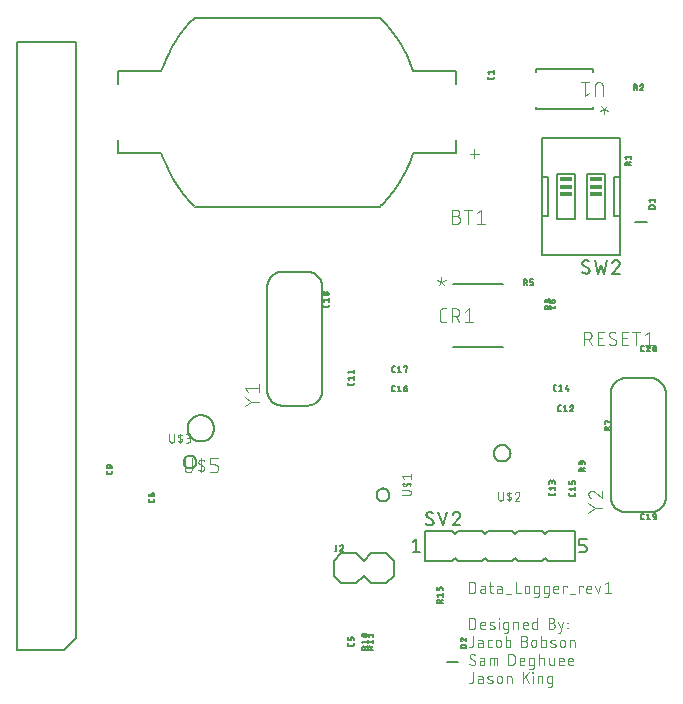
<source format=gbr>
G04 EAGLE Gerber X2 export*
%TF.Part,Single*%
%TF.FileFunction,Legend,Top,1*%
%TF.FilePolarity,Positive*%
%TF.GenerationSoftware,Autodesk,EAGLE,8.6.1*%
%TF.CreationDate,2018-11-27T14:45:23Z*%
G75*
%MOMM*%
%FSLAX34Y34*%
%LPD*%
%AMOC8*
5,1,8,0,0,1.08239X$1,22.5*%
G01*
%ADD10C,0.076200*%
%ADD11C,0.127000*%
%ADD12C,0.152400*%
%ADD13C,0.101600*%
%ADD14R,1.016000X0.381000*%
%ADD15C,0.203200*%


D10*
X423291Y123571D02*
X423291Y132969D01*
X425902Y132969D01*
X426002Y132967D01*
X426102Y132961D01*
X426201Y132952D01*
X426301Y132938D01*
X426399Y132921D01*
X426497Y132900D01*
X426594Y132876D01*
X426690Y132847D01*
X426785Y132815D01*
X426878Y132780D01*
X426970Y132741D01*
X427061Y132698D01*
X427149Y132652D01*
X427236Y132602D01*
X427321Y132550D01*
X427404Y132494D01*
X427485Y132435D01*
X427563Y132372D01*
X427639Y132307D01*
X427713Y132239D01*
X427783Y132169D01*
X427851Y132095D01*
X427916Y132019D01*
X427979Y131941D01*
X428038Y131860D01*
X428094Y131777D01*
X428146Y131692D01*
X428196Y131605D01*
X428242Y131517D01*
X428285Y131426D01*
X428324Y131334D01*
X428359Y131241D01*
X428391Y131146D01*
X428420Y131050D01*
X428444Y130953D01*
X428465Y130855D01*
X428482Y130757D01*
X428496Y130657D01*
X428505Y130558D01*
X428511Y130458D01*
X428513Y130358D01*
X428512Y130358D02*
X428512Y126182D01*
X428513Y126182D02*
X428511Y126082D01*
X428505Y125982D01*
X428496Y125883D01*
X428482Y125783D01*
X428465Y125685D01*
X428444Y125587D01*
X428420Y125490D01*
X428391Y125394D01*
X428359Y125299D01*
X428324Y125206D01*
X428285Y125114D01*
X428242Y125023D01*
X428196Y124935D01*
X428146Y124848D01*
X428094Y124763D01*
X428038Y124680D01*
X427979Y124599D01*
X427916Y124521D01*
X427851Y124445D01*
X427783Y124371D01*
X427713Y124301D01*
X427639Y124233D01*
X427563Y124168D01*
X427485Y124105D01*
X427404Y124046D01*
X427321Y123990D01*
X427236Y123938D01*
X427149Y123888D01*
X427061Y123842D01*
X426970Y123799D01*
X426878Y123760D01*
X426785Y123725D01*
X426690Y123693D01*
X426594Y123664D01*
X426497Y123640D01*
X426399Y123619D01*
X426301Y123602D01*
X426201Y123588D01*
X426102Y123579D01*
X426002Y123573D01*
X425902Y123571D01*
X423291Y123571D01*
X434434Y127226D02*
X436784Y127226D01*
X434434Y127225D02*
X434350Y127223D01*
X434265Y127217D01*
X434182Y127207D01*
X434098Y127194D01*
X434016Y127176D01*
X433934Y127155D01*
X433853Y127130D01*
X433774Y127102D01*
X433696Y127069D01*
X433620Y127033D01*
X433545Y126994D01*
X433472Y126951D01*
X433401Y126905D01*
X433333Y126856D01*
X433267Y126804D01*
X433203Y126748D01*
X433142Y126690D01*
X433084Y126629D01*
X433028Y126565D01*
X432976Y126499D01*
X432927Y126431D01*
X432881Y126360D01*
X432838Y126287D01*
X432799Y126212D01*
X432763Y126136D01*
X432730Y126058D01*
X432702Y125979D01*
X432677Y125898D01*
X432656Y125816D01*
X432638Y125734D01*
X432625Y125650D01*
X432615Y125567D01*
X432609Y125482D01*
X432607Y125398D01*
X432609Y125314D01*
X432615Y125229D01*
X432625Y125146D01*
X432638Y125062D01*
X432656Y124980D01*
X432677Y124898D01*
X432702Y124817D01*
X432730Y124738D01*
X432763Y124660D01*
X432799Y124584D01*
X432838Y124509D01*
X432881Y124436D01*
X432927Y124365D01*
X432976Y124297D01*
X433028Y124231D01*
X433084Y124167D01*
X433142Y124106D01*
X433203Y124048D01*
X433267Y123992D01*
X433333Y123940D01*
X433401Y123891D01*
X433472Y123845D01*
X433545Y123802D01*
X433620Y123763D01*
X433696Y123727D01*
X433774Y123694D01*
X433853Y123666D01*
X433934Y123641D01*
X434016Y123620D01*
X434098Y123602D01*
X434182Y123589D01*
X434265Y123579D01*
X434350Y123573D01*
X434434Y123571D01*
X436784Y123571D01*
X436784Y128270D01*
X436783Y128270D02*
X436781Y128347D01*
X436775Y128423D01*
X436766Y128500D01*
X436753Y128576D01*
X436736Y128651D01*
X436716Y128725D01*
X436691Y128798D01*
X436664Y128869D01*
X436633Y128940D01*
X436598Y129008D01*
X436560Y129075D01*
X436519Y129140D01*
X436475Y129203D01*
X436428Y129263D01*
X436377Y129322D01*
X436324Y129377D01*
X436269Y129430D01*
X436210Y129481D01*
X436150Y129528D01*
X436087Y129572D01*
X436022Y129613D01*
X435955Y129651D01*
X435887Y129686D01*
X435816Y129717D01*
X435745Y129744D01*
X435672Y129769D01*
X435598Y129789D01*
X435523Y129806D01*
X435447Y129819D01*
X435370Y129828D01*
X435294Y129834D01*
X435217Y129836D01*
X433129Y129836D01*
X440113Y129836D02*
X443246Y129836D01*
X441157Y132969D02*
X441157Y125137D01*
X441158Y125137D02*
X441160Y125060D01*
X441166Y124984D01*
X441175Y124907D01*
X441188Y124831D01*
X441205Y124756D01*
X441225Y124682D01*
X441250Y124609D01*
X441277Y124538D01*
X441308Y124467D01*
X441343Y124399D01*
X441381Y124332D01*
X441422Y124267D01*
X441466Y124204D01*
X441513Y124144D01*
X441564Y124085D01*
X441617Y124030D01*
X441672Y123977D01*
X441731Y123926D01*
X441791Y123879D01*
X441854Y123835D01*
X441919Y123794D01*
X441986Y123756D01*
X442054Y123721D01*
X442125Y123690D01*
X442196Y123663D01*
X442269Y123638D01*
X442343Y123618D01*
X442418Y123601D01*
X442494Y123588D01*
X442571Y123579D01*
X442647Y123573D01*
X442724Y123571D01*
X443246Y123571D01*
X448455Y127226D02*
X450804Y127226D01*
X448455Y127225D02*
X448371Y127223D01*
X448286Y127217D01*
X448203Y127207D01*
X448119Y127194D01*
X448037Y127176D01*
X447955Y127155D01*
X447874Y127130D01*
X447795Y127102D01*
X447717Y127069D01*
X447641Y127033D01*
X447566Y126994D01*
X447493Y126951D01*
X447422Y126905D01*
X447354Y126856D01*
X447288Y126804D01*
X447224Y126748D01*
X447163Y126690D01*
X447105Y126629D01*
X447049Y126565D01*
X446997Y126499D01*
X446948Y126431D01*
X446902Y126360D01*
X446859Y126287D01*
X446820Y126212D01*
X446784Y126136D01*
X446751Y126058D01*
X446723Y125979D01*
X446698Y125898D01*
X446677Y125816D01*
X446659Y125734D01*
X446646Y125650D01*
X446636Y125567D01*
X446630Y125482D01*
X446628Y125398D01*
X446630Y125314D01*
X446636Y125229D01*
X446646Y125146D01*
X446659Y125062D01*
X446677Y124980D01*
X446698Y124898D01*
X446723Y124817D01*
X446751Y124738D01*
X446784Y124660D01*
X446820Y124584D01*
X446859Y124509D01*
X446902Y124436D01*
X446948Y124365D01*
X446997Y124297D01*
X447049Y124231D01*
X447105Y124167D01*
X447163Y124106D01*
X447224Y124048D01*
X447288Y123992D01*
X447354Y123940D01*
X447422Y123891D01*
X447493Y123845D01*
X447566Y123802D01*
X447641Y123763D01*
X447717Y123727D01*
X447795Y123694D01*
X447874Y123666D01*
X447955Y123641D01*
X448037Y123620D01*
X448119Y123602D01*
X448203Y123589D01*
X448286Y123579D01*
X448371Y123573D01*
X448455Y123571D01*
X450804Y123571D01*
X450804Y128270D01*
X450802Y128347D01*
X450796Y128423D01*
X450787Y128500D01*
X450774Y128576D01*
X450757Y128651D01*
X450737Y128725D01*
X450712Y128798D01*
X450685Y128869D01*
X450654Y128940D01*
X450619Y129008D01*
X450581Y129075D01*
X450540Y129140D01*
X450496Y129203D01*
X450449Y129263D01*
X450398Y129322D01*
X450345Y129377D01*
X450290Y129430D01*
X450231Y129481D01*
X450171Y129528D01*
X450108Y129572D01*
X450043Y129613D01*
X449976Y129651D01*
X449908Y129686D01*
X449837Y129717D01*
X449766Y129744D01*
X449693Y129769D01*
X449619Y129789D01*
X449544Y129806D01*
X449468Y129819D01*
X449391Y129828D01*
X449315Y129834D01*
X449238Y129836D01*
X447149Y129836D01*
X454598Y122527D02*
X458775Y122527D01*
X462627Y123571D02*
X462627Y132969D01*
X462627Y123571D02*
X466804Y123571D01*
X470142Y125659D02*
X470142Y127748D01*
X470143Y127748D02*
X470145Y127838D01*
X470151Y127927D01*
X470160Y128017D01*
X470174Y128106D01*
X470191Y128194D01*
X470212Y128281D01*
X470237Y128368D01*
X470266Y128453D01*
X470298Y128537D01*
X470333Y128619D01*
X470373Y128700D01*
X470415Y128779D01*
X470461Y128856D01*
X470511Y128931D01*
X470563Y129004D01*
X470619Y129075D01*
X470677Y129143D01*
X470739Y129208D01*
X470803Y129271D01*
X470870Y129331D01*
X470939Y129388D01*
X471011Y129442D01*
X471085Y129493D01*
X471161Y129541D01*
X471239Y129585D01*
X471319Y129626D01*
X471401Y129664D01*
X471484Y129698D01*
X471569Y129728D01*
X471655Y129755D01*
X471741Y129778D01*
X471829Y129797D01*
X471918Y129812D01*
X472007Y129824D01*
X472096Y129832D01*
X472186Y129836D01*
X472276Y129836D01*
X472366Y129832D01*
X472455Y129824D01*
X472544Y129812D01*
X472633Y129797D01*
X472721Y129778D01*
X472807Y129755D01*
X472893Y129728D01*
X472978Y129698D01*
X473061Y129664D01*
X473143Y129626D01*
X473223Y129585D01*
X473301Y129541D01*
X473377Y129493D01*
X473451Y129442D01*
X473523Y129388D01*
X473592Y129331D01*
X473659Y129271D01*
X473723Y129208D01*
X473785Y129143D01*
X473843Y129075D01*
X473899Y129004D01*
X473951Y128931D01*
X474001Y128856D01*
X474047Y128779D01*
X474089Y128700D01*
X474129Y128619D01*
X474164Y128537D01*
X474196Y128453D01*
X474225Y128368D01*
X474250Y128281D01*
X474271Y128194D01*
X474288Y128106D01*
X474302Y128017D01*
X474311Y127927D01*
X474317Y127838D01*
X474319Y127748D01*
X474319Y125659D01*
X474317Y125569D01*
X474311Y125480D01*
X474302Y125390D01*
X474288Y125301D01*
X474271Y125213D01*
X474250Y125126D01*
X474225Y125039D01*
X474196Y124954D01*
X474164Y124870D01*
X474129Y124788D01*
X474089Y124707D01*
X474047Y124628D01*
X474001Y124551D01*
X473951Y124476D01*
X473899Y124403D01*
X473843Y124332D01*
X473785Y124264D01*
X473723Y124199D01*
X473659Y124136D01*
X473592Y124076D01*
X473523Y124019D01*
X473451Y123965D01*
X473377Y123914D01*
X473301Y123866D01*
X473223Y123822D01*
X473143Y123781D01*
X473061Y123743D01*
X472978Y123709D01*
X472893Y123679D01*
X472807Y123652D01*
X472721Y123629D01*
X472633Y123610D01*
X472544Y123595D01*
X472455Y123583D01*
X472366Y123575D01*
X472276Y123571D01*
X472186Y123571D01*
X472096Y123575D01*
X472007Y123583D01*
X471918Y123595D01*
X471829Y123610D01*
X471741Y123629D01*
X471655Y123652D01*
X471569Y123679D01*
X471484Y123709D01*
X471401Y123743D01*
X471319Y123781D01*
X471239Y123822D01*
X471161Y123866D01*
X471085Y123914D01*
X471011Y123965D01*
X470939Y124019D01*
X470870Y124076D01*
X470803Y124136D01*
X470739Y124199D01*
X470677Y124264D01*
X470619Y124332D01*
X470563Y124403D01*
X470511Y124476D01*
X470461Y124551D01*
X470415Y124628D01*
X470373Y124707D01*
X470333Y124788D01*
X470298Y124870D01*
X470266Y124954D01*
X470237Y125039D01*
X470212Y125126D01*
X470191Y125213D01*
X470174Y125301D01*
X470160Y125390D01*
X470151Y125480D01*
X470145Y125569D01*
X470143Y125659D01*
X479588Y123571D02*
X482198Y123571D01*
X479588Y123571D02*
X479511Y123573D01*
X479435Y123579D01*
X479358Y123588D01*
X479282Y123601D01*
X479207Y123618D01*
X479133Y123638D01*
X479060Y123663D01*
X478989Y123690D01*
X478918Y123721D01*
X478850Y123756D01*
X478783Y123794D01*
X478718Y123835D01*
X478655Y123879D01*
X478595Y123926D01*
X478536Y123977D01*
X478481Y124030D01*
X478428Y124085D01*
X478377Y124144D01*
X478330Y124204D01*
X478286Y124267D01*
X478245Y124332D01*
X478207Y124399D01*
X478172Y124467D01*
X478141Y124538D01*
X478114Y124609D01*
X478089Y124682D01*
X478069Y124756D01*
X478052Y124831D01*
X478039Y124907D01*
X478030Y124984D01*
X478024Y125060D01*
X478022Y125137D01*
X478021Y125137D02*
X478021Y128270D01*
X478022Y128270D02*
X478024Y128347D01*
X478030Y128423D01*
X478039Y128500D01*
X478052Y128576D01*
X478069Y128651D01*
X478089Y128725D01*
X478114Y128798D01*
X478141Y128869D01*
X478172Y128940D01*
X478207Y129008D01*
X478245Y129075D01*
X478286Y129140D01*
X478330Y129203D01*
X478377Y129263D01*
X478428Y129322D01*
X478481Y129377D01*
X478536Y129430D01*
X478595Y129481D01*
X478655Y129528D01*
X478718Y129572D01*
X478783Y129613D01*
X478850Y129651D01*
X478918Y129686D01*
X478989Y129717D01*
X479060Y129744D01*
X479133Y129769D01*
X479207Y129789D01*
X479282Y129806D01*
X479358Y129819D01*
X479435Y129828D01*
X479511Y129834D01*
X479588Y129836D01*
X482198Y129836D01*
X482198Y122005D01*
X482196Y121928D01*
X482190Y121852D01*
X482181Y121775D01*
X482168Y121699D01*
X482151Y121624D01*
X482131Y121550D01*
X482106Y121477D01*
X482079Y121406D01*
X482048Y121335D01*
X482013Y121267D01*
X481975Y121200D01*
X481934Y121135D01*
X481890Y121072D01*
X481843Y121012D01*
X481792Y120953D01*
X481739Y120898D01*
X481684Y120845D01*
X481625Y120794D01*
X481565Y120747D01*
X481502Y120703D01*
X481437Y120662D01*
X481370Y120624D01*
X481302Y120589D01*
X481231Y120558D01*
X481160Y120531D01*
X481087Y120506D01*
X481013Y120486D01*
X480938Y120469D01*
X480862Y120456D01*
X480786Y120447D01*
X480709Y120441D01*
X480632Y120439D01*
X480632Y120438D02*
X478544Y120438D01*
X487817Y123571D02*
X490428Y123571D01*
X487817Y123571D02*
X487740Y123573D01*
X487664Y123579D01*
X487587Y123588D01*
X487511Y123601D01*
X487436Y123618D01*
X487362Y123638D01*
X487289Y123663D01*
X487218Y123690D01*
X487147Y123721D01*
X487079Y123756D01*
X487012Y123794D01*
X486947Y123835D01*
X486884Y123879D01*
X486824Y123926D01*
X486765Y123977D01*
X486710Y124030D01*
X486657Y124085D01*
X486606Y124144D01*
X486559Y124204D01*
X486515Y124267D01*
X486474Y124332D01*
X486436Y124399D01*
X486401Y124467D01*
X486370Y124538D01*
X486343Y124609D01*
X486318Y124682D01*
X486298Y124756D01*
X486281Y124831D01*
X486268Y124907D01*
X486259Y124984D01*
X486253Y125060D01*
X486251Y125137D01*
X486251Y128270D01*
X486253Y128347D01*
X486259Y128423D01*
X486268Y128500D01*
X486281Y128576D01*
X486298Y128651D01*
X486318Y128725D01*
X486343Y128798D01*
X486370Y128869D01*
X486401Y128940D01*
X486436Y129008D01*
X486474Y129075D01*
X486515Y129140D01*
X486559Y129203D01*
X486606Y129263D01*
X486657Y129322D01*
X486710Y129377D01*
X486765Y129430D01*
X486824Y129481D01*
X486884Y129528D01*
X486947Y129572D01*
X487012Y129613D01*
X487079Y129651D01*
X487147Y129686D01*
X487218Y129717D01*
X487289Y129744D01*
X487362Y129769D01*
X487436Y129789D01*
X487511Y129806D01*
X487587Y129819D01*
X487664Y129828D01*
X487740Y129834D01*
X487817Y129836D01*
X490428Y129836D01*
X490428Y122005D01*
X490426Y121928D01*
X490420Y121852D01*
X490411Y121775D01*
X490398Y121699D01*
X490381Y121624D01*
X490361Y121550D01*
X490336Y121477D01*
X490309Y121406D01*
X490278Y121335D01*
X490243Y121267D01*
X490205Y121200D01*
X490164Y121135D01*
X490120Y121072D01*
X490073Y121012D01*
X490022Y120953D01*
X489969Y120898D01*
X489914Y120845D01*
X489855Y120794D01*
X489795Y120747D01*
X489732Y120703D01*
X489667Y120662D01*
X489600Y120624D01*
X489532Y120589D01*
X489461Y120558D01*
X489390Y120531D01*
X489317Y120506D01*
X489243Y120486D01*
X489168Y120469D01*
X489092Y120456D01*
X489016Y120447D01*
X488939Y120441D01*
X488862Y120439D01*
X488862Y120438D02*
X486773Y120438D01*
X496093Y123571D02*
X498703Y123571D01*
X496093Y123571D02*
X496016Y123573D01*
X495940Y123579D01*
X495863Y123588D01*
X495787Y123601D01*
X495712Y123618D01*
X495638Y123638D01*
X495565Y123663D01*
X495494Y123690D01*
X495423Y123721D01*
X495355Y123756D01*
X495288Y123794D01*
X495223Y123835D01*
X495160Y123879D01*
X495100Y123926D01*
X495041Y123977D01*
X494986Y124030D01*
X494933Y124085D01*
X494882Y124144D01*
X494835Y124204D01*
X494791Y124267D01*
X494750Y124332D01*
X494712Y124399D01*
X494677Y124467D01*
X494646Y124538D01*
X494619Y124609D01*
X494594Y124682D01*
X494574Y124756D01*
X494557Y124831D01*
X494544Y124907D01*
X494535Y124984D01*
X494529Y125060D01*
X494527Y125137D01*
X494526Y125137D02*
X494526Y127748D01*
X494527Y127748D02*
X494529Y127838D01*
X494535Y127927D01*
X494544Y128017D01*
X494558Y128106D01*
X494575Y128194D01*
X494596Y128281D01*
X494621Y128368D01*
X494650Y128453D01*
X494682Y128537D01*
X494717Y128619D01*
X494757Y128700D01*
X494799Y128779D01*
X494845Y128856D01*
X494895Y128931D01*
X494947Y129004D01*
X495003Y129075D01*
X495061Y129143D01*
X495123Y129208D01*
X495187Y129271D01*
X495254Y129331D01*
X495323Y129388D01*
X495395Y129442D01*
X495469Y129493D01*
X495545Y129541D01*
X495623Y129585D01*
X495703Y129626D01*
X495785Y129664D01*
X495868Y129698D01*
X495953Y129728D01*
X496039Y129755D01*
X496125Y129778D01*
X496213Y129797D01*
X496302Y129812D01*
X496391Y129824D01*
X496480Y129832D01*
X496570Y129836D01*
X496660Y129836D01*
X496750Y129832D01*
X496839Y129824D01*
X496928Y129812D01*
X497017Y129797D01*
X497105Y129778D01*
X497191Y129755D01*
X497277Y129728D01*
X497362Y129698D01*
X497445Y129664D01*
X497527Y129626D01*
X497607Y129585D01*
X497685Y129541D01*
X497761Y129493D01*
X497835Y129442D01*
X497907Y129388D01*
X497976Y129331D01*
X498043Y129271D01*
X498107Y129208D01*
X498169Y129143D01*
X498227Y129075D01*
X498283Y129004D01*
X498335Y128931D01*
X498385Y128856D01*
X498431Y128779D01*
X498473Y128700D01*
X498513Y128619D01*
X498548Y128537D01*
X498580Y128453D01*
X498609Y128368D01*
X498634Y128281D01*
X498655Y128194D01*
X498672Y128106D01*
X498686Y128017D01*
X498695Y127927D01*
X498701Y127838D01*
X498703Y127748D01*
X498703Y126704D01*
X494526Y126704D01*
X502807Y123571D02*
X502807Y129836D01*
X505940Y129836D01*
X505940Y128792D01*
X508547Y122527D02*
X512724Y122527D01*
X516523Y123571D02*
X516523Y129836D01*
X519656Y129836D01*
X519656Y128792D01*
X524134Y123571D02*
X526745Y123571D01*
X524134Y123571D02*
X524057Y123573D01*
X523981Y123579D01*
X523904Y123588D01*
X523828Y123601D01*
X523753Y123618D01*
X523679Y123638D01*
X523606Y123663D01*
X523535Y123690D01*
X523464Y123721D01*
X523396Y123756D01*
X523329Y123794D01*
X523264Y123835D01*
X523201Y123879D01*
X523141Y123926D01*
X523082Y123977D01*
X523027Y124030D01*
X522974Y124085D01*
X522923Y124144D01*
X522876Y124204D01*
X522832Y124267D01*
X522791Y124332D01*
X522753Y124399D01*
X522718Y124467D01*
X522687Y124538D01*
X522660Y124609D01*
X522635Y124682D01*
X522615Y124756D01*
X522598Y124831D01*
X522585Y124907D01*
X522576Y124984D01*
X522570Y125060D01*
X522568Y125137D01*
X522568Y127748D01*
X522570Y127838D01*
X522576Y127927D01*
X522585Y128017D01*
X522599Y128106D01*
X522616Y128194D01*
X522637Y128281D01*
X522662Y128368D01*
X522691Y128453D01*
X522723Y128537D01*
X522758Y128619D01*
X522798Y128700D01*
X522840Y128779D01*
X522886Y128856D01*
X522936Y128931D01*
X522988Y129004D01*
X523044Y129075D01*
X523102Y129143D01*
X523164Y129208D01*
X523228Y129271D01*
X523295Y129331D01*
X523364Y129388D01*
X523436Y129442D01*
X523510Y129493D01*
X523586Y129541D01*
X523664Y129585D01*
X523744Y129626D01*
X523826Y129664D01*
X523909Y129698D01*
X523994Y129728D01*
X524080Y129755D01*
X524166Y129778D01*
X524254Y129797D01*
X524343Y129812D01*
X524432Y129824D01*
X524521Y129832D01*
X524611Y129836D01*
X524701Y129836D01*
X524791Y129832D01*
X524880Y129824D01*
X524969Y129812D01*
X525058Y129797D01*
X525146Y129778D01*
X525232Y129755D01*
X525318Y129728D01*
X525403Y129698D01*
X525486Y129664D01*
X525568Y129626D01*
X525648Y129585D01*
X525726Y129541D01*
X525802Y129493D01*
X525876Y129442D01*
X525948Y129388D01*
X526017Y129331D01*
X526084Y129271D01*
X526148Y129208D01*
X526210Y129143D01*
X526268Y129075D01*
X526324Y129004D01*
X526376Y128931D01*
X526426Y128856D01*
X526472Y128779D01*
X526514Y128700D01*
X526554Y128619D01*
X526589Y128537D01*
X526621Y128453D01*
X526650Y128368D01*
X526675Y128281D01*
X526696Y128194D01*
X526713Y128106D01*
X526727Y128017D01*
X526736Y127927D01*
X526742Y127838D01*
X526744Y127748D01*
X526745Y127748D02*
X526745Y126704D01*
X522568Y126704D01*
X530188Y129836D02*
X532276Y123571D01*
X534364Y129836D01*
X537895Y130881D02*
X540506Y132969D01*
X540506Y123571D01*
X543116Y123571D02*
X537895Y123571D01*
X423291Y102489D02*
X423291Y93091D01*
X423291Y102489D02*
X425902Y102489D01*
X426002Y102487D01*
X426102Y102481D01*
X426201Y102472D01*
X426301Y102458D01*
X426399Y102441D01*
X426497Y102420D01*
X426594Y102396D01*
X426690Y102367D01*
X426785Y102335D01*
X426878Y102300D01*
X426970Y102261D01*
X427061Y102218D01*
X427149Y102172D01*
X427236Y102122D01*
X427321Y102070D01*
X427404Y102014D01*
X427485Y101955D01*
X427563Y101892D01*
X427639Y101827D01*
X427713Y101759D01*
X427783Y101689D01*
X427851Y101615D01*
X427916Y101539D01*
X427979Y101461D01*
X428038Y101380D01*
X428094Y101297D01*
X428146Y101212D01*
X428196Y101125D01*
X428242Y101037D01*
X428285Y100946D01*
X428324Y100854D01*
X428359Y100761D01*
X428391Y100666D01*
X428420Y100570D01*
X428444Y100473D01*
X428465Y100375D01*
X428482Y100277D01*
X428496Y100177D01*
X428505Y100078D01*
X428511Y99978D01*
X428513Y99878D01*
X428512Y99878D02*
X428512Y95702D01*
X428513Y95702D02*
X428511Y95602D01*
X428505Y95502D01*
X428496Y95403D01*
X428482Y95303D01*
X428465Y95205D01*
X428444Y95107D01*
X428420Y95010D01*
X428391Y94914D01*
X428359Y94819D01*
X428324Y94726D01*
X428285Y94634D01*
X428242Y94543D01*
X428196Y94455D01*
X428146Y94368D01*
X428094Y94283D01*
X428038Y94200D01*
X427979Y94119D01*
X427916Y94041D01*
X427851Y93965D01*
X427783Y93891D01*
X427713Y93821D01*
X427639Y93753D01*
X427563Y93688D01*
X427485Y93625D01*
X427404Y93566D01*
X427321Y93510D01*
X427236Y93458D01*
X427149Y93408D01*
X427061Y93362D01*
X426970Y93319D01*
X426878Y93280D01*
X426785Y93245D01*
X426690Y93213D01*
X426594Y93184D01*
X426497Y93160D01*
X426399Y93139D01*
X426301Y93122D01*
X426201Y93108D01*
X426102Y93099D01*
X426002Y93093D01*
X425902Y93091D01*
X423291Y93091D01*
X434219Y93091D02*
X436829Y93091D01*
X434219Y93091D02*
X434142Y93093D01*
X434066Y93099D01*
X433989Y93108D01*
X433913Y93121D01*
X433838Y93138D01*
X433764Y93158D01*
X433691Y93183D01*
X433620Y93210D01*
X433549Y93241D01*
X433481Y93276D01*
X433414Y93314D01*
X433349Y93355D01*
X433286Y93399D01*
X433226Y93446D01*
X433167Y93497D01*
X433112Y93550D01*
X433059Y93605D01*
X433008Y93664D01*
X432961Y93724D01*
X432917Y93787D01*
X432876Y93852D01*
X432838Y93919D01*
X432803Y93987D01*
X432772Y94058D01*
X432745Y94129D01*
X432720Y94202D01*
X432700Y94276D01*
X432683Y94351D01*
X432670Y94427D01*
X432661Y94504D01*
X432655Y94580D01*
X432653Y94657D01*
X432652Y94657D02*
X432652Y97268D01*
X432653Y97268D02*
X432655Y97358D01*
X432661Y97447D01*
X432670Y97537D01*
X432684Y97626D01*
X432701Y97714D01*
X432722Y97801D01*
X432747Y97888D01*
X432776Y97973D01*
X432808Y98057D01*
X432843Y98139D01*
X432883Y98220D01*
X432925Y98299D01*
X432971Y98376D01*
X433021Y98451D01*
X433073Y98524D01*
X433129Y98595D01*
X433187Y98663D01*
X433249Y98728D01*
X433313Y98791D01*
X433380Y98851D01*
X433449Y98908D01*
X433521Y98962D01*
X433595Y99013D01*
X433671Y99061D01*
X433749Y99105D01*
X433829Y99146D01*
X433911Y99184D01*
X433994Y99218D01*
X434079Y99248D01*
X434165Y99275D01*
X434251Y99298D01*
X434339Y99317D01*
X434428Y99332D01*
X434517Y99344D01*
X434606Y99352D01*
X434696Y99356D01*
X434786Y99356D01*
X434876Y99352D01*
X434965Y99344D01*
X435054Y99332D01*
X435143Y99317D01*
X435231Y99298D01*
X435317Y99275D01*
X435403Y99248D01*
X435488Y99218D01*
X435571Y99184D01*
X435653Y99146D01*
X435733Y99105D01*
X435811Y99061D01*
X435887Y99013D01*
X435961Y98962D01*
X436033Y98908D01*
X436102Y98851D01*
X436169Y98791D01*
X436233Y98728D01*
X436295Y98663D01*
X436353Y98595D01*
X436409Y98524D01*
X436461Y98451D01*
X436511Y98376D01*
X436557Y98299D01*
X436599Y98220D01*
X436639Y98139D01*
X436674Y98057D01*
X436706Y97973D01*
X436735Y97888D01*
X436760Y97801D01*
X436781Y97714D01*
X436798Y97626D01*
X436812Y97537D01*
X436821Y97447D01*
X436827Y97358D01*
X436829Y97268D01*
X436829Y96224D01*
X432652Y96224D01*
X441360Y96746D02*
X443971Y95702D01*
X441360Y96746D02*
X441294Y96774D01*
X441229Y96807D01*
X441166Y96842D01*
X441105Y96881D01*
X441046Y96923D01*
X440990Y96968D01*
X440936Y97016D01*
X440885Y97067D01*
X440836Y97120D01*
X440791Y97177D01*
X440748Y97235D01*
X440709Y97295D01*
X440672Y97358D01*
X440640Y97423D01*
X440611Y97489D01*
X440585Y97556D01*
X440563Y97625D01*
X440545Y97695D01*
X440530Y97766D01*
X440519Y97837D01*
X440512Y97909D01*
X440509Y97981D01*
X440510Y98053D01*
X440515Y98126D01*
X440523Y98197D01*
X440535Y98269D01*
X440551Y98339D01*
X440571Y98408D01*
X440595Y98477D01*
X440622Y98544D01*
X440652Y98609D01*
X440686Y98673D01*
X440724Y98735D01*
X440764Y98795D01*
X440808Y98852D01*
X440855Y98907D01*
X440905Y98960D01*
X440957Y99009D01*
X441012Y99056D01*
X441069Y99100D01*
X441129Y99141D01*
X441191Y99178D01*
X441255Y99213D01*
X441320Y99243D01*
X441387Y99271D01*
X441455Y99294D01*
X441525Y99314D01*
X441595Y99330D01*
X441666Y99343D01*
X441738Y99351D01*
X441810Y99356D01*
X441882Y99357D01*
X441883Y99356D02*
X442034Y99352D01*
X442185Y99344D01*
X442336Y99333D01*
X442487Y99317D01*
X442637Y99297D01*
X442787Y99274D01*
X442936Y99247D01*
X443084Y99216D01*
X443232Y99181D01*
X443378Y99143D01*
X443524Y99100D01*
X443668Y99054D01*
X443811Y99005D01*
X443953Y98952D01*
X444093Y98895D01*
X444232Y98834D01*
X443971Y95702D02*
X444037Y95674D01*
X444102Y95641D01*
X444165Y95606D01*
X444226Y95567D01*
X444285Y95525D01*
X444341Y95480D01*
X444395Y95432D01*
X444446Y95381D01*
X444495Y95328D01*
X444540Y95271D01*
X444583Y95213D01*
X444622Y95153D01*
X444659Y95090D01*
X444691Y95025D01*
X444720Y94959D01*
X444746Y94892D01*
X444768Y94823D01*
X444786Y94753D01*
X444801Y94682D01*
X444812Y94611D01*
X444819Y94539D01*
X444822Y94467D01*
X444821Y94395D01*
X444816Y94322D01*
X444808Y94251D01*
X444796Y94179D01*
X444780Y94109D01*
X444760Y94040D01*
X444736Y93971D01*
X444709Y93904D01*
X444679Y93839D01*
X444645Y93775D01*
X444607Y93713D01*
X444567Y93653D01*
X444523Y93596D01*
X444476Y93541D01*
X444426Y93488D01*
X444374Y93439D01*
X444319Y93392D01*
X444262Y93348D01*
X444202Y93307D01*
X444140Y93270D01*
X444076Y93235D01*
X444011Y93205D01*
X443944Y93177D01*
X443876Y93154D01*
X443806Y93134D01*
X443736Y93118D01*
X443665Y93105D01*
X443593Y93097D01*
X443521Y93092D01*
X443449Y93091D01*
X443239Y93096D01*
X443030Y93107D01*
X442821Y93122D01*
X442613Y93142D01*
X442405Y93168D01*
X442198Y93198D01*
X441991Y93233D01*
X441786Y93273D01*
X441581Y93317D01*
X441378Y93367D01*
X441175Y93421D01*
X440974Y93481D01*
X440775Y93544D01*
X440577Y93613D01*
X448457Y93091D02*
X448457Y99356D01*
X448196Y101967D02*
X448196Y102489D01*
X448718Y102489D01*
X448718Y101967D01*
X448196Y101967D01*
X453680Y93091D02*
X456291Y93091D01*
X453680Y93091D02*
X453603Y93093D01*
X453527Y93099D01*
X453450Y93108D01*
X453374Y93121D01*
X453299Y93138D01*
X453225Y93158D01*
X453152Y93183D01*
X453081Y93210D01*
X453010Y93241D01*
X452942Y93276D01*
X452875Y93314D01*
X452810Y93355D01*
X452747Y93399D01*
X452687Y93446D01*
X452628Y93497D01*
X452573Y93550D01*
X452520Y93605D01*
X452469Y93664D01*
X452422Y93724D01*
X452378Y93787D01*
X452337Y93852D01*
X452299Y93919D01*
X452264Y93987D01*
X452233Y94058D01*
X452206Y94129D01*
X452181Y94202D01*
X452161Y94276D01*
X452144Y94351D01*
X452131Y94427D01*
X452122Y94504D01*
X452116Y94580D01*
X452114Y94657D01*
X452114Y97790D01*
X452116Y97867D01*
X452122Y97943D01*
X452131Y98020D01*
X452144Y98096D01*
X452161Y98171D01*
X452181Y98245D01*
X452206Y98318D01*
X452233Y98389D01*
X452264Y98460D01*
X452299Y98528D01*
X452337Y98595D01*
X452378Y98660D01*
X452422Y98723D01*
X452469Y98783D01*
X452520Y98842D01*
X452573Y98897D01*
X452628Y98950D01*
X452687Y99001D01*
X452747Y99048D01*
X452810Y99092D01*
X452875Y99133D01*
X452942Y99171D01*
X453010Y99206D01*
X453081Y99237D01*
X453152Y99264D01*
X453225Y99289D01*
X453299Y99309D01*
X453374Y99326D01*
X453450Y99339D01*
X453527Y99348D01*
X453603Y99354D01*
X453680Y99356D01*
X456291Y99356D01*
X456291Y91525D01*
X456290Y91525D02*
X456288Y91448D01*
X456282Y91372D01*
X456273Y91295D01*
X456260Y91219D01*
X456243Y91144D01*
X456223Y91070D01*
X456198Y90997D01*
X456171Y90926D01*
X456140Y90855D01*
X456105Y90787D01*
X456067Y90720D01*
X456026Y90655D01*
X455982Y90592D01*
X455935Y90532D01*
X455884Y90473D01*
X455831Y90418D01*
X455776Y90365D01*
X455717Y90314D01*
X455657Y90267D01*
X455594Y90223D01*
X455529Y90182D01*
X455462Y90144D01*
X455394Y90109D01*
X455323Y90078D01*
X455252Y90051D01*
X455179Y90026D01*
X455105Y90006D01*
X455030Y89989D01*
X454954Y89976D01*
X454878Y89967D01*
X454801Y89961D01*
X454724Y89959D01*
X454724Y89958D02*
X452636Y89958D01*
X460694Y93091D02*
X460694Y99356D01*
X463304Y99356D01*
X463381Y99354D01*
X463457Y99348D01*
X463534Y99339D01*
X463610Y99326D01*
X463685Y99309D01*
X463759Y99289D01*
X463832Y99264D01*
X463903Y99237D01*
X463974Y99206D01*
X464042Y99171D01*
X464109Y99133D01*
X464174Y99092D01*
X464237Y99048D01*
X464297Y99001D01*
X464356Y98950D01*
X464411Y98897D01*
X464464Y98842D01*
X464515Y98783D01*
X464562Y98723D01*
X464606Y98660D01*
X464647Y98595D01*
X464685Y98528D01*
X464720Y98460D01*
X464751Y98389D01*
X464778Y98318D01*
X464803Y98245D01*
X464823Y98171D01*
X464840Y98096D01*
X464853Y98020D01*
X464862Y97944D01*
X464868Y97867D01*
X464870Y97790D01*
X464871Y97790D02*
X464871Y93091D01*
X470490Y93091D02*
X473100Y93091D01*
X470490Y93091D02*
X470413Y93093D01*
X470337Y93099D01*
X470260Y93108D01*
X470184Y93121D01*
X470109Y93138D01*
X470035Y93158D01*
X469962Y93183D01*
X469891Y93210D01*
X469820Y93241D01*
X469752Y93276D01*
X469685Y93314D01*
X469620Y93355D01*
X469557Y93399D01*
X469497Y93446D01*
X469438Y93497D01*
X469383Y93550D01*
X469330Y93605D01*
X469279Y93664D01*
X469232Y93724D01*
X469188Y93787D01*
X469147Y93852D01*
X469109Y93919D01*
X469074Y93987D01*
X469043Y94058D01*
X469016Y94129D01*
X468991Y94202D01*
X468971Y94276D01*
X468954Y94351D01*
X468941Y94427D01*
X468932Y94504D01*
X468926Y94580D01*
X468924Y94657D01*
X468923Y94657D02*
X468923Y97268D01*
X468924Y97268D02*
X468926Y97358D01*
X468932Y97447D01*
X468941Y97537D01*
X468955Y97626D01*
X468972Y97714D01*
X468993Y97801D01*
X469018Y97888D01*
X469047Y97973D01*
X469079Y98057D01*
X469114Y98139D01*
X469154Y98220D01*
X469196Y98299D01*
X469242Y98376D01*
X469292Y98451D01*
X469344Y98524D01*
X469400Y98595D01*
X469458Y98663D01*
X469520Y98728D01*
X469584Y98791D01*
X469651Y98851D01*
X469720Y98908D01*
X469792Y98962D01*
X469866Y99013D01*
X469942Y99061D01*
X470020Y99105D01*
X470100Y99146D01*
X470182Y99184D01*
X470265Y99218D01*
X470350Y99248D01*
X470436Y99275D01*
X470522Y99298D01*
X470610Y99317D01*
X470699Y99332D01*
X470788Y99344D01*
X470877Y99352D01*
X470967Y99356D01*
X471057Y99356D01*
X471147Y99352D01*
X471236Y99344D01*
X471325Y99332D01*
X471414Y99317D01*
X471502Y99298D01*
X471588Y99275D01*
X471674Y99248D01*
X471759Y99218D01*
X471842Y99184D01*
X471924Y99146D01*
X472004Y99105D01*
X472082Y99061D01*
X472158Y99013D01*
X472232Y98962D01*
X472304Y98908D01*
X472373Y98851D01*
X472440Y98791D01*
X472504Y98728D01*
X472566Y98663D01*
X472624Y98595D01*
X472680Y98524D01*
X472732Y98451D01*
X472782Y98376D01*
X472828Y98299D01*
X472870Y98220D01*
X472910Y98139D01*
X472945Y98057D01*
X472977Y97973D01*
X473006Y97888D01*
X473031Y97801D01*
X473052Y97714D01*
X473069Y97626D01*
X473083Y97537D01*
X473092Y97447D01*
X473098Y97358D01*
X473100Y97268D01*
X473100Y96224D01*
X468923Y96224D01*
X480979Y93091D02*
X480979Y102489D01*
X480979Y93091D02*
X478369Y93091D01*
X478292Y93093D01*
X478216Y93099D01*
X478139Y93108D01*
X478063Y93121D01*
X477988Y93138D01*
X477914Y93158D01*
X477841Y93183D01*
X477770Y93210D01*
X477699Y93241D01*
X477631Y93276D01*
X477564Y93314D01*
X477499Y93355D01*
X477436Y93399D01*
X477376Y93446D01*
X477317Y93497D01*
X477262Y93550D01*
X477209Y93605D01*
X477158Y93664D01*
X477111Y93724D01*
X477067Y93787D01*
X477026Y93852D01*
X476988Y93919D01*
X476953Y93987D01*
X476922Y94058D01*
X476895Y94129D01*
X476870Y94202D01*
X476850Y94276D01*
X476833Y94351D01*
X476820Y94427D01*
X476811Y94504D01*
X476805Y94580D01*
X476803Y94657D01*
X476802Y94657D02*
X476802Y97790D01*
X476803Y97790D02*
X476805Y97867D01*
X476811Y97943D01*
X476820Y98020D01*
X476833Y98096D01*
X476850Y98171D01*
X476870Y98245D01*
X476895Y98318D01*
X476922Y98389D01*
X476953Y98460D01*
X476988Y98528D01*
X477026Y98595D01*
X477067Y98660D01*
X477111Y98723D01*
X477158Y98783D01*
X477209Y98842D01*
X477262Y98897D01*
X477317Y98950D01*
X477376Y99001D01*
X477436Y99048D01*
X477499Y99092D01*
X477564Y99133D01*
X477631Y99171D01*
X477699Y99206D01*
X477770Y99237D01*
X477841Y99264D01*
X477914Y99289D01*
X477988Y99309D01*
X478063Y99326D01*
X478139Y99339D01*
X478216Y99348D01*
X478292Y99354D01*
X478369Y99356D01*
X480979Y99356D01*
X490478Y98312D02*
X493088Y98312D01*
X493088Y98313D02*
X493189Y98311D01*
X493290Y98305D01*
X493391Y98295D01*
X493491Y98282D01*
X493591Y98264D01*
X493690Y98243D01*
X493788Y98217D01*
X493885Y98188D01*
X493981Y98156D01*
X494075Y98119D01*
X494168Y98079D01*
X494260Y98035D01*
X494349Y97988D01*
X494437Y97937D01*
X494523Y97883D01*
X494606Y97826D01*
X494688Y97766D01*
X494766Y97702D01*
X494843Y97636D01*
X494916Y97566D01*
X494987Y97494D01*
X495055Y97419D01*
X495120Y97341D01*
X495182Y97261D01*
X495241Y97179D01*
X495297Y97094D01*
X495349Y97007D01*
X495398Y96919D01*
X495444Y96828D01*
X495485Y96736D01*
X495524Y96642D01*
X495558Y96547D01*
X495589Y96451D01*
X495616Y96353D01*
X495640Y96255D01*
X495659Y96155D01*
X495675Y96055D01*
X495687Y95955D01*
X495695Y95854D01*
X495699Y95753D01*
X495699Y95651D01*
X495695Y95550D01*
X495687Y95449D01*
X495675Y95349D01*
X495659Y95249D01*
X495640Y95149D01*
X495616Y95051D01*
X495589Y94953D01*
X495558Y94857D01*
X495524Y94762D01*
X495485Y94668D01*
X495444Y94576D01*
X495398Y94485D01*
X495349Y94396D01*
X495297Y94310D01*
X495241Y94225D01*
X495182Y94143D01*
X495120Y94063D01*
X495055Y93985D01*
X494987Y93910D01*
X494916Y93838D01*
X494843Y93768D01*
X494766Y93702D01*
X494688Y93638D01*
X494606Y93578D01*
X494523Y93521D01*
X494437Y93467D01*
X494349Y93416D01*
X494260Y93369D01*
X494168Y93325D01*
X494075Y93285D01*
X493981Y93248D01*
X493885Y93216D01*
X493788Y93187D01*
X493690Y93161D01*
X493591Y93140D01*
X493491Y93122D01*
X493391Y93109D01*
X493290Y93099D01*
X493189Y93093D01*
X493088Y93091D01*
X490478Y93091D01*
X490478Y102489D01*
X493088Y102489D01*
X493178Y102487D01*
X493267Y102481D01*
X493357Y102472D01*
X493446Y102458D01*
X493534Y102441D01*
X493621Y102420D01*
X493708Y102395D01*
X493793Y102366D01*
X493877Y102334D01*
X493959Y102299D01*
X494040Y102259D01*
X494119Y102217D01*
X494196Y102171D01*
X494271Y102121D01*
X494344Y102069D01*
X494415Y102013D01*
X494483Y101955D01*
X494548Y101893D01*
X494611Y101829D01*
X494671Y101762D01*
X494728Y101693D01*
X494782Y101621D01*
X494833Y101547D01*
X494881Y101471D01*
X494925Y101393D01*
X494966Y101313D01*
X495004Y101231D01*
X495038Y101148D01*
X495068Y101063D01*
X495095Y100977D01*
X495118Y100891D01*
X495137Y100803D01*
X495152Y100714D01*
X495164Y100625D01*
X495172Y100536D01*
X495176Y100446D01*
X495176Y100356D01*
X495172Y100266D01*
X495164Y100177D01*
X495152Y100088D01*
X495137Y99999D01*
X495118Y99911D01*
X495095Y99825D01*
X495068Y99739D01*
X495038Y99654D01*
X495004Y99571D01*
X494966Y99489D01*
X494925Y99409D01*
X494881Y99331D01*
X494833Y99255D01*
X494782Y99181D01*
X494728Y99109D01*
X494671Y99040D01*
X494611Y98973D01*
X494548Y98909D01*
X494483Y98847D01*
X494415Y98789D01*
X494344Y98733D01*
X494271Y98681D01*
X494196Y98631D01*
X494119Y98585D01*
X494040Y98543D01*
X493959Y98503D01*
X493877Y98468D01*
X493793Y98436D01*
X493708Y98407D01*
X493621Y98382D01*
X493534Y98361D01*
X493446Y98344D01*
X493357Y98330D01*
X493267Y98321D01*
X493178Y98315D01*
X493088Y98313D01*
X498793Y89958D02*
X499838Y89958D01*
X502970Y99356D01*
X498793Y99356D02*
X500882Y93091D01*
X506412Y93874D02*
X506412Y94396D01*
X506934Y94396D01*
X506934Y93874D01*
X506412Y93874D01*
X506412Y98051D02*
X506412Y98573D01*
X506934Y98573D01*
X506934Y98051D01*
X506412Y98051D01*
X426424Y87249D02*
X426424Y79939D01*
X426423Y79939D02*
X426421Y79850D01*
X426415Y79762D01*
X426406Y79674D01*
X426393Y79586D01*
X426376Y79499D01*
X426356Y79413D01*
X426331Y79328D01*
X426304Y79243D01*
X426272Y79160D01*
X426238Y79079D01*
X426199Y78999D01*
X426158Y78921D01*
X426113Y78844D01*
X426065Y78770D01*
X426014Y78697D01*
X425960Y78627D01*
X425902Y78560D01*
X425842Y78494D01*
X425780Y78432D01*
X425714Y78372D01*
X425647Y78314D01*
X425577Y78260D01*
X425504Y78209D01*
X425430Y78161D01*
X425353Y78116D01*
X425275Y78075D01*
X425195Y78036D01*
X425114Y78002D01*
X425031Y77970D01*
X424946Y77943D01*
X424861Y77918D01*
X424775Y77898D01*
X424688Y77881D01*
X424600Y77868D01*
X424512Y77859D01*
X424424Y77853D01*
X424335Y77851D01*
X423291Y77851D01*
X432310Y81506D02*
X434659Y81506D01*
X432310Y81505D02*
X432226Y81503D01*
X432141Y81497D01*
X432058Y81487D01*
X431974Y81474D01*
X431892Y81456D01*
X431810Y81435D01*
X431729Y81410D01*
X431650Y81382D01*
X431572Y81349D01*
X431496Y81313D01*
X431421Y81274D01*
X431348Y81231D01*
X431277Y81185D01*
X431209Y81136D01*
X431143Y81084D01*
X431079Y81028D01*
X431018Y80970D01*
X430960Y80909D01*
X430904Y80845D01*
X430852Y80779D01*
X430803Y80711D01*
X430757Y80640D01*
X430714Y80567D01*
X430675Y80492D01*
X430639Y80416D01*
X430606Y80338D01*
X430578Y80259D01*
X430553Y80178D01*
X430532Y80096D01*
X430514Y80014D01*
X430501Y79930D01*
X430491Y79847D01*
X430485Y79762D01*
X430483Y79678D01*
X430485Y79594D01*
X430491Y79509D01*
X430501Y79426D01*
X430514Y79342D01*
X430532Y79260D01*
X430553Y79178D01*
X430578Y79097D01*
X430606Y79018D01*
X430639Y78940D01*
X430675Y78864D01*
X430714Y78789D01*
X430757Y78716D01*
X430803Y78645D01*
X430852Y78577D01*
X430904Y78511D01*
X430960Y78447D01*
X431018Y78386D01*
X431079Y78328D01*
X431143Y78272D01*
X431209Y78220D01*
X431277Y78171D01*
X431348Y78125D01*
X431421Y78082D01*
X431496Y78043D01*
X431572Y78007D01*
X431650Y77974D01*
X431729Y77946D01*
X431810Y77921D01*
X431892Y77900D01*
X431974Y77882D01*
X432058Y77869D01*
X432141Y77859D01*
X432226Y77853D01*
X432310Y77851D01*
X434659Y77851D01*
X434659Y82550D01*
X434657Y82627D01*
X434651Y82703D01*
X434642Y82780D01*
X434629Y82856D01*
X434612Y82931D01*
X434592Y83005D01*
X434567Y83078D01*
X434540Y83149D01*
X434509Y83220D01*
X434474Y83288D01*
X434436Y83355D01*
X434395Y83420D01*
X434351Y83483D01*
X434304Y83543D01*
X434253Y83602D01*
X434200Y83657D01*
X434145Y83710D01*
X434086Y83761D01*
X434026Y83808D01*
X433963Y83852D01*
X433898Y83893D01*
X433831Y83931D01*
X433763Y83966D01*
X433692Y83997D01*
X433621Y84024D01*
X433548Y84049D01*
X433474Y84069D01*
X433399Y84086D01*
X433323Y84099D01*
X433246Y84108D01*
X433170Y84114D01*
X433093Y84116D01*
X431004Y84116D01*
X440334Y77851D02*
X442422Y77851D01*
X440334Y77851D02*
X440257Y77853D01*
X440181Y77859D01*
X440104Y77868D01*
X440028Y77881D01*
X439953Y77898D01*
X439879Y77918D01*
X439806Y77943D01*
X439735Y77970D01*
X439664Y78001D01*
X439596Y78036D01*
X439529Y78074D01*
X439464Y78115D01*
X439401Y78159D01*
X439341Y78206D01*
X439282Y78257D01*
X439227Y78310D01*
X439174Y78365D01*
X439123Y78424D01*
X439076Y78484D01*
X439032Y78547D01*
X438991Y78612D01*
X438953Y78679D01*
X438918Y78747D01*
X438887Y78818D01*
X438860Y78889D01*
X438835Y78962D01*
X438815Y79036D01*
X438798Y79111D01*
X438785Y79187D01*
X438776Y79264D01*
X438770Y79340D01*
X438768Y79417D01*
X438768Y82550D01*
X438770Y82627D01*
X438776Y82703D01*
X438785Y82780D01*
X438798Y82856D01*
X438815Y82931D01*
X438835Y83005D01*
X438860Y83078D01*
X438887Y83149D01*
X438918Y83220D01*
X438953Y83288D01*
X438991Y83355D01*
X439032Y83420D01*
X439076Y83483D01*
X439123Y83543D01*
X439174Y83602D01*
X439227Y83657D01*
X439282Y83710D01*
X439341Y83761D01*
X439401Y83808D01*
X439464Y83852D01*
X439529Y83893D01*
X439596Y83931D01*
X439664Y83966D01*
X439735Y83997D01*
X439806Y84024D01*
X439879Y84049D01*
X439953Y84069D01*
X440028Y84086D01*
X440104Y84099D01*
X440181Y84108D01*
X440257Y84114D01*
X440334Y84116D01*
X442422Y84116D01*
X445768Y82028D02*
X445768Y79939D01*
X445768Y82028D02*
X445770Y82118D01*
X445776Y82207D01*
X445785Y82297D01*
X445799Y82386D01*
X445816Y82474D01*
X445837Y82561D01*
X445862Y82648D01*
X445891Y82733D01*
X445923Y82817D01*
X445958Y82899D01*
X445998Y82980D01*
X446040Y83059D01*
X446086Y83136D01*
X446136Y83211D01*
X446188Y83284D01*
X446244Y83355D01*
X446302Y83423D01*
X446364Y83488D01*
X446428Y83551D01*
X446495Y83611D01*
X446564Y83668D01*
X446636Y83722D01*
X446710Y83773D01*
X446786Y83821D01*
X446864Y83865D01*
X446944Y83906D01*
X447026Y83944D01*
X447109Y83978D01*
X447194Y84008D01*
X447280Y84035D01*
X447366Y84058D01*
X447454Y84077D01*
X447543Y84092D01*
X447632Y84104D01*
X447721Y84112D01*
X447811Y84116D01*
X447901Y84116D01*
X447991Y84112D01*
X448080Y84104D01*
X448169Y84092D01*
X448258Y84077D01*
X448346Y84058D01*
X448432Y84035D01*
X448518Y84008D01*
X448603Y83978D01*
X448686Y83944D01*
X448768Y83906D01*
X448848Y83865D01*
X448926Y83821D01*
X449002Y83773D01*
X449076Y83722D01*
X449148Y83668D01*
X449217Y83611D01*
X449284Y83551D01*
X449348Y83488D01*
X449410Y83423D01*
X449468Y83355D01*
X449524Y83284D01*
X449576Y83211D01*
X449626Y83136D01*
X449672Y83059D01*
X449714Y82980D01*
X449754Y82899D01*
X449789Y82817D01*
X449821Y82733D01*
X449850Y82648D01*
X449875Y82561D01*
X449896Y82474D01*
X449913Y82386D01*
X449927Y82297D01*
X449936Y82207D01*
X449942Y82118D01*
X449944Y82028D01*
X449945Y82028D02*
X449945Y79939D01*
X449944Y79939D02*
X449942Y79849D01*
X449936Y79760D01*
X449927Y79670D01*
X449913Y79581D01*
X449896Y79493D01*
X449875Y79406D01*
X449850Y79319D01*
X449821Y79234D01*
X449789Y79150D01*
X449754Y79068D01*
X449714Y78987D01*
X449672Y78908D01*
X449626Y78831D01*
X449576Y78756D01*
X449524Y78683D01*
X449468Y78612D01*
X449410Y78544D01*
X449348Y78479D01*
X449284Y78416D01*
X449217Y78356D01*
X449148Y78299D01*
X449076Y78245D01*
X449002Y78194D01*
X448926Y78146D01*
X448848Y78102D01*
X448768Y78061D01*
X448686Y78023D01*
X448603Y77989D01*
X448518Y77959D01*
X448432Y77932D01*
X448346Y77909D01*
X448258Y77890D01*
X448169Y77875D01*
X448080Y77863D01*
X447991Y77855D01*
X447901Y77851D01*
X447811Y77851D01*
X447721Y77855D01*
X447632Y77863D01*
X447543Y77875D01*
X447454Y77890D01*
X447366Y77909D01*
X447280Y77932D01*
X447194Y77959D01*
X447109Y77989D01*
X447026Y78023D01*
X446944Y78061D01*
X446864Y78102D01*
X446786Y78146D01*
X446710Y78194D01*
X446636Y78245D01*
X446564Y78299D01*
X446495Y78356D01*
X446428Y78416D01*
X446364Y78479D01*
X446302Y78544D01*
X446244Y78612D01*
X446188Y78683D01*
X446136Y78756D01*
X446086Y78831D01*
X446040Y78908D01*
X445998Y78987D01*
X445958Y79068D01*
X445923Y79150D01*
X445891Y79234D01*
X445862Y79319D01*
X445837Y79406D01*
X445816Y79493D01*
X445799Y79581D01*
X445785Y79670D01*
X445776Y79760D01*
X445770Y79849D01*
X445768Y79939D01*
X454043Y77851D02*
X454043Y87249D01*
X454043Y77851D02*
X456653Y77851D01*
X456730Y77853D01*
X456806Y77859D01*
X456883Y77868D01*
X456959Y77881D01*
X457034Y77898D01*
X457108Y77918D01*
X457181Y77943D01*
X457252Y77970D01*
X457323Y78001D01*
X457391Y78036D01*
X457458Y78074D01*
X457523Y78115D01*
X457586Y78159D01*
X457646Y78206D01*
X457705Y78257D01*
X457760Y78310D01*
X457813Y78365D01*
X457864Y78424D01*
X457911Y78484D01*
X457955Y78547D01*
X457996Y78612D01*
X458034Y78679D01*
X458069Y78747D01*
X458100Y78818D01*
X458127Y78889D01*
X458152Y78962D01*
X458172Y79036D01*
X458189Y79111D01*
X458202Y79187D01*
X458211Y79263D01*
X458217Y79340D01*
X458219Y79417D01*
X458220Y79417D02*
X458220Y82550D01*
X458219Y82550D02*
X458217Y82627D01*
X458211Y82703D01*
X458202Y82780D01*
X458189Y82856D01*
X458172Y82931D01*
X458152Y83005D01*
X458127Y83078D01*
X458100Y83149D01*
X458069Y83220D01*
X458034Y83288D01*
X457996Y83355D01*
X457955Y83420D01*
X457911Y83483D01*
X457864Y83543D01*
X457813Y83602D01*
X457760Y83657D01*
X457705Y83710D01*
X457646Y83761D01*
X457586Y83808D01*
X457523Y83852D01*
X457458Y83893D01*
X457391Y83931D01*
X457323Y83966D01*
X457252Y83997D01*
X457181Y84024D01*
X457108Y84049D01*
X457034Y84069D01*
X456959Y84086D01*
X456883Y84099D01*
X456806Y84108D01*
X456730Y84114D01*
X456653Y84116D01*
X454043Y84116D01*
X467322Y83072D02*
X469933Y83072D01*
X469933Y83073D02*
X470034Y83071D01*
X470135Y83065D01*
X470236Y83055D01*
X470336Y83042D01*
X470436Y83024D01*
X470535Y83003D01*
X470633Y82977D01*
X470730Y82948D01*
X470826Y82916D01*
X470920Y82879D01*
X471013Y82839D01*
X471105Y82795D01*
X471194Y82748D01*
X471282Y82697D01*
X471368Y82643D01*
X471451Y82586D01*
X471533Y82526D01*
X471611Y82462D01*
X471688Y82396D01*
X471761Y82326D01*
X471832Y82254D01*
X471900Y82179D01*
X471965Y82101D01*
X472027Y82021D01*
X472086Y81939D01*
X472142Y81854D01*
X472194Y81767D01*
X472243Y81679D01*
X472289Y81588D01*
X472330Y81496D01*
X472369Y81402D01*
X472403Y81307D01*
X472434Y81211D01*
X472461Y81113D01*
X472485Y81015D01*
X472504Y80915D01*
X472520Y80815D01*
X472532Y80715D01*
X472540Y80614D01*
X472544Y80513D01*
X472544Y80411D01*
X472540Y80310D01*
X472532Y80209D01*
X472520Y80109D01*
X472504Y80009D01*
X472485Y79909D01*
X472461Y79811D01*
X472434Y79713D01*
X472403Y79617D01*
X472369Y79522D01*
X472330Y79428D01*
X472289Y79336D01*
X472243Y79245D01*
X472194Y79156D01*
X472142Y79070D01*
X472086Y78985D01*
X472027Y78903D01*
X471965Y78823D01*
X471900Y78745D01*
X471832Y78670D01*
X471761Y78598D01*
X471688Y78528D01*
X471611Y78462D01*
X471533Y78398D01*
X471451Y78338D01*
X471368Y78281D01*
X471282Y78227D01*
X471194Y78176D01*
X471105Y78129D01*
X471013Y78085D01*
X470920Y78045D01*
X470826Y78008D01*
X470730Y77976D01*
X470633Y77947D01*
X470535Y77921D01*
X470436Y77900D01*
X470336Y77882D01*
X470236Y77869D01*
X470135Y77859D01*
X470034Y77853D01*
X469933Y77851D01*
X467322Y77851D01*
X467322Y87249D01*
X469933Y87249D01*
X470023Y87247D01*
X470112Y87241D01*
X470202Y87232D01*
X470291Y87218D01*
X470379Y87201D01*
X470466Y87180D01*
X470553Y87155D01*
X470638Y87126D01*
X470722Y87094D01*
X470804Y87059D01*
X470885Y87019D01*
X470964Y86977D01*
X471041Y86931D01*
X471116Y86881D01*
X471189Y86829D01*
X471260Y86773D01*
X471328Y86715D01*
X471393Y86653D01*
X471456Y86589D01*
X471516Y86522D01*
X471573Y86453D01*
X471627Y86381D01*
X471678Y86307D01*
X471726Y86231D01*
X471770Y86153D01*
X471811Y86073D01*
X471849Y85991D01*
X471883Y85908D01*
X471913Y85823D01*
X471940Y85737D01*
X471963Y85651D01*
X471982Y85563D01*
X471997Y85474D01*
X472009Y85385D01*
X472017Y85296D01*
X472021Y85206D01*
X472021Y85116D01*
X472017Y85026D01*
X472009Y84937D01*
X471997Y84848D01*
X471982Y84759D01*
X471963Y84671D01*
X471940Y84585D01*
X471913Y84499D01*
X471883Y84414D01*
X471849Y84331D01*
X471811Y84249D01*
X471770Y84169D01*
X471726Y84091D01*
X471678Y84015D01*
X471627Y83941D01*
X471573Y83869D01*
X471516Y83800D01*
X471456Y83733D01*
X471393Y83669D01*
X471328Y83607D01*
X471260Y83549D01*
X471189Y83493D01*
X471116Y83441D01*
X471041Y83391D01*
X470964Y83345D01*
X470885Y83303D01*
X470804Y83263D01*
X470722Y83228D01*
X470638Y83196D01*
X470553Y83167D01*
X470466Y83142D01*
X470379Y83121D01*
X470291Y83104D01*
X470202Y83090D01*
X470112Y83081D01*
X470023Y83075D01*
X469933Y83073D01*
X475943Y82028D02*
X475943Y79939D01*
X475943Y82028D02*
X475945Y82118D01*
X475951Y82207D01*
X475960Y82297D01*
X475974Y82386D01*
X475991Y82474D01*
X476012Y82561D01*
X476037Y82648D01*
X476066Y82733D01*
X476098Y82817D01*
X476133Y82899D01*
X476173Y82980D01*
X476215Y83059D01*
X476261Y83136D01*
X476311Y83211D01*
X476363Y83284D01*
X476419Y83355D01*
X476477Y83423D01*
X476539Y83488D01*
X476603Y83551D01*
X476670Y83611D01*
X476739Y83668D01*
X476811Y83722D01*
X476885Y83773D01*
X476961Y83821D01*
X477039Y83865D01*
X477119Y83906D01*
X477201Y83944D01*
X477284Y83978D01*
X477369Y84008D01*
X477455Y84035D01*
X477541Y84058D01*
X477629Y84077D01*
X477718Y84092D01*
X477807Y84104D01*
X477896Y84112D01*
X477986Y84116D01*
X478076Y84116D01*
X478166Y84112D01*
X478255Y84104D01*
X478344Y84092D01*
X478433Y84077D01*
X478521Y84058D01*
X478607Y84035D01*
X478693Y84008D01*
X478778Y83978D01*
X478861Y83944D01*
X478943Y83906D01*
X479023Y83865D01*
X479101Y83821D01*
X479177Y83773D01*
X479251Y83722D01*
X479323Y83668D01*
X479392Y83611D01*
X479459Y83551D01*
X479523Y83488D01*
X479585Y83423D01*
X479643Y83355D01*
X479699Y83284D01*
X479751Y83211D01*
X479801Y83136D01*
X479847Y83059D01*
X479889Y82980D01*
X479929Y82899D01*
X479964Y82817D01*
X479996Y82733D01*
X480025Y82648D01*
X480050Y82561D01*
X480071Y82474D01*
X480088Y82386D01*
X480102Y82297D01*
X480111Y82207D01*
X480117Y82118D01*
X480119Y82028D01*
X480120Y82028D02*
X480120Y79939D01*
X480119Y79939D02*
X480117Y79849D01*
X480111Y79760D01*
X480102Y79670D01*
X480088Y79581D01*
X480071Y79493D01*
X480050Y79406D01*
X480025Y79319D01*
X479996Y79234D01*
X479964Y79150D01*
X479929Y79068D01*
X479889Y78987D01*
X479847Y78908D01*
X479801Y78831D01*
X479751Y78756D01*
X479699Y78683D01*
X479643Y78612D01*
X479585Y78544D01*
X479523Y78479D01*
X479459Y78416D01*
X479392Y78356D01*
X479323Y78299D01*
X479251Y78245D01*
X479177Y78194D01*
X479101Y78146D01*
X479023Y78102D01*
X478943Y78061D01*
X478861Y78023D01*
X478778Y77989D01*
X478693Y77959D01*
X478607Y77932D01*
X478521Y77909D01*
X478433Y77890D01*
X478344Y77875D01*
X478255Y77863D01*
X478166Y77855D01*
X478076Y77851D01*
X477986Y77851D01*
X477896Y77855D01*
X477807Y77863D01*
X477718Y77875D01*
X477629Y77890D01*
X477541Y77909D01*
X477455Y77932D01*
X477369Y77959D01*
X477284Y77989D01*
X477201Y78023D01*
X477119Y78061D01*
X477039Y78102D01*
X476961Y78146D01*
X476885Y78194D01*
X476811Y78245D01*
X476739Y78299D01*
X476670Y78356D01*
X476603Y78416D01*
X476539Y78479D01*
X476477Y78544D01*
X476419Y78612D01*
X476363Y78683D01*
X476311Y78756D01*
X476261Y78831D01*
X476215Y78908D01*
X476173Y78987D01*
X476133Y79068D01*
X476098Y79150D01*
X476066Y79234D01*
X476037Y79319D01*
X476012Y79406D01*
X475991Y79493D01*
X475974Y79581D01*
X475960Y79670D01*
X475951Y79760D01*
X475945Y79849D01*
X475943Y79939D01*
X484218Y77851D02*
X484218Y87249D01*
X484218Y77851D02*
X486828Y77851D01*
X486905Y77853D01*
X486981Y77859D01*
X487058Y77868D01*
X487134Y77881D01*
X487209Y77898D01*
X487283Y77918D01*
X487356Y77943D01*
X487427Y77970D01*
X487498Y78001D01*
X487566Y78036D01*
X487633Y78074D01*
X487698Y78115D01*
X487761Y78159D01*
X487821Y78206D01*
X487880Y78257D01*
X487935Y78310D01*
X487988Y78365D01*
X488039Y78424D01*
X488086Y78484D01*
X488130Y78547D01*
X488171Y78612D01*
X488209Y78679D01*
X488244Y78747D01*
X488275Y78818D01*
X488302Y78889D01*
X488327Y78962D01*
X488347Y79036D01*
X488364Y79111D01*
X488377Y79187D01*
X488386Y79263D01*
X488392Y79340D01*
X488394Y79417D01*
X488395Y79417D02*
X488395Y82550D01*
X488394Y82550D02*
X488392Y82627D01*
X488386Y82703D01*
X488377Y82780D01*
X488364Y82856D01*
X488347Y82931D01*
X488327Y83005D01*
X488302Y83078D01*
X488275Y83149D01*
X488244Y83220D01*
X488209Y83288D01*
X488171Y83355D01*
X488130Y83420D01*
X488086Y83483D01*
X488039Y83543D01*
X487988Y83602D01*
X487935Y83657D01*
X487880Y83710D01*
X487821Y83761D01*
X487761Y83808D01*
X487698Y83852D01*
X487633Y83893D01*
X487566Y83931D01*
X487498Y83966D01*
X487427Y83997D01*
X487356Y84024D01*
X487283Y84049D01*
X487209Y84069D01*
X487134Y84086D01*
X487058Y84099D01*
X486981Y84108D01*
X486905Y84114D01*
X486828Y84116D01*
X484218Y84116D01*
X492880Y81506D02*
X495491Y80462D01*
X492880Y81506D02*
X492814Y81534D01*
X492749Y81567D01*
X492686Y81602D01*
X492625Y81641D01*
X492566Y81683D01*
X492510Y81728D01*
X492456Y81776D01*
X492405Y81827D01*
X492356Y81880D01*
X492311Y81937D01*
X492268Y81995D01*
X492229Y82055D01*
X492192Y82118D01*
X492160Y82183D01*
X492131Y82249D01*
X492105Y82316D01*
X492083Y82385D01*
X492065Y82455D01*
X492050Y82526D01*
X492039Y82597D01*
X492032Y82669D01*
X492029Y82741D01*
X492030Y82813D01*
X492035Y82886D01*
X492043Y82957D01*
X492055Y83029D01*
X492071Y83099D01*
X492091Y83168D01*
X492115Y83237D01*
X492142Y83304D01*
X492172Y83369D01*
X492206Y83433D01*
X492244Y83495D01*
X492284Y83555D01*
X492328Y83612D01*
X492375Y83667D01*
X492425Y83720D01*
X492477Y83769D01*
X492532Y83816D01*
X492589Y83860D01*
X492649Y83901D01*
X492711Y83938D01*
X492775Y83973D01*
X492840Y84003D01*
X492907Y84031D01*
X492975Y84054D01*
X493045Y84074D01*
X493115Y84090D01*
X493186Y84103D01*
X493258Y84111D01*
X493330Y84116D01*
X493402Y84117D01*
X493403Y84116D02*
X493554Y84112D01*
X493705Y84104D01*
X493856Y84093D01*
X494007Y84077D01*
X494157Y84057D01*
X494307Y84034D01*
X494456Y84007D01*
X494604Y83976D01*
X494752Y83941D01*
X494898Y83903D01*
X495044Y83860D01*
X495188Y83814D01*
X495331Y83765D01*
X495473Y83712D01*
X495613Y83655D01*
X495752Y83594D01*
X495491Y80462D02*
X495557Y80434D01*
X495622Y80401D01*
X495685Y80366D01*
X495746Y80327D01*
X495805Y80285D01*
X495861Y80240D01*
X495915Y80192D01*
X495966Y80141D01*
X496015Y80088D01*
X496060Y80031D01*
X496103Y79973D01*
X496142Y79913D01*
X496179Y79850D01*
X496211Y79785D01*
X496240Y79719D01*
X496266Y79652D01*
X496288Y79583D01*
X496306Y79513D01*
X496321Y79442D01*
X496332Y79371D01*
X496339Y79299D01*
X496342Y79227D01*
X496341Y79155D01*
X496336Y79082D01*
X496328Y79011D01*
X496316Y78939D01*
X496300Y78869D01*
X496280Y78800D01*
X496256Y78731D01*
X496229Y78664D01*
X496199Y78599D01*
X496165Y78535D01*
X496127Y78473D01*
X496087Y78413D01*
X496043Y78356D01*
X495996Y78301D01*
X495946Y78248D01*
X495894Y78199D01*
X495839Y78152D01*
X495782Y78108D01*
X495722Y78067D01*
X495660Y78030D01*
X495596Y77995D01*
X495531Y77965D01*
X495464Y77937D01*
X495396Y77914D01*
X495326Y77894D01*
X495256Y77878D01*
X495185Y77865D01*
X495113Y77857D01*
X495041Y77852D01*
X494969Y77851D01*
X494759Y77856D01*
X494550Y77867D01*
X494341Y77882D01*
X494133Y77902D01*
X493925Y77928D01*
X493718Y77958D01*
X493511Y77993D01*
X493306Y78033D01*
X493101Y78077D01*
X492898Y78127D01*
X492695Y78181D01*
X492494Y78241D01*
X492295Y78304D01*
X492097Y78373D01*
X500022Y79939D02*
X500022Y82028D01*
X500024Y82118D01*
X500030Y82207D01*
X500039Y82297D01*
X500053Y82386D01*
X500070Y82474D01*
X500091Y82561D01*
X500116Y82648D01*
X500145Y82733D01*
X500177Y82817D01*
X500212Y82899D01*
X500252Y82980D01*
X500294Y83059D01*
X500340Y83136D01*
X500390Y83211D01*
X500442Y83284D01*
X500498Y83355D01*
X500556Y83423D01*
X500618Y83488D01*
X500682Y83551D01*
X500749Y83611D01*
X500818Y83668D01*
X500890Y83722D01*
X500964Y83773D01*
X501040Y83821D01*
X501118Y83865D01*
X501198Y83906D01*
X501280Y83944D01*
X501363Y83978D01*
X501448Y84008D01*
X501534Y84035D01*
X501620Y84058D01*
X501708Y84077D01*
X501797Y84092D01*
X501886Y84104D01*
X501975Y84112D01*
X502065Y84116D01*
X502155Y84116D01*
X502245Y84112D01*
X502334Y84104D01*
X502423Y84092D01*
X502512Y84077D01*
X502600Y84058D01*
X502686Y84035D01*
X502772Y84008D01*
X502857Y83978D01*
X502940Y83944D01*
X503022Y83906D01*
X503102Y83865D01*
X503180Y83821D01*
X503256Y83773D01*
X503330Y83722D01*
X503402Y83668D01*
X503471Y83611D01*
X503538Y83551D01*
X503602Y83488D01*
X503664Y83423D01*
X503722Y83355D01*
X503778Y83284D01*
X503830Y83211D01*
X503880Y83136D01*
X503926Y83059D01*
X503968Y82980D01*
X504008Y82899D01*
X504043Y82817D01*
X504075Y82733D01*
X504104Y82648D01*
X504129Y82561D01*
X504150Y82474D01*
X504167Y82386D01*
X504181Y82297D01*
X504190Y82207D01*
X504196Y82118D01*
X504198Y82028D01*
X504199Y82028D02*
X504199Y79939D01*
X504198Y79939D02*
X504196Y79849D01*
X504190Y79760D01*
X504181Y79670D01*
X504167Y79581D01*
X504150Y79493D01*
X504129Y79406D01*
X504104Y79319D01*
X504075Y79234D01*
X504043Y79150D01*
X504008Y79068D01*
X503968Y78987D01*
X503926Y78908D01*
X503880Y78831D01*
X503830Y78756D01*
X503778Y78683D01*
X503722Y78612D01*
X503664Y78544D01*
X503602Y78479D01*
X503538Y78416D01*
X503471Y78356D01*
X503402Y78299D01*
X503330Y78245D01*
X503256Y78194D01*
X503180Y78146D01*
X503102Y78102D01*
X503022Y78061D01*
X502940Y78023D01*
X502857Y77989D01*
X502772Y77959D01*
X502686Y77932D01*
X502600Y77909D01*
X502512Y77890D01*
X502423Y77875D01*
X502334Y77863D01*
X502245Y77855D01*
X502155Y77851D01*
X502065Y77851D01*
X501975Y77855D01*
X501886Y77863D01*
X501797Y77875D01*
X501708Y77890D01*
X501620Y77909D01*
X501534Y77932D01*
X501448Y77959D01*
X501363Y77989D01*
X501280Y78023D01*
X501198Y78061D01*
X501118Y78102D01*
X501040Y78146D01*
X500964Y78194D01*
X500890Y78245D01*
X500818Y78299D01*
X500749Y78356D01*
X500682Y78416D01*
X500618Y78479D01*
X500556Y78544D01*
X500498Y78612D01*
X500442Y78683D01*
X500390Y78756D01*
X500340Y78831D01*
X500294Y78908D01*
X500252Y78987D01*
X500212Y79068D01*
X500177Y79150D01*
X500145Y79234D01*
X500116Y79319D01*
X500091Y79406D01*
X500070Y79493D01*
X500053Y79581D01*
X500039Y79670D01*
X500030Y79760D01*
X500024Y79849D01*
X500022Y79939D01*
X508251Y77851D02*
X508251Y84116D01*
X510862Y84116D01*
X510939Y84114D01*
X511015Y84108D01*
X511092Y84099D01*
X511168Y84086D01*
X511243Y84069D01*
X511317Y84049D01*
X511390Y84024D01*
X511461Y83997D01*
X511532Y83966D01*
X511600Y83931D01*
X511667Y83893D01*
X511732Y83852D01*
X511795Y83808D01*
X511855Y83761D01*
X511914Y83710D01*
X511969Y83657D01*
X512022Y83602D01*
X512073Y83543D01*
X512120Y83483D01*
X512164Y83420D01*
X512205Y83355D01*
X512243Y83288D01*
X512278Y83220D01*
X512309Y83149D01*
X512336Y83078D01*
X512361Y83005D01*
X512381Y82931D01*
X512398Y82856D01*
X512411Y82780D01*
X512420Y82704D01*
X512426Y82627D01*
X512428Y82550D01*
X512428Y77851D01*
X428512Y64699D02*
X428510Y64610D01*
X428504Y64522D01*
X428495Y64434D01*
X428482Y64346D01*
X428465Y64259D01*
X428445Y64173D01*
X428420Y64088D01*
X428393Y64003D01*
X428361Y63920D01*
X428327Y63839D01*
X428288Y63759D01*
X428247Y63681D01*
X428202Y63604D01*
X428154Y63530D01*
X428103Y63457D01*
X428049Y63387D01*
X427991Y63320D01*
X427931Y63254D01*
X427869Y63192D01*
X427803Y63132D01*
X427736Y63074D01*
X427666Y63020D01*
X427593Y62969D01*
X427519Y62921D01*
X427442Y62876D01*
X427364Y62835D01*
X427284Y62796D01*
X427203Y62762D01*
X427120Y62730D01*
X427035Y62703D01*
X426950Y62678D01*
X426864Y62658D01*
X426777Y62641D01*
X426689Y62628D01*
X426601Y62619D01*
X426513Y62613D01*
X426424Y62611D01*
X426295Y62613D01*
X426166Y62619D01*
X426037Y62628D01*
X425909Y62641D01*
X425781Y62658D01*
X425654Y62679D01*
X425527Y62703D01*
X425401Y62731D01*
X425276Y62763D01*
X425152Y62798D01*
X425029Y62837D01*
X424907Y62880D01*
X424787Y62926D01*
X424668Y62976D01*
X424550Y63029D01*
X424434Y63085D01*
X424320Y63145D01*
X424207Y63208D01*
X424097Y63275D01*
X423988Y63344D01*
X423882Y63417D01*
X423777Y63493D01*
X423675Y63572D01*
X423576Y63654D01*
X423478Y63738D01*
X423383Y63826D01*
X423291Y63916D01*
X423552Y69921D02*
X423554Y70010D01*
X423560Y70098D01*
X423569Y70186D01*
X423582Y70274D01*
X423599Y70361D01*
X423619Y70447D01*
X423644Y70532D01*
X423671Y70617D01*
X423703Y70700D01*
X423737Y70781D01*
X423776Y70861D01*
X423817Y70939D01*
X423862Y71016D01*
X423910Y71090D01*
X423961Y71163D01*
X424015Y71233D01*
X424073Y71300D01*
X424133Y71366D01*
X424195Y71428D01*
X424261Y71488D01*
X424328Y71546D01*
X424398Y71600D01*
X424471Y71651D01*
X424545Y71699D01*
X424622Y71744D01*
X424700Y71785D01*
X424780Y71824D01*
X424861Y71858D01*
X424944Y71890D01*
X425029Y71917D01*
X425114Y71942D01*
X425200Y71962D01*
X425287Y71979D01*
X425375Y71992D01*
X425463Y72001D01*
X425551Y72007D01*
X425640Y72009D01*
X425760Y72007D01*
X425880Y72002D01*
X426000Y71992D01*
X426119Y71980D01*
X426238Y71963D01*
X426356Y71943D01*
X426474Y71919D01*
X426590Y71892D01*
X426706Y71861D01*
X426821Y71827D01*
X426935Y71789D01*
X427048Y71747D01*
X427159Y71702D01*
X427269Y71654D01*
X427377Y71603D01*
X427484Y71548D01*
X427589Y71490D01*
X427692Y71428D01*
X427793Y71364D01*
X427893Y71296D01*
X427990Y71226D01*
X424596Y68094D02*
X424518Y68142D01*
X424442Y68194D01*
X424369Y68248D01*
X424298Y68306D01*
X424229Y68367D01*
X424163Y68431D01*
X424100Y68498D01*
X424040Y68567D01*
X423983Y68639D01*
X423929Y68713D01*
X423879Y68790D01*
X423831Y68869D01*
X423788Y68949D01*
X423747Y69032D01*
X423711Y69116D01*
X423678Y69201D01*
X423649Y69288D01*
X423623Y69377D01*
X423601Y69466D01*
X423584Y69556D01*
X423570Y69646D01*
X423560Y69738D01*
X423554Y69829D01*
X423552Y69921D01*
X427468Y66526D02*
X427546Y66478D01*
X427622Y66426D01*
X427695Y66372D01*
X427766Y66314D01*
X427835Y66253D01*
X427901Y66189D01*
X427964Y66122D01*
X428024Y66053D01*
X428081Y65981D01*
X428135Y65907D01*
X428185Y65830D01*
X428233Y65751D01*
X428276Y65671D01*
X428317Y65588D01*
X428353Y65504D01*
X428386Y65419D01*
X428415Y65332D01*
X428441Y65243D01*
X428463Y65154D01*
X428480Y65064D01*
X428494Y64974D01*
X428504Y64882D01*
X428510Y64791D01*
X428512Y64699D01*
X427468Y66527D02*
X424596Y68093D01*
X433824Y66266D02*
X436174Y66266D01*
X433824Y66265D02*
X433740Y66263D01*
X433655Y66257D01*
X433572Y66247D01*
X433488Y66234D01*
X433406Y66216D01*
X433324Y66195D01*
X433243Y66170D01*
X433164Y66142D01*
X433086Y66109D01*
X433010Y66073D01*
X432935Y66034D01*
X432862Y65991D01*
X432791Y65945D01*
X432723Y65896D01*
X432657Y65844D01*
X432593Y65788D01*
X432532Y65730D01*
X432474Y65669D01*
X432418Y65605D01*
X432366Y65539D01*
X432317Y65471D01*
X432271Y65400D01*
X432228Y65327D01*
X432189Y65252D01*
X432153Y65176D01*
X432120Y65098D01*
X432092Y65019D01*
X432067Y64938D01*
X432046Y64856D01*
X432028Y64774D01*
X432015Y64690D01*
X432005Y64607D01*
X431999Y64522D01*
X431997Y64438D01*
X431999Y64354D01*
X432005Y64269D01*
X432015Y64186D01*
X432028Y64102D01*
X432046Y64020D01*
X432067Y63938D01*
X432092Y63857D01*
X432120Y63778D01*
X432153Y63700D01*
X432189Y63624D01*
X432228Y63549D01*
X432271Y63476D01*
X432317Y63405D01*
X432366Y63337D01*
X432418Y63271D01*
X432474Y63207D01*
X432532Y63146D01*
X432593Y63088D01*
X432657Y63032D01*
X432723Y62980D01*
X432791Y62931D01*
X432862Y62885D01*
X432935Y62842D01*
X433010Y62803D01*
X433086Y62767D01*
X433164Y62734D01*
X433243Y62706D01*
X433324Y62681D01*
X433406Y62660D01*
X433488Y62642D01*
X433572Y62629D01*
X433655Y62619D01*
X433740Y62613D01*
X433824Y62611D01*
X436174Y62611D01*
X436174Y67310D01*
X436172Y67387D01*
X436166Y67463D01*
X436157Y67540D01*
X436144Y67616D01*
X436127Y67691D01*
X436107Y67765D01*
X436082Y67838D01*
X436055Y67909D01*
X436024Y67980D01*
X435989Y68048D01*
X435951Y68115D01*
X435910Y68180D01*
X435866Y68243D01*
X435819Y68303D01*
X435768Y68362D01*
X435715Y68417D01*
X435660Y68470D01*
X435601Y68521D01*
X435541Y68568D01*
X435478Y68612D01*
X435413Y68653D01*
X435346Y68691D01*
X435278Y68726D01*
X435207Y68757D01*
X435136Y68784D01*
X435063Y68809D01*
X434989Y68829D01*
X434914Y68846D01*
X434838Y68859D01*
X434761Y68868D01*
X434685Y68874D01*
X434608Y68876D01*
X432519Y68876D01*
X440752Y68876D02*
X440752Y62611D01*
X440752Y68876D02*
X445451Y68876D01*
X445528Y68874D01*
X445604Y68868D01*
X445681Y68859D01*
X445757Y68846D01*
X445832Y68829D01*
X445906Y68809D01*
X445979Y68784D01*
X446050Y68757D01*
X446121Y68726D01*
X446189Y68691D01*
X446256Y68653D01*
X446321Y68612D01*
X446384Y68568D01*
X446444Y68521D01*
X446503Y68470D01*
X446558Y68417D01*
X446611Y68362D01*
X446662Y68303D01*
X446709Y68243D01*
X446753Y68180D01*
X446794Y68115D01*
X446832Y68048D01*
X446867Y67980D01*
X446898Y67909D01*
X446925Y67838D01*
X446950Y67765D01*
X446970Y67691D01*
X446987Y67616D01*
X447000Y67540D01*
X447009Y67463D01*
X447015Y67387D01*
X447017Y67310D01*
X447017Y62611D01*
X443885Y62611D02*
X443885Y68876D01*
X456514Y72009D02*
X456514Y62611D01*
X456514Y72009D02*
X459125Y72009D01*
X459225Y72007D01*
X459325Y72001D01*
X459424Y71992D01*
X459524Y71978D01*
X459622Y71961D01*
X459720Y71940D01*
X459817Y71916D01*
X459913Y71887D01*
X460008Y71855D01*
X460101Y71820D01*
X460193Y71781D01*
X460284Y71738D01*
X460372Y71692D01*
X460459Y71642D01*
X460544Y71590D01*
X460627Y71534D01*
X460708Y71475D01*
X460786Y71412D01*
X460862Y71347D01*
X460936Y71279D01*
X461006Y71209D01*
X461074Y71135D01*
X461139Y71059D01*
X461202Y70981D01*
X461261Y70900D01*
X461317Y70817D01*
X461369Y70732D01*
X461419Y70645D01*
X461465Y70557D01*
X461508Y70466D01*
X461547Y70374D01*
X461582Y70281D01*
X461614Y70186D01*
X461643Y70090D01*
X461667Y69993D01*
X461688Y69895D01*
X461705Y69797D01*
X461719Y69697D01*
X461728Y69598D01*
X461734Y69498D01*
X461736Y69398D01*
X461735Y69398D02*
X461735Y65222D01*
X461736Y65222D02*
X461734Y65122D01*
X461728Y65022D01*
X461719Y64923D01*
X461705Y64823D01*
X461688Y64725D01*
X461667Y64627D01*
X461643Y64530D01*
X461614Y64434D01*
X461582Y64339D01*
X461547Y64246D01*
X461508Y64154D01*
X461465Y64063D01*
X461419Y63975D01*
X461369Y63888D01*
X461317Y63803D01*
X461261Y63720D01*
X461202Y63639D01*
X461139Y63561D01*
X461074Y63485D01*
X461006Y63411D01*
X460936Y63341D01*
X460862Y63273D01*
X460786Y63208D01*
X460708Y63145D01*
X460627Y63086D01*
X460544Y63030D01*
X460459Y62978D01*
X460372Y62928D01*
X460284Y62882D01*
X460193Y62839D01*
X460101Y62800D01*
X460008Y62765D01*
X459913Y62733D01*
X459817Y62704D01*
X459720Y62680D01*
X459622Y62659D01*
X459524Y62642D01*
X459424Y62628D01*
X459325Y62619D01*
X459225Y62613D01*
X459125Y62611D01*
X456514Y62611D01*
X467442Y62611D02*
X470052Y62611D01*
X467442Y62611D02*
X467365Y62613D01*
X467289Y62619D01*
X467212Y62628D01*
X467136Y62641D01*
X467061Y62658D01*
X466987Y62678D01*
X466914Y62703D01*
X466843Y62730D01*
X466772Y62761D01*
X466704Y62796D01*
X466637Y62834D01*
X466572Y62875D01*
X466509Y62919D01*
X466449Y62966D01*
X466390Y63017D01*
X466335Y63070D01*
X466282Y63125D01*
X466231Y63184D01*
X466184Y63244D01*
X466140Y63307D01*
X466099Y63372D01*
X466061Y63439D01*
X466026Y63507D01*
X465995Y63578D01*
X465968Y63649D01*
X465943Y63722D01*
X465923Y63796D01*
X465906Y63871D01*
X465893Y63947D01*
X465884Y64024D01*
X465878Y64100D01*
X465876Y64177D01*
X465875Y64177D02*
X465875Y66788D01*
X465876Y66788D02*
X465878Y66878D01*
X465884Y66967D01*
X465893Y67057D01*
X465907Y67146D01*
X465924Y67234D01*
X465945Y67321D01*
X465970Y67408D01*
X465999Y67493D01*
X466031Y67577D01*
X466066Y67659D01*
X466106Y67740D01*
X466148Y67819D01*
X466194Y67896D01*
X466244Y67971D01*
X466296Y68044D01*
X466352Y68115D01*
X466410Y68183D01*
X466472Y68248D01*
X466536Y68311D01*
X466603Y68371D01*
X466672Y68428D01*
X466744Y68482D01*
X466818Y68533D01*
X466894Y68581D01*
X466972Y68625D01*
X467052Y68666D01*
X467134Y68704D01*
X467217Y68738D01*
X467302Y68768D01*
X467388Y68795D01*
X467474Y68818D01*
X467562Y68837D01*
X467651Y68852D01*
X467740Y68864D01*
X467829Y68872D01*
X467919Y68876D01*
X468009Y68876D01*
X468099Y68872D01*
X468188Y68864D01*
X468277Y68852D01*
X468366Y68837D01*
X468454Y68818D01*
X468540Y68795D01*
X468626Y68768D01*
X468711Y68738D01*
X468794Y68704D01*
X468876Y68666D01*
X468956Y68625D01*
X469034Y68581D01*
X469110Y68533D01*
X469184Y68482D01*
X469256Y68428D01*
X469325Y68371D01*
X469392Y68311D01*
X469456Y68248D01*
X469518Y68183D01*
X469576Y68115D01*
X469632Y68044D01*
X469684Y67971D01*
X469734Y67896D01*
X469780Y67819D01*
X469822Y67740D01*
X469862Y67659D01*
X469897Y67577D01*
X469929Y67493D01*
X469958Y67408D01*
X469983Y67321D01*
X470004Y67234D01*
X470021Y67146D01*
X470035Y67057D01*
X470044Y66967D01*
X470050Y66878D01*
X470052Y66788D01*
X470052Y65744D01*
X465875Y65744D01*
X475321Y62611D02*
X477931Y62611D01*
X475321Y62611D02*
X475244Y62613D01*
X475168Y62619D01*
X475091Y62628D01*
X475015Y62641D01*
X474940Y62658D01*
X474866Y62678D01*
X474793Y62703D01*
X474722Y62730D01*
X474651Y62761D01*
X474583Y62796D01*
X474516Y62834D01*
X474451Y62875D01*
X474388Y62919D01*
X474328Y62966D01*
X474269Y63017D01*
X474214Y63070D01*
X474161Y63125D01*
X474110Y63184D01*
X474063Y63244D01*
X474019Y63307D01*
X473978Y63372D01*
X473940Y63439D01*
X473905Y63507D01*
X473874Y63578D01*
X473847Y63649D01*
X473822Y63722D01*
X473802Y63796D01*
X473785Y63871D01*
X473772Y63947D01*
X473763Y64024D01*
X473757Y64100D01*
X473755Y64177D01*
X473754Y64177D02*
X473754Y67310D01*
X473755Y67310D02*
X473757Y67387D01*
X473763Y67463D01*
X473772Y67540D01*
X473785Y67616D01*
X473802Y67691D01*
X473822Y67765D01*
X473847Y67838D01*
X473874Y67909D01*
X473905Y67980D01*
X473940Y68048D01*
X473978Y68115D01*
X474019Y68180D01*
X474063Y68243D01*
X474110Y68303D01*
X474161Y68362D01*
X474214Y68417D01*
X474269Y68470D01*
X474328Y68521D01*
X474388Y68568D01*
X474451Y68612D01*
X474516Y68653D01*
X474583Y68691D01*
X474651Y68726D01*
X474722Y68757D01*
X474793Y68784D01*
X474866Y68809D01*
X474940Y68829D01*
X475015Y68846D01*
X475091Y68859D01*
X475168Y68868D01*
X475244Y68874D01*
X475321Y68876D01*
X477931Y68876D01*
X477931Y61045D01*
X477929Y60968D01*
X477923Y60892D01*
X477914Y60815D01*
X477901Y60739D01*
X477884Y60664D01*
X477864Y60590D01*
X477839Y60517D01*
X477812Y60446D01*
X477781Y60375D01*
X477746Y60307D01*
X477708Y60240D01*
X477667Y60175D01*
X477623Y60112D01*
X477576Y60052D01*
X477525Y59993D01*
X477472Y59938D01*
X477417Y59885D01*
X477358Y59834D01*
X477298Y59787D01*
X477235Y59743D01*
X477170Y59702D01*
X477103Y59664D01*
X477035Y59629D01*
X476964Y59598D01*
X476893Y59571D01*
X476820Y59546D01*
X476746Y59526D01*
X476671Y59509D01*
X476595Y59496D01*
X476519Y59487D01*
X476442Y59481D01*
X476365Y59479D01*
X476365Y59478D02*
X474276Y59478D01*
X482334Y62611D02*
X482334Y72009D01*
X482334Y68876D02*
X484945Y68876D01*
X485022Y68874D01*
X485098Y68868D01*
X485175Y68859D01*
X485251Y68846D01*
X485326Y68829D01*
X485400Y68809D01*
X485473Y68784D01*
X485544Y68757D01*
X485615Y68726D01*
X485683Y68691D01*
X485750Y68653D01*
X485815Y68612D01*
X485878Y68568D01*
X485938Y68521D01*
X485997Y68470D01*
X486052Y68417D01*
X486105Y68362D01*
X486156Y68303D01*
X486203Y68243D01*
X486247Y68180D01*
X486288Y68115D01*
X486326Y68048D01*
X486361Y67980D01*
X486392Y67909D01*
X486419Y67838D01*
X486444Y67765D01*
X486464Y67691D01*
X486481Y67616D01*
X486494Y67540D01*
X486503Y67464D01*
X486509Y67387D01*
X486511Y67310D01*
X486511Y62611D01*
X490869Y64177D02*
X490869Y68876D01*
X490869Y64177D02*
X490871Y64100D01*
X490877Y64024D01*
X490886Y63947D01*
X490899Y63871D01*
X490916Y63796D01*
X490936Y63722D01*
X490961Y63649D01*
X490988Y63578D01*
X491019Y63507D01*
X491054Y63439D01*
X491092Y63372D01*
X491133Y63307D01*
X491177Y63244D01*
X491224Y63184D01*
X491275Y63125D01*
X491328Y63070D01*
X491383Y63017D01*
X491442Y62966D01*
X491502Y62919D01*
X491565Y62875D01*
X491630Y62834D01*
X491697Y62796D01*
X491765Y62761D01*
X491836Y62730D01*
X491907Y62703D01*
X491980Y62678D01*
X492054Y62658D01*
X492129Y62641D01*
X492205Y62628D01*
X492282Y62619D01*
X492358Y62613D01*
X492435Y62611D01*
X495046Y62611D01*
X495046Y68876D01*
X500665Y62611D02*
X503275Y62611D01*
X500665Y62611D02*
X500588Y62613D01*
X500512Y62619D01*
X500435Y62628D01*
X500359Y62641D01*
X500284Y62658D01*
X500210Y62678D01*
X500137Y62703D01*
X500066Y62730D01*
X499995Y62761D01*
X499927Y62796D01*
X499860Y62834D01*
X499795Y62875D01*
X499732Y62919D01*
X499672Y62966D01*
X499613Y63017D01*
X499558Y63070D01*
X499505Y63125D01*
X499454Y63184D01*
X499407Y63244D01*
X499363Y63307D01*
X499322Y63372D01*
X499284Y63439D01*
X499249Y63507D01*
X499218Y63578D01*
X499191Y63649D01*
X499166Y63722D01*
X499146Y63796D01*
X499129Y63871D01*
X499116Y63947D01*
X499107Y64024D01*
X499101Y64100D01*
X499099Y64177D01*
X499098Y64177D02*
X499098Y66788D01*
X499099Y66788D02*
X499101Y66878D01*
X499107Y66967D01*
X499116Y67057D01*
X499130Y67146D01*
X499147Y67234D01*
X499168Y67321D01*
X499193Y67408D01*
X499222Y67493D01*
X499254Y67577D01*
X499289Y67659D01*
X499329Y67740D01*
X499371Y67819D01*
X499417Y67896D01*
X499467Y67971D01*
X499519Y68044D01*
X499575Y68115D01*
X499633Y68183D01*
X499695Y68248D01*
X499759Y68311D01*
X499826Y68371D01*
X499895Y68428D01*
X499967Y68482D01*
X500041Y68533D01*
X500117Y68581D01*
X500195Y68625D01*
X500275Y68666D01*
X500357Y68704D01*
X500440Y68738D01*
X500525Y68768D01*
X500611Y68795D01*
X500697Y68818D01*
X500785Y68837D01*
X500874Y68852D01*
X500963Y68864D01*
X501052Y68872D01*
X501142Y68876D01*
X501232Y68876D01*
X501322Y68872D01*
X501411Y68864D01*
X501500Y68852D01*
X501589Y68837D01*
X501677Y68818D01*
X501763Y68795D01*
X501849Y68768D01*
X501934Y68738D01*
X502017Y68704D01*
X502099Y68666D01*
X502179Y68625D01*
X502257Y68581D01*
X502333Y68533D01*
X502407Y68482D01*
X502479Y68428D01*
X502548Y68371D01*
X502615Y68311D01*
X502679Y68248D01*
X502741Y68183D01*
X502799Y68115D01*
X502855Y68044D01*
X502907Y67971D01*
X502957Y67896D01*
X503003Y67819D01*
X503045Y67740D01*
X503085Y67659D01*
X503120Y67577D01*
X503152Y67493D01*
X503181Y67408D01*
X503206Y67321D01*
X503227Y67234D01*
X503244Y67146D01*
X503258Y67057D01*
X503267Y66967D01*
X503273Y66878D01*
X503275Y66788D01*
X503275Y65744D01*
X499098Y65744D01*
X508589Y62611D02*
X511200Y62611D01*
X508589Y62611D02*
X508512Y62613D01*
X508436Y62619D01*
X508359Y62628D01*
X508283Y62641D01*
X508208Y62658D01*
X508134Y62678D01*
X508061Y62703D01*
X507990Y62730D01*
X507919Y62761D01*
X507851Y62796D01*
X507784Y62834D01*
X507719Y62875D01*
X507656Y62919D01*
X507596Y62966D01*
X507537Y63017D01*
X507482Y63070D01*
X507429Y63125D01*
X507378Y63184D01*
X507331Y63244D01*
X507287Y63307D01*
X507246Y63372D01*
X507208Y63439D01*
X507173Y63507D01*
X507142Y63578D01*
X507115Y63649D01*
X507090Y63722D01*
X507070Y63796D01*
X507053Y63871D01*
X507040Y63947D01*
X507031Y64024D01*
X507025Y64100D01*
X507023Y64177D01*
X507023Y66788D01*
X507024Y66788D02*
X507026Y66878D01*
X507032Y66967D01*
X507041Y67057D01*
X507055Y67146D01*
X507072Y67234D01*
X507093Y67321D01*
X507118Y67408D01*
X507147Y67493D01*
X507179Y67577D01*
X507214Y67659D01*
X507254Y67740D01*
X507296Y67819D01*
X507342Y67896D01*
X507392Y67971D01*
X507444Y68044D01*
X507500Y68115D01*
X507558Y68183D01*
X507620Y68248D01*
X507684Y68311D01*
X507751Y68371D01*
X507820Y68428D01*
X507892Y68482D01*
X507966Y68533D01*
X508042Y68581D01*
X508120Y68625D01*
X508200Y68666D01*
X508282Y68704D01*
X508365Y68738D01*
X508450Y68768D01*
X508536Y68795D01*
X508622Y68818D01*
X508710Y68837D01*
X508799Y68852D01*
X508888Y68864D01*
X508977Y68872D01*
X509067Y68876D01*
X509157Y68876D01*
X509247Y68872D01*
X509336Y68864D01*
X509425Y68852D01*
X509514Y68837D01*
X509602Y68818D01*
X509688Y68795D01*
X509774Y68768D01*
X509859Y68738D01*
X509942Y68704D01*
X510024Y68666D01*
X510104Y68625D01*
X510182Y68581D01*
X510258Y68533D01*
X510332Y68482D01*
X510404Y68428D01*
X510473Y68371D01*
X510540Y68311D01*
X510604Y68248D01*
X510666Y68183D01*
X510724Y68115D01*
X510780Y68044D01*
X510832Y67971D01*
X510882Y67896D01*
X510928Y67819D01*
X510970Y67740D01*
X511010Y67659D01*
X511045Y67577D01*
X511077Y67493D01*
X511106Y67408D01*
X511131Y67321D01*
X511152Y67234D01*
X511169Y67146D01*
X511183Y67057D01*
X511192Y66967D01*
X511198Y66878D01*
X511200Y66788D01*
X511200Y65744D01*
X507023Y65744D01*
X426424Y56769D02*
X426424Y49459D01*
X426423Y49459D02*
X426421Y49370D01*
X426415Y49282D01*
X426406Y49194D01*
X426393Y49106D01*
X426376Y49019D01*
X426356Y48933D01*
X426331Y48848D01*
X426304Y48763D01*
X426272Y48680D01*
X426238Y48599D01*
X426199Y48519D01*
X426158Y48441D01*
X426113Y48364D01*
X426065Y48290D01*
X426014Y48217D01*
X425960Y48147D01*
X425902Y48080D01*
X425842Y48014D01*
X425780Y47952D01*
X425714Y47892D01*
X425647Y47834D01*
X425577Y47780D01*
X425504Y47729D01*
X425430Y47681D01*
X425353Y47636D01*
X425275Y47595D01*
X425195Y47556D01*
X425114Y47522D01*
X425031Y47490D01*
X424946Y47463D01*
X424861Y47438D01*
X424775Y47418D01*
X424688Y47401D01*
X424600Y47388D01*
X424512Y47379D01*
X424424Y47373D01*
X424335Y47371D01*
X423291Y47371D01*
X432310Y51026D02*
X434659Y51026D01*
X432310Y51025D02*
X432226Y51023D01*
X432141Y51017D01*
X432058Y51007D01*
X431974Y50994D01*
X431892Y50976D01*
X431810Y50955D01*
X431729Y50930D01*
X431650Y50902D01*
X431572Y50869D01*
X431496Y50833D01*
X431421Y50794D01*
X431348Y50751D01*
X431277Y50705D01*
X431209Y50656D01*
X431143Y50604D01*
X431079Y50548D01*
X431018Y50490D01*
X430960Y50429D01*
X430904Y50365D01*
X430852Y50299D01*
X430803Y50231D01*
X430757Y50160D01*
X430714Y50087D01*
X430675Y50012D01*
X430639Y49936D01*
X430606Y49858D01*
X430578Y49779D01*
X430553Y49698D01*
X430532Y49616D01*
X430514Y49534D01*
X430501Y49450D01*
X430491Y49367D01*
X430485Y49282D01*
X430483Y49198D01*
X430485Y49114D01*
X430491Y49029D01*
X430501Y48946D01*
X430514Y48862D01*
X430532Y48780D01*
X430553Y48698D01*
X430578Y48617D01*
X430606Y48538D01*
X430639Y48460D01*
X430675Y48384D01*
X430714Y48309D01*
X430757Y48236D01*
X430803Y48165D01*
X430852Y48097D01*
X430904Y48031D01*
X430960Y47967D01*
X431018Y47906D01*
X431079Y47848D01*
X431143Y47792D01*
X431209Y47740D01*
X431277Y47691D01*
X431348Y47645D01*
X431421Y47602D01*
X431496Y47563D01*
X431572Y47527D01*
X431650Y47494D01*
X431729Y47466D01*
X431810Y47441D01*
X431892Y47420D01*
X431974Y47402D01*
X432058Y47389D01*
X432141Y47379D01*
X432226Y47373D01*
X432310Y47371D01*
X434659Y47371D01*
X434659Y52070D01*
X434657Y52147D01*
X434651Y52223D01*
X434642Y52300D01*
X434629Y52376D01*
X434612Y52451D01*
X434592Y52525D01*
X434567Y52598D01*
X434540Y52669D01*
X434509Y52740D01*
X434474Y52808D01*
X434436Y52875D01*
X434395Y52940D01*
X434351Y53003D01*
X434304Y53063D01*
X434253Y53122D01*
X434200Y53177D01*
X434145Y53230D01*
X434086Y53281D01*
X434026Y53328D01*
X433963Y53372D01*
X433898Y53413D01*
X433831Y53451D01*
X433763Y53486D01*
X433692Y53517D01*
X433621Y53544D01*
X433548Y53569D01*
X433474Y53589D01*
X433399Y53606D01*
X433323Y53619D01*
X433246Y53628D01*
X433170Y53634D01*
X433093Y53636D01*
X431004Y53636D01*
X439541Y51026D02*
X442151Y49982D01*
X439540Y51026D02*
X439474Y51054D01*
X439409Y51087D01*
X439346Y51122D01*
X439285Y51161D01*
X439226Y51203D01*
X439170Y51248D01*
X439116Y51296D01*
X439065Y51347D01*
X439016Y51400D01*
X438971Y51457D01*
X438928Y51515D01*
X438889Y51575D01*
X438852Y51638D01*
X438820Y51703D01*
X438791Y51769D01*
X438765Y51836D01*
X438743Y51905D01*
X438725Y51975D01*
X438710Y52046D01*
X438699Y52117D01*
X438692Y52189D01*
X438689Y52261D01*
X438690Y52333D01*
X438695Y52406D01*
X438703Y52477D01*
X438715Y52549D01*
X438731Y52619D01*
X438751Y52688D01*
X438775Y52757D01*
X438802Y52824D01*
X438832Y52889D01*
X438866Y52953D01*
X438904Y53015D01*
X438944Y53075D01*
X438988Y53132D01*
X439035Y53187D01*
X439085Y53240D01*
X439137Y53289D01*
X439192Y53336D01*
X439249Y53380D01*
X439309Y53421D01*
X439371Y53458D01*
X439435Y53493D01*
X439500Y53523D01*
X439567Y53551D01*
X439635Y53574D01*
X439705Y53594D01*
X439775Y53610D01*
X439846Y53623D01*
X439918Y53631D01*
X439990Y53636D01*
X440062Y53637D01*
X440063Y53636D02*
X440214Y53632D01*
X440365Y53624D01*
X440516Y53613D01*
X440667Y53597D01*
X440817Y53577D01*
X440967Y53554D01*
X441116Y53527D01*
X441264Y53496D01*
X441412Y53461D01*
X441558Y53423D01*
X441704Y53380D01*
X441848Y53334D01*
X441991Y53285D01*
X442133Y53232D01*
X442273Y53175D01*
X442412Y53114D01*
X442151Y49982D02*
X442217Y49954D01*
X442282Y49921D01*
X442345Y49886D01*
X442406Y49847D01*
X442465Y49805D01*
X442521Y49760D01*
X442575Y49712D01*
X442626Y49661D01*
X442675Y49608D01*
X442720Y49551D01*
X442763Y49493D01*
X442802Y49433D01*
X442839Y49370D01*
X442871Y49305D01*
X442900Y49239D01*
X442926Y49172D01*
X442948Y49103D01*
X442966Y49033D01*
X442981Y48962D01*
X442992Y48891D01*
X442999Y48819D01*
X443002Y48747D01*
X443001Y48675D01*
X442996Y48602D01*
X442988Y48531D01*
X442976Y48459D01*
X442960Y48389D01*
X442940Y48320D01*
X442916Y48251D01*
X442889Y48184D01*
X442859Y48119D01*
X442825Y48055D01*
X442787Y47993D01*
X442747Y47933D01*
X442703Y47876D01*
X442656Y47821D01*
X442606Y47768D01*
X442554Y47719D01*
X442499Y47672D01*
X442442Y47628D01*
X442382Y47587D01*
X442320Y47550D01*
X442256Y47515D01*
X442191Y47485D01*
X442124Y47457D01*
X442056Y47434D01*
X441986Y47414D01*
X441916Y47398D01*
X441845Y47385D01*
X441773Y47377D01*
X441701Y47372D01*
X441629Y47371D01*
X441419Y47376D01*
X441210Y47387D01*
X441001Y47402D01*
X440793Y47422D01*
X440585Y47448D01*
X440378Y47478D01*
X440171Y47513D01*
X439966Y47553D01*
X439761Y47597D01*
X439558Y47647D01*
X439355Y47701D01*
X439154Y47761D01*
X438955Y47824D01*
X438757Y47893D01*
X446682Y49459D02*
X446682Y51548D01*
X446683Y51548D02*
X446685Y51638D01*
X446691Y51727D01*
X446700Y51817D01*
X446714Y51906D01*
X446731Y51994D01*
X446752Y52081D01*
X446777Y52168D01*
X446806Y52253D01*
X446838Y52337D01*
X446873Y52419D01*
X446913Y52500D01*
X446955Y52579D01*
X447001Y52656D01*
X447051Y52731D01*
X447103Y52804D01*
X447159Y52875D01*
X447217Y52943D01*
X447279Y53008D01*
X447343Y53071D01*
X447410Y53131D01*
X447479Y53188D01*
X447551Y53242D01*
X447625Y53293D01*
X447701Y53341D01*
X447779Y53385D01*
X447859Y53426D01*
X447941Y53464D01*
X448024Y53498D01*
X448109Y53528D01*
X448195Y53555D01*
X448281Y53578D01*
X448369Y53597D01*
X448458Y53612D01*
X448547Y53624D01*
X448636Y53632D01*
X448726Y53636D01*
X448816Y53636D01*
X448906Y53632D01*
X448995Y53624D01*
X449084Y53612D01*
X449173Y53597D01*
X449261Y53578D01*
X449347Y53555D01*
X449433Y53528D01*
X449518Y53498D01*
X449601Y53464D01*
X449683Y53426D01*
X449763Y53385D01*
X449841Y53341D01*
X449917Y53293D01*
X449991Y53242D01*
X450063Y53188D01*
X450132Y53131D01*
X450199Y53071D01*
X450263Y53008D01*
X450325Y52943D01*
X450383Y52875D01*
X450439Y52804D01*
X450491Y52731D01*
X450541Y52656D01*
X450587Y52579D01*
X450629Y52500D01*
X450669Y52419D01*
X450704Y52337D01*
X450736Y52253D01*
X450765Y52168D01*
X450790Y52081D01*
X450811Y51994D01*
X450828Y51906D01*
X450842Y51817D01*
X450851Y51727D01*
X450857Y51638D01*
X450859Y51548D01*
X450859Y49459D01*
X450857Y49369D01*
X450851Y49280D01*
X450842Y49190D01*
X450828Y49101D01*
X450811Y49013D01*
X450790Y48926D01*
X450765Y48839D01*
X450736Y48754D01*
X450704Y48670D01*
X450669Y48588D01*
X450629Y48507D01*
X450587Y48428D01*
X450541Y48351D01*
X450491Y48276D01*
X450439Y48203D01*
X450383Y48132D01*
X450325Y48064D01*
X450263Y47999D01*
X450199Y47936D01*
X450132Y47876D01*
X450063Y47819D01*
X449991Y47765D01*
X449917Y47714D01*
X449841Y47666D01*
X449763Y47622D01*
X449683Y47581D01*
X449601Y47543D01*
X449518Y47509D01*
X449433Y47479D01*
X449347Y47452D01*
X449261Y47429D01*
X449173Y47410D01*
X449084Y47395D01*
X448995Y47383D01*
X448906Y47375D01*
X448816Y47371D01*
X448726Y47371D01*
X448636Y47375D01*
X448547Y47383D01*
X448458Y47395D01*
X448369Y47410D01*
X448281Y47429D01*
X448195Y47452D01*
X448109Y47479D01*
X448024Y47509D01*
X447941Y47543D01*
X447859Y47581D01*
X447779Y47622D01*
X447701Y47666D01*
X447625Y47714D01*
X447551Y47765D01*
X447479Y47819D01*
X447410Y47876D01*
X447343Y47936D01*
X447279Y47999D01*
X447217Y48064D01*
X447159Y48132D01*
X447103Y48203D01*
X447051Y48276D01*
X447001Y48351D01*
X446955Y48428D01*
X446913Y48507D01*
X446873Y48588D01*
X446838Y48670D01*
X446806Y48754D01*
X446777Y48839D01*
X446752Y48926D01*
X446731Y49013D01*
X446714Y49101D01*
X446700Y49190D01*
X446691Y49280D01*
X446685Y49369D01*
X446683Y49459D01*
X454912Y47371D02*
X454912Y53636D01*
X457522Y53636D01*
X457599Y53634D01*
X457675Y53628D01*
X457752Y53619D01*
X457828Y53606D01*
X457903Y53589D01*
X457977Y53569D01*
X458050Y53544D01*
X458121Y53517D01*
X458192Y53486D01*
X458260Y53451D01*
X458327Y53413D01*
X458392Y53372D01*
X458455Y53328D01*
X458515Y53281D01*
X458574Y53230D01*
X458629Y53177D01*
X458682Y53122D01*
X458733Y53063D01*
X458780Y53003D01*
X458824Y52940D01*
X458865Y52875D01*
X458903Y52808D01*
X458938Y52740D01*
X458969Y52669D01*
X458996Y52598D01*
X459021Y52525D01*
X459041Y52451D01*
X459058Y52376D01*
X459071Y52300D01*
X459080Y52224D01*
X459086Y52147D01*
X459088Y52070D01*
X459089Y52070D02*
X459089Y47371D01*
X468542Y47371D02*
X468542Y56769D01*
X473763Y56769D02*
X468542Y51026D01*
X470630Y53114D02*
X473763Y47371D01*
X477117Y47371D02*
X477117Y53636D01*
X476856Y56247D02*
X476856Y56769D01*
X477378Y56769D01*
X477378Y56247D01*
X476856Y56247D01*
X481124Y53636D02*
X481124Y47371D01*
X481124Y53636D02*
X483735Y53636D01*
X483812Y53634D01*
X483888Y53628D01*
X483965Y53619D01*
X484041Y53606D01*
X484116Y53589D01*
X484190Y53569D01*
X484263Y53544D01*
X484334Y53517D01*
X484405Y53486D01*
X484473Y53451D01*
X484540Y53413D01*
X484605Y53372D01*
X484668Y53328D01*
X484728Y53281D01*
X484787Y53230D01*
X484842Y53177D01*
X484895Y53122D01*
X484946Y53063D01*
X484993Y53003D01*
X485037Y52940D01*
X485078Y52875D01*
X485116Y52808D01*
X485151Y52740D01*
X485182Y52669D01*
X485209Y52598D01*
X485234Y52525D01*
X485254Y52451D01*
X485271Y52376D01*
X485284Y52300D01*
X485293Y52224D01*
X485299Y52147D01*
X485301Y52070D01*
X485301Y47371D01*
X490875Y47371D02*
X493485Y47371D01*
X490875Y47371D02*
X490798Y47373D01*
X490722Y47379D01*
X490645Y47388D01*
X490569Y47401D01*
X490494Y47418D01*
X490420Y47438D01*
X490347Y47463D01*
X490276Y47490D01*
X490205Y47521D01*
X490137Y47556D01*
X490070Y47594D01*
X490005Y47635D01*
X489942Y47679D01*
X489882Y47726D01*
X489823Y47777D01*
X489768Y47830D01*
X489715Y47885D01*
X489664Y47944D01*
X489617Y48004D01*
X489573Y48067D01*
X489532Y48132D01*
X489494Y48199D01*
X489459Y48267D01*
X489428Y48338D01*
X489401Y48409D01*
X489376Y48482D01*
X489356Y48556D01*
X489339Y48631D01*
X489326Y48707D01*
X489317Y48784D01*
X489311Y48860D01*
X489309Y48937D01*
X489308Y48937D02*
X489308Y52070D01*
X489309Y52070D02*
X489311Y52147D01*
X489317Y52223D01*
X489326Y52300D01*
X489339Y52376D01*
X489356Y52451D01*
X489376Y52525D01*
X489401Y52598D01*
X489428Y52669D01*
X489459Y52740D01*
X489494Y52808D01*
X489532Y52875D01*
X489573Y52940D01*
X489617Y53003D01*
X489664Y53063D01*
X489715Y53122D01*
X489768Y53177D01*
X489823Y53230D01*
X489882Y53281D01*
X489942Y53328D01*
X490005Y53372D01*
X490070Y53413D01*
X490137Y53451D01*
X490205Y53486D01*
X490276Y53517D01*
X490347Y53544D01*
X490420Y53569D01*
X490494Y53589D01*
X490569Y53606D01*
X490645Y53619D01*
X490722Y53628D01*
X490798Y53634D01*
X490875Y53636D01*
X493485Y53636D01*
X493485Y45805D01*
X493483Y45728D01*
X493477Y45652D01*
X493468Y45575D01*
X493455Y45499D01*
X493438Y45424D01*
X493418Y45350D01*
X493393Y45277D01*
X493366Y45206D01*
X493335Y45135D01*
X493300Y45067D01*
X493262Y45000D01*
X493221Y44935D01*
X493177Y44872D01*
X493130Y44812D01*
X493079Y44753D01*
X493026Y44698D01*
X492971Y44645D01*
X492912Y44594D01*
X492852Y44547D01*
X492789Y44503D01*
X492724Y44462D01*
X492657Y44424D01*
X492589Y44389D01*
X492518Y44358D01*
X492447Y44331D01*
X492374Y44306D01*
X492300Y44286D01*
X492225Y44269D01*
X492149Y44256D01*
X492073Y44247D01*
X491996Y44241D01*
X491919Y44239D01*
X491919Y44238D02*
X489830Y44238D01*
D11*
X444035Y559822D02*
X444035Y560894D01*
X444035Y559822D02*
X444033Y559757D01*
X444027Y559693D01*
X444017Y559629D01*
X444004Y559565D01*
X443986Y559503D01*
X443965Y559442D01*
X443941Y559382D01*
X443912Y559324D01*
X443880Y559267D01*
X443845Y559213D01*
X443807Y559161D01*
X443765Y559111D01*
X443721Y559064D01*
X443674Y559020D01*
X443624Y558978D01*
X443572Y558940D01*
X443518Y558905D01*
X443461Y558873D01*
X443403Y558844D01*
X443343Y558820D01*
X443282Y558799D01*
X443220Y558781D01*
X443156Y558768D01*
X443092Y558758D01*
X443028Y558752D01*
X442963Y558750D01*
X442963Y558749D02*
X440281Y558749D01*
X440216Y558751D01*
X440152Y558757D01*
X440088Y558767D01*
X440024Y558780D01*
X439962Y558798D01*
X439901Y558819D01*
X439841Y558844D01*
X439782Y558872D01*
X439726Y558904D01*
X439671Y558939D01*
X439619Y558977D01*
X439569Y559019D01*
X439522Y559063D01*
X439478Y559110D01*
X439436Y559160D01*
X439398Y559212D01*
X439363Y559267D01*
X439331Y559323D01*
X439303Y559382D01*
X439278Y559441D01*
X439257Y559503D01*
X439239Y559565D01*
X439226Y559629D01*
X439216Y559693D01*
X439210Y559757D01*
X439208Y559822D01*
X439209Y559822D02*
X439209Y560894D01*
X440281Y563350D02*
X439209Y564690D01*
X444035Y564690D01*
X444035Y563350D02*
X444035Y566031D01*
X444035Y560894D02*
X444035Y559822D01*
X444033Y559757D01*
X444027Y559693D01*
X444017Y559629D01*
X444004Y559565D01*
X443986Y559503D01*
X443965Y559442D01*
X443941Y559382D01*
X443912Y559324D01*
X443880Y559267D01*
X443845Y559213D01*
X443807Y559161D01*
X443765Y559111D01*
X443721Y559064D01*
X443674Y559020D01*
X443624Y558978D01*
X443572Y558940D01*
X443518Y558905D01*
X443461Y558873D01*
X443403Y558844D01*
X443343Y558820D01*
X443282Y558799D01*
X443220Y558781D01*
X443156Y558768D01*
X443092Y558758D01*
X443028Y558752D01*
X442963Y558750D01*
X442963Y558749D02*
X440281Y558749D01*
X440216Y558751D01*
X440152Y558757D01*
X440088Y558767D01*
X440024Y558780D01*
X439962Y558798D01*
X439901Y558819D01*
X439841Y558844D01*
X439782Y558872D01*
X439726Y558904D01*
X439671Y558939D01*
X439619Y558977D01*
X439569Y559019D01*
X439522Y559063D01*
X439478Y559110D01*
X439436Y559160D01*
X439398Y559212D01*
X439363Y559267D01*
X439331Y559323D01*
X439303Y559382D01*
X439278Y559441D01*
X439257Y559503D01*
X439239Y559565D01*
X439226Y559629D01*
X439216Y559693D01*
X439210Y559757D01*
X439208Y559822D01*
X439209Y559822D02*
X439209Y560894D01*
X440281Y563350D02*
X439209Y564690D01*
X444035Y564690D01*
X444035Y563350D02*
X444035Y566031D01*
D12*
X452076Y332234D02*
X409404Y332234D01*
X409404Y385066D02*
X452076Y385066D01*
D10*
X399717Y387042D02*
X399717Y391021D01*
X399717Y387042D02*
X402038Y384057D01*
X399717Y387042D02*
X397395Y384057D01*
X399717Y387042D02*
X403364Y388368D01*
X399717Y387042D02*
X396069Y388368D01*
X401008Y352681D02*
X403661Y352681D01*
X401008Y352681D02*
X400906Y352683D01*
X400805Y352689D01*
X400704Y352699D01*
X400603Y352712D01*
X400503Y352730D01*
X400404Y352751D01*
X400305Y352776D01*
X400208Y352805D01*
X400111Y352837D01*
X400016Y352873D01*
X399923Y352913D01*
X399831Y352956D01*
X399741Y353003D01*
X399652Y353054D01*
X399566Y353107D01*
X399482Y353164D01*
X399400Y353224D01*
X399320Y353287D01*
X399243Y353353D01*
X399168Y353422D01*
X399096Y353494D01*
X399027Y353569D01*
X398961Y353646D01*
X398898Y353726D01*
X398838Y353808D01*
X398781Y353892D01*
X398728Y353978D01*
X398677Y354067D01*
X398630Y354157D01*
X398587Y354249D01*
X398547Y354342D01*
X398511Y354437D01*
X398479Y354534D01*
X398450Y354631D01*
X398425Y354730D01*
X398404Y354829D01*
X398386Y354929D01*
X398373Y355030D01*
X398363Y355131D01*
X398357Y355232D01*
X398355Y355334D01*
X398355Y361966D01*
X398357Y362068D01*
X398363Y362169D01*
X398373Y362270D01*
X398386Y362371D01*
X398404Y362471D01*
X398425Y362570D01*
X398450Y362669D01*
X398479Y362766D01*
X398511Y362863D01*
X398547Y362958D01*
X398587Y363051D01*
X398630Y363143D01*
X398677Y363233D01*
X398728Y363322D01*
X398781Y363408D01*
X398838Y363492D01*
X398898Y363574D01*
X398961Y363654D01*
X399027Y363731D01*
X399096Y363806D01*
X399168Y363878D01*
X399243Y363947D01*
X399320Y364013D01*
X399400Y364076D01*
X399482Y364136D01*
X399566Y364193D01*
X399652Y364246D01*
X399741Y364297D01*
X399831Y364344D01*
X399923Y364387D01*
X400016Y364427D01*
X400111Y364463D01*
X400208Y364495D01*
X400305Y364524D01*
X400403Y364549D01*
X400503Y364570D01*
X400603Y364588D01*
X400704Y364601D01*
X400805Y364611D01*
X400906Y364617D01*
X401008Y364619D01*
X403661Y364619D01*
X408354Y364619D02*
X408354Y352681D01*
X408354Y364619D02*
X411671Y364619D01*
X411785Y364617D01*
X411900Y364611D01*
X412014Y364601D01*
X412127Y364587D01*
X412241Y364570D01*
X412353Y364548D01*
X412465Y364523D01*
X412575Y364493D01*
X412685Y364460D01*
X412793Y364423D01*
X412900Y364383D01*
X413006Y364338D01*
X413110Y364291D01*
X413212Y364239D01*
X413312Y364184D01*
X413411Y364126D01*
X413507Y364064D01*
X413602Y363999D01*
X413693Y363931D01*
X413783Y363859D01*
X413870Y363785D01*
X413954Y363708D01*
X414036Y363627D01*
X414115Y363544D01*
X414191Y363459D01*
X414264Y363370D01*
X414333Y363280D01*
X414400Y363187D01*
X414463Y363091D01*
X414523Y362994D01*
X414580Y362894D01*
X414633Y362793D01*
X414683Y362690D01*
X414729Y362585D01*
X414772Y362479D01*
X414810Y362371D01*
X414845Y362262D01*
X414876Y362152D01*
X414904Y362041D01*
X414927Y361929D01*
X414947Y361816D01*
X414963Y361703D01*
X414975Y361589D01*
X414983Y361475D01*
X414987Y361360D01*
X414987Y361246D01*
X414983Y361131D01*
X414975Y361017D01*
X414963Y360903D01*
X414947Y360790D01*
X414927Y360677D01*
X414904Y360565D01*
X414876Y360454D01*
X414845Y360344D01*
X414810Y360235D01*
X414772Y360127D01*
X414729Y360021D01*
X414683Y359916D01*
X414633Y359813D01*
X414580Y359712D01*
X414523Y359612D01*
X414463Y359515D01*
X414400Y359419D01*
X414333Y359326D01*
X414264Y359236D01*
X414191Y359147D01*
X414115Y359062D01*
X414036Y358979D01*
X413954Y358898D01*
X413870Y358821D01*
X413783Y358747D01*
X413693Y358675D01*
X413602Y358607D01*
X413507Y358542D01*
X413411Y358480D01*
X413312Y358422D01*
X413212Y358367D01*
X413110Y358315D01*
X413006Y358268D01*
X412900Y358223D01*
X412793Y358183D01*
X412685Y358146D01*
X412575Y358113D01*
X412465Y358083D01*
X412353Y358058D01*
X412241Y358036D01*
X412127Y358019D01*
X412014Y358005D01*
X411900Y357995D01*
X411785Y357989D01*
X411671Y357987D01*
X408354Y357987D01*
X412334Y357987D02*
X414987Y352681D01*
X419720Y361966D02*
X423036Y364619D01*
X423036Y352681D01*
X419720Y352681D02*
X426352Y352681D01*
X403661Y352681D02*
X401008Y352681D01*
X400906Y352683D01*
X400805Y352689D01*
X400704Y352699D01*
X400603Y352712D01*
X400503Y352730D01*
X400404Y352751D01*
X400305Y352776D01*
X400208Y352805D01*
X400111Y352837D01*
X400016Y352873D01*
X399923Y352913D01*
X399831Y352956D01*
X399741Y353003D01*
X399652Y353054D01*
X399566Y353107D01*
X399482Y353164D01*
X399400Y353224D01*
X399320Y353287D01*
X399243Y353353D01*
X399168Y353422D01*
X399096Y353494D01*
X399027Y353569D01*
X398961Y353646D01*
X398898Y353726D01*
X398838Y353808D01*
X398781Y353892D01*
X398728Y353978D01*
X398677Y354067D01*
X398630Y354157D01*
X398587Y354249D01*
X398547Y354342D01*
X398511Y354437D01*
X398479Y354534D01*
X398450Y354631D01*
X398425Y354730D01*
X398404Y354829D01*
X398386Y354929D01*
X398373Y355030D01*
X398363Y355131D01*
X398357Y355232D01*
X398355Y355334D01*
X398355Y361966D01*
X398357Y362068D01*
X398363Y362169D01*
X398373Y362270D01*
X398386Y362371D01*
X398404Y362471D01*
X398425Y362570D01*
X398450Y362669D01*
X398479Y362766D01*
X398511Y362863D01*
X398547Y362958D01*
X398587Y363051D01*
X398630Y363143D01*
X398677Y363233D01*
X398728Y363322D01*
X398781Y363408D01*
X398838Y363492D01*
X398898Y363574D01*
X398961Y363654D01*
X399027Y363731D01*
X399096Y363806D01*
X399168Y363878D01*
X399243Y363947D01*
X399320Y364013D01*
X399400Y364076D01*
X399482Y364136D01*
X399566Y364193D01*
X399652Y364246D01*
X399741Y364297D01*
X399831Y364344D01*
X399923Y364387D01*
X400016Y364427D01*
X400111Y364463D01*
X400208Y364495D01*
X400305Y364524D01*
X400403Y364549D01*
X400503Y364570D01*
X400603Y364588D01*
X400704Y364601D01*
X400805Y364611D01*
X400906Y364617D01*
X401008Y364619D01*
X403661Y364619D01*
X408354Y364619D02*
X408354Y352681D01*
X408354Y364619D02*
X411671Y364619D01*
X411785Y364617D01*
X411900Y364611D01*
X412014Y364601D01*
X412127Y364587D01*
X412241Y364570D01*
X412353Y364548D01*
X412465Y364523D01*
X412575Y364493D01*
X412685Y364460D01*
X412793Y364423D01*
X412900Y364383D01*
X413006Y364338D01*
X413110Y364291D01*
X413212Y364239D01*
X413312Y364184D01*
X413411Y364126D01*
X413507Y364064D01*
X413602Y363999D01*
X413693Y363931D01*
X413783Y363859D01*
X413870Y363785D01*
X413954Y363708D01*
X414036Y363627D01*
X414115Y363544D01*
X414191Y363459D01*
X414264Y363370D01*
X414333Y363280D01*
X414400Y363187D01*
X414463Y363091D01*
X414523Y362994D01*
X414580Y362894D01*
X414633Y362793D01*
X414683Y362690D01*
X414729Y362585D01*
X414772Y362479D01*
X414810Y362371D01*
X414845Y362262D01*
X414876Y362152D01*
X414904Y362041D01*
X414927Y361929D01*
X414947Y361816D01*
X414963Y361703D01*
X414975Y361589D01*
X414983Y361475D01*
X414987Y361360D01*
X414987Y361246D01*
X414983Y361131D01*
X414975Y361017D01*
X414963Y360903D01*
X414947Y360790D01*
X414927Y360677D01*
X414904Y360565D01*
X414876Y360454D01*
X414845Y360344D01*
X414810Y360235D01*
X414772Y360127D01*
X414729Y360021D01*
X414683Y359916D01*
X414633Y359813D01*
X414580Y359712D01*
X414523Y359612D01*
X414463Y359515D01*
X414400Y359419D01*
X414333Y359326D01*
X414264Y359236D01*
X414191Y359147D01*
X414115Y359062D01*
X414036Y358979D01*
X413954Y358898D01*
X413870Y358821D01*
X413783Y358747D01*
X413693Y358675D01*
X413602Y358607D01*
X413507Y358542D01*
X413411Y358480D01*
X413312Y358422D01*
X413212Y358367D01*
X413110Y358315D01*
X413006Y358268D01*
X412900Y358223D01*
X412793Y358183D01*
X412685Y358146D01*
X412575Y358113D01*
X412465Y358083D01*
X412353Y358058D01*
X412241Y358036D01*
X412127Y358019D01*
X412014Y358005D01*
X411900Y357995D01*
X411785Y357989D01*
X411671Y357987D01*
X408354Y357987D01*
X412334Y357987D02*
X414987Y352681D01*
X419720Y361966D02*
X423036Y364619D01*
X423036Y352681D01*
X419720Y352681D02*
X426352Y352681D01*
D11*
X555349Y485748D02*
X560175Y485748D01*
X555349Y485748D02*
X555349Y487089D01*
X555351Y487160D01*
X555357Y487232D01*
X555366Y487302D01*
X555379Y487372D01*
X555396Y487442D01*
X555417Y487510D01*
X555441Y487577D01*
X555469Y487643D01*
X555500Y487707D01*
X555535Y487770D01*
X555573Y487830D01*
X555614Y487889D01*
X555658Y487945D01*
X555705Y487999D01*
X555754Y488050D01*
X555807Y488098D01*
X555862Y488144D01*
X555919Y488186D01*
X555979Y488226D01*
X556040Y488262D01*
X556104Y488295D01*
X556169Y488324D01*
X556235Y488350D01*
X556303Y488373D01*
X556372Y488392D01*
X556442Y488407D01*
X556512Y488418D01*
X556583Y488426D01*
X556654Y488430D01*
X556726Y488430D01*
X556797Y488426D01*
X556868Y488418D01*
X556938Y488407D01*
X557008Y488392D01*
X557077Y488373D01*
X557145Y488350D01*
X557211Y488324D01*
X557276Y488295D01*
X557340Y488262D01*
X557401Y488226D01*
X557461Y488186D01*
X557518Y488144D01*
X557573Y488098D01*
X557626Y488050D01*
X557675Y487999D01*
X557722Y487945D01*
X557766Y487889D01*
X557807Y487830D01*
X557845Y487770D01*
X557880Y487707D01*
X557911Y487643D01*
X557939Y487577D01*
X557963Y487510D01*
X557984Y487442D01*
X558001Y487372D01*
X558014Y487302D01*
X558023Y487232D01*
X558029Y487160D01*
X558031Y487089D01*
X558030Y487089D02*
X558030Y485748D01*
X558030Y487357D02*
X560175Y488429D01*
X556421Y491171D02*
X555349Y492511D01*
X560175Y492511D01*
X560175Y491171D02*
X560175Y493852D01*
X560175Y485748D02*
X555349Y485748D01*
X555349Y487089D01*
X555351Y487160D01*
X555357Y487232D01*
X555366Y487302D01*
X555379Y487372D01*
X555396Y487442D01*
X555417Y487510D01*
X555441Y487577D01*
X555469Y487643D01*
X555500Y487707D01*
X555535Y487770D01*
X555573Y487830D01*
X555614Y487889D01*
X555658Y487945D01*
X555705Y487999D01*
X555754Y488050D01*
X555807Y488098D01*
X555862Y488144D01*
X555919Y488186D01*
X555979Y488226D01*
X556040Y488262D01*
X556104Y488295D01*
X556169Y488324D01*
X556235Y488350D01*
X556303Y488373D01*
X556372Y488392D01*
X556442Y488407D01*
X556512Y488418D01*
X556583Y488426D01*
X556654Y488430D01*
X556726Y488430D01*
X556797Y488426D01*
X556868Y488418D01*
X556938Y488407D01*
X557008Y488392D01*
X557077Y488373D01*
X557145Y488350D01*
X557211Y488324D01*
X557276Y488295D01*
X557340Y488262D01*
X557401Y488226D01*
X557461Y488186D01*
X557518Y488144D01*
X557573Y488098D01*
X557626Y488050D01*
X557675Y487999D01*
X557722Y487945D01*
X557766Y487889D01*
X557807Y487830D01*
X557845Y487770D01*
X557880Y487707D01*
X557911Y487643D01*
X557939Y487577D01*
X557963Y487510D01*
X557984Y487442D01*
X558001Y487372D01*
X558014Y487302D01*
X558023Y487232D01*
X558029Y487160D01*
X558031Y487089D01*
X558030Y487089D02*
X558030Y485748D01*
X558030Y487357D02*
X560175Y488429D01*
X556421Y491171D02*
X555349Y492511D01*
X560175Y492511D01*
X560175Y491171D02*
X560175Y493852D01*
X562488Y549519D02*
X562488Y554345D01*
X563829Y554345D01*
X563900Y554343D01*
X563972Y554337D01*
X564042Y554328D01*
X564112Y554315D01*
X564182Y554298D01*
X564250Y554277D01*
X564317Y554253D01*
X564383Y554225D01*
X564447Y554194D01*
X564510Y554159D01*
X564570Y554121D01*
X564629Y554080D01*
X564685Y554036D01*
X564739Y553989D01*
X564790Y553940D01*
X564838Y553887D01*
X564884Y553832D01*
X564926Y553775D01*
X564966Y553715D01*
X565002Y553654D01*
X565035Y553590D01*
X565064Y553525D01*
X565090Y553459D01*
X565113Y553391D01*
X565132Y553322D01*
X565147Y553252D01*
X565158Y553182D01*
X565166Y553111D01*
X565170Y553040D01*
X565170Y552968D01*
X565166Y552897D01*
X565158Y552826D01*
X565147Y552756D01*
X565132Y552686D01*
X565113Y552617D01*
X565090Y552549D01*
X565064Y552483D01*
X565035Y552418D01*
X565002Y552354D01*
X564966Y552293D01*
X564926Y552233D01*
X564884Y552176D01*
X564838Y552121D01*
X564790Y552068D01*
X564739Y552019D01*
X564685Y551972D01*
X564629Y551928D01*
X564570Y551887D01*
X564510Y551849D01*
X564447Y551814D01*
X564383Y551783D01*
X564317Y551755D01*
X564250Y551731D01*
X564182Y551710D01*
X564112Y551693D01*
X564042Y551680D01*
X563972Y551671D01*
X563900Y551665D01*
X563829Y551663D01*
X563829Y551664D02*
X562488Y551664D01*
X564097Y551664D02*
X565169Y549519D01*
X569385Y554345D02*
X569453Y554343D01*
X569520Y554337D01*
X569587Y554328D01*
X569654Y554315D01*
X569719Y554298D01*
X569784Y554277D01*
X569847Y554253D01*
X569909Y554225D01*
X569969Y554194D01*
X570027Y554160D01*
X570083Y554122D01*
X570138Y554082D01*
X570189Y554038D01*
X570238Y553991D01*
X570285Y553942D01*
X570329Y553891D01*
X570369Y553836D01*
X570407Y553780D01*
X570441Y553722D01*
X570472Y553662D01*
X570500Y553600D01*
X570524Y553537D01*
X570545Y553472D01*
X570562Y553407D01*
X570575Y553340D01*
X570584Y553273D01*
X570590Y553206D01*
X570592Y553138D01*
X569385Y554345D02*
X569307Y554343D01*
X569229Y554337D01*
X569152Y554327D01*
X569075Y554314D01*
X568999Y554296D01*
X568924Y554275D01*
X568850Y554250D01*
X568778Y554221D01*
X568707Y554189D01*
X568638Y554153D01*
X568570Y554114D01*
X568505Y554071D01*
X568442Y554025D01*
X568381Y553976D01*
X568323Y553924D01*
X568268Y553869D01*
X568215Y553812D01*
X568166Y553752D01*
X568119Y553689D01*
X568076Y553625D01*
X568036Y553558D01*
X567999Y553489D01*
X567966Y553418D01*
X567936Y553346D01*
X567910Y553273D01*
X570190Y552200D02*
X570239Y552249D01*
X570286Y552301D01*
X570329Y552356D01*
X570370Y552413D01*
X570408Y552472D01*
X570442Y552533D01*
X570473Y552596D01*
X570501Y552660D01*
X570525Y552726D01*
X570545Y552792D01*
X570562Y552860D01*
X570575Y552929D01*
X570584Y552998D01*
X570590Y553068D01*
X570592Y553138D01*
X570190Y552200D02*
X567911Y549519D01*
X570592Y549519D01*
X562488Y549519D02*
X562488Y554345D01*
X563829Y554345D01*
X563900Y554343D01*
X563972Y554337D01*
X564042Y554328D01*
X564112Y554315D01*
X564182Y554298D01*
X564250Y554277D01*
X564317Y554253D01*
X564383Y554225D01*
X564447Y554194D01*
X564510Y554159D01*
X564570Y554121D01*
X564629Y554080D01*
X564685Y554036D01*
X564739Y553989D01*
X564790Y553940D01*
X564838Y553887D01*
X564884Y553832D01*
X564926Y553775D01*
X564966Y553715D01*
X565002Y553654D01*
X565035Y553590D01*
X565064Y553525D01*
X565090Y553459D01*
X565113Y553391D01*
X565132Y553322D01*
X565147Y553252D01*
X565158Y553182D01*
X565166Y553111D01*
X565170Y553040D01*
X565170Y552968D01*
X565166Y552897D01*
X565158Y552826D01*
X565147Y552756D01*
X565132Y552686D01*
X565113Y552617D01*
X565090Y552549D01*
X565064Y552483D01*
X565035Y552418D01*
X565002Y552354D01*
X564966Y552293D01*
X564926Y552233D01*
X564884Y552176D01*
X564838Y552121D01*
X564790Y552068D01*
X564739Y552019D01*
X564685Y551972D01*
X564629Y551928D01*
X564570Y551887D01*
X564510Y551849D01*
X564447Y551814D01*
X564383Y551783D01*
X564317Y551755D01*
X564250Y551731D01*
X564182Y551710D01*
X564112Y551693D01*
X564042Y551680D01*
X563972Y551671D01*
X563900Y551665D01*
X563829Y551663D01*
X563829Y551664D02*
X562488Y551664D01*
X564097Y551664D02*
X565169Y549519D01*
X569385Y554345D02*
X569453Y554343D01*
X569520Y554337D01*
X569587Y554328D01*
X569654Y554315D01*
X569719Y554298D01*
X569784Y554277D01*
X569847Y554253D01*
X569909Y554225D01*
X569969Y554194D01*
X570027Y554160D01*
X570083Y554122D01*
X570138Y554082D01*
X570189Y554038D01*
X570238Y553991D01*
X570285Y553942D01*
X570329Y553891D01*
X570369Y553836D01*
X570407Y553780D01*
X570441Y553722D01*
X570472Y553662D01*
X570500Y553600D01*
X570524Y553537D01*
X570545Y553472D01*
X570562Y553407D01*
X570575Y553340D01*
X570584Y553273D01*
X570590Y553206D01*
X570592Y553138D01*
X569385Y554345D02*
X569307Y554343D01*
X569229Y554337D01*
X569152Y554327D01*
X569075Y554314D01*
X568999Y554296D01*
X568924Y554275D01*
X568850Y554250D01*
X568778Y554221D01*
X568707Y554189D01*
X568638Y554153D01*
X568570Y554114D01*
X568505Y554071D01*
X568442Y554025D01*
X568381Y553976D01*
X568323Y553924D01*
X568268Y553869D01*
X568215Y553812D01*
X568166Y553752D01*
X568119Y553689D01*
X568076Y553625D01*
X568036Y553558D01*
X567999Y553489D01*
X567966Y553418D01*
X567936Y553346D01*
X567910Y553273D01*
X570190Y552200D02*
X570239Y552249D01*
X570286Y552301D01*
X570329Y552356D01*
X570370Y552413D01*
X570408Y552472D01*
X570442Y552533D01*
X570473Y552596D01*
X570501Y552660D01*
X570525Y552726D01*
X570545Y552792D01*
X570562Y552860D01*
X570575Y552929D01*
X570584Y552998D01*
X570590Y553068D01*
X570592Y553138D01*
X570190Y552200D02*
X567911Y549519D01*
X570592Y549519D01*
D12*
X527756Y567014D02*
X480004Y567014D01*
X480004Y564982D01*
X480004Y533486D02*
X527756Y533486D01*
X527756Y535518D01*
X527756Y564982D02*
X527756Y567014D01*
X480004Y535518D02*
X480004Y533486D01*
D10*
X537443Y533288D02*
X537443Y529309D01*
X537443Y533288D02*
X535122Y536273D01*
X537443Y533288D02*
X539765Y536273D01*
X537443Y533288D02*
X533796Y531962D01*
X537443Y533288D02*
X541091Y531962D01*
X536265Y544281D02*
X536265Y552903D01*
X536263Y553017D01*
X536257Y553132D01*
X536247Y553246D01*
X536233Y553359D01*
X536216Y553473D01*
X536194Y553585D01*
X536169Y553697D01*
X536139Y553807D01*
X536106Y553917D01*
X536069Y554025D01*
X536029Y554132D01*
X535984Y554238D01*
X535937Y554342D01*
X535885Y554444D01*
X535830Y554544D01*
X535772Y554643D01*
X535710Y554739D01*
X535645Y554834D01*
X535577Y554925D01*
X535505Y555015D01*
X535431Y555102D01*
X535354Y555186D01*
X535273Y555268D01*
X535190Y555347D01*
X535105Y555423D01*
X535016Y555496D01*
X534926Y555565D01*
X534833Y555632D01*
X534737Y555695D01*
X534640Y555755D01*
X534540Y555812D01*
X534439Y555865D01*
X534336Y555915D01*
X534231Y555961D01*
X534125Y556004D01*
X534017Y556042D01*
X533908Y556077D01*
X533798Y556108D01*
X533687Y556136D01*
X533575Y556159D01*
X533462Y556179D01*
X533349Y556195D01*
X533235Y556207D01*
X533121Y556215D01*
X533006Y556219D01*
X532892Y556219D01*
X532777Y556215D01*
X532663Y556207D01*
X532549Y556195D01*
X532436Y556179D01*
X532323Y556159D01*
X532211Y556136D01*
X532100Y556108D01*
X531990Y556077D01*
X531881Y556042D01*
X531773Y556004D01*
X531667Y555961D01*
X531562Y555915D01*
X531459Y555865D01*
X531358Y555812D01*
X531258Y555755D01*
X531161Y555695D01*
X531065Y555632D01*
X530972Y555565D01*
X530882Y555496D01*
X530793Y555423D01*
X530708Y555347D01*
X530625Y555268D01*
X530544Y555186D01*
X530467Y555102D01*
X530393Y555015D01*
X530321Y554925D01*
X530253Y554834D01*
X530188Y554739D01*
X530126Y554643D01*
X530068Y554544D01*
X530013Y554444D01*
X529961Y554342D01*
X529914Y554238D01*
X529869Y554132D01*
X529829Y554025D01*
X529792Y553917D01*
X529759Y553807D01*
X529729Y553697D01*
X529704Y553585D01*
X529682Y553473D01*
X529665Y553359D01*
X529651Y553246D01*
X529641Y553132D01*
X529635Y553017D01*
X529633Y552903D01*
X529633Y544281D01*
X524454Y546934D02*
X521138Y544281D01*
X521138Y556219D01*
X524454Y556219D02*
X517822Y556219D01*
X536265Y552903D02*
X536265Y544281D01*
X536265Y552903D02*
X536263Y553017D01*
X536257Y553132D01*
X536247Y553246D01*
X536233Y553359D01*
X536216Y553473D01*
X536194Y553585D01*
X536169Y553697D01*
X536139Y553807D01*
X536106Y553917D01*
X536069Y554025D01*
X536029Y554132D01*
X535984Y554238D01*
X535937Y554342D01*
X535885Y554444D01*
X535830Y554544D01*
X535772Y554643D01*
X535710Y554739D01*
X535645Y554834D01*
X535577Y554925D01*
X535505Y555015D01*
X535431Y555102D01*
X535354Y555186D01*
X535273Y555268D01*
X535190Y555347D01*
X535105Y555423D01*
X535016Y555496D01*
X534926Y555565D01*
X534833Y555632D01*
X534737Y555695D01*
X534640Y555755D01*
X534540Y555812D01*
X534439Y555865D01*
X534336Y555915D01*
X534231Y555961D01*
X534125Y556004D01*
X534017Y556042D01*
X533908Y556077D01*
X533798Y556108D01*
X533687Y556136D01*
X533575Y556159D01*
X533462Y556179D01*
X533349Y556195D01*
X533235Y556207D01*
X533121Y556215D01*
X533006Y556219D01*
X532892Y556219D01*
X532777Y556215D01*
X532663Y556207D01*
X532549Y556195D01*
X532436Y556179D01*
X532323Y556159D01*
X532211Y556136D01*
X532100Y556108D01*
X531990Y556077D01*
X531881Y556042D01*
X531773Y556004D01*
X531667Y555961D01*
X531562Y555915D01*
X531459Y555865D01*
X531358Y555812D01*
X531258Y555755D01*
X531161Y555695D01*
X531065Y555632D01*
X530972Y555565D01*
X530882Y555496D01*
X530793Y555423D01*
X530708Y555347D01*
X530625Y555268D01*
X530544Y555186D01*
X530467Y555102D01*
X530393Y555015D01*
X530321Y554925D01*
X530253Y554834D01*
X530188Y554739D01*
X530126Y554643D01*
X530068Y554544D01*
X530013Y554444D01*
X529961Y554342D01*
X529914Y554238D01*
X529869Y554132D01*
X529829Y554025D01*
X529792Y553917D01*
X529759Y553807D01*
X529729Y553697D01*
X529704Y553585D01*
X529682Y553473D01*
X529665Y553359D01*
X529651Y553246D01*
X529641Y553132D01*
X529635Y553017D01*
X529633Y552903D01*
X529633Y544281D01*
X524454Y546934D02*
X521138Y544281D01*
X521138Y556219D01*
X524454Y556219D02*
X517822Y556219D01*
D11*
X500713Y277749D02*
X499640Y277749D01*
X499575Y277751D01*
X499511Y277757D01*
X499447Y277767D01*
X499383Y277780D01*
X499321Y277798D01*
X499260Y277819D01*
X499200Y277843D01*
X499142Y277872D01*
X499085Y277904D01*
X499031Y277939D01*
X498979Y277977D01*
X498929Y278019D01*
X498882Y278063D01*
X498838Y278110D01*
X498796Y278160D01*
X498758Y278212D01*
X498723Y278266D01*
X498691Y278323D01*
X498662Y278381D01*
X498638Y278441D01*
X498617Y278502D01*
X498599Y278564D01*
X498586Y278628D01*
X498576Y278692D01*
X498570Y278756D01*
X498568Y278821D01*
X498568Y281503D01*
X498570Y281568D01*
X498576Y281632D01*
X498586Y281696D01*
X498599Y281760D01*
X498617Y281822D01*
X498638Y281883D01*
X498662Y281943D01*
X498691Y282001D01*
X498723Y282058D01*
X498758Y282112D01*
X498796Y282164D01*
X498838Y282214D01*
X498882Y282261D01*
X498929Y282305D01*
X498979Y282347D01*
X499031Y282385D01*
X499085Y282420D01*
X499142Y282452D01*
X499200Y282481D01*
X499260Y282505D01*
X499321Y282526D01*
X499383Y282544D01*
X499447Y282557D01*
X499511Y282567D01*
X499575Y282573D01*
X499640Y282575D01*
X500713Y282575D01*
X503169Y281503D02*
X504509Y282575D01*
X504509Y277749D01*
X503169Y277749D02*
X505850Y277749D01*
X510130Y282575D02*
X510198Y282573D01*
X510265Y282567D01*
X510332Y282558D01*
X510399Y282545D01*
X510464Y282528D01*
X510529Y282507D01*
X510592Y282483D01*
X510654Y282455D01*
X510714Y282424D01*
X510772Y282390D01*
X510828Y282352D01*
X510883Y282312D01*
X510934Y282268D01*
X510983Y282221D01*
X511030Y282172D01*
X511074Y282121D01*
X511114Y282066D01*
X511152Y282010D01*
X511186Y281952D01*
X511217Y281892D01*
X511245Y281830D01*
X511269Y281767D01*
X511290Y281702D01*
X511307Y281637D01*
X511320Y281570D01*
X511329Y281503D01*
X511335Y281436D01*
X511337Y281368D01*
X510130Y282575D02*
X510052Y282573D01*
X509974Y282567D01*
X509897Y282557D01*
X509820Y282544D01*
X509744Y282526D01*
X509669Y282505D01*
X509595Y282480D01*
X509523Y282451D01*
X509452Y282419D01*
X509383Y282383D01*
X509315Y282344D01*
X509250Y282301D01*
X509187Y282255D01*
X509126Y282206D01*
X509068Y282154D01*
X509013Y282099D01*
X508960Y282042D01*
X508911Y281982D01*
X508864Y281919D01*
X508821Y281855D01*
X508781Y281788D01*
X508744Y281719D01*
X508711Y281648D01*
X508681Y281576D01*
X508655Y281503D01*
X510934Y280430D02*
X510983Y280479D01*
X511030Y280531D01*
X511073Y280586D01*
X511114Y280643D01*
X511152Y280702D01*
X511186Y280763D01*
X511217Y280826D01*
X511245Y280890D01*
X511269Y280956D01*
X511289Y281022D01*
X511306Y281090D01*
X511319Y281159D01*
X511328Y281228D01*
X511334Y281298D01*
X511336Y281368D01*
X510934Y280430D02*
X508655Y277749D01*
X511336Y277749D01*
X500713Y277749D02*
X499640Y277749D01*
X499575Y277751D01*
X499511Y277757D01*
X499447Y277767D01*
X499383Y277780D01*
X499321Y277798D01*
X499260Y277819D01*
X499200Y277843D01*
X499142Y277872D01*
X499085Y277904D01*
X499031Y277939D01*
X498979Y277977D01*
X498929Y278019D01*
X498882Y278063D01*
X498838Y278110D01*
X498796Y278160D01*
X498758Y278212D01*
X498723Y278266D01*
X498691Y278323D01*
X498662Y278381D01*
X498638Y278441D01*
X498617Y278502D01*
X498599Y278564D01*
X498586Y278628D01*
X498576Y278692D01*
X498570Y278756D01*
X498568Y278821D01*
X498568Y281503D01*
X498570Y281568D01*
X498576Y281632D01*
X498586Y281696D01*
X498599Y281760D01*
X498617Y281822D01*
X498638Y281883D01*
X498662Y281943D01*
X498691Y282001D01*
X498723Y282058D01*
X498758Y282112D01*
X498796Y282164D01*
X498838Y282214D01*
X498882Y282261D01*
X498929Y282305D01*
X498979Y282347D01*
X499031Y282385D01*
X499085Y282420D01*
X499142Y282452D01*
X499200Y282481D01*
X499260Y282505D01*
X499321Y282526D01*
X499383Y282544D01*
X499447Y282557D01*
X499511Y282567D01*
X499575Y282573D01*
X499640Y282575D01*
X500713Y282575D01*
X503169Y281503D02*
X504509Y282575D01*
X504509Y277749D01*
X503169Y277749D02*
X505850Y277749D01*
X510130Y282575D02*
X510198Y282573D01*
X510265Y282567D01*
X510332Y282558D01*
X510399Y282545D01*
X510464Y282528D01*
X510529Y282507D01*
X510592Y282483D01*
X510654Y282455D01*
X510714Y282424D01*
X510772Y282390D01*
X510828Y282352D01*
X510883Y282312D01*
X510934Y282268D01*
X510983Y282221D01*
X511030Y282172D01*
X511074Y282121D01*
X511114Y282066D01*
X511152Y282010D01*
X511186Y281952D01*
X511217Y281892D01*
X511245Y281830D01*
X511269Y281767D01*
X511290Y281702D01*
X511307Y281637D01*
X511320Y281570D01*
X511329Y281503D01*
X511335Y281436D01*
X511337Y281368D01*
X510130Y282575D02*
X510052Y282573D01*
X509974Y282567D01*
X509897Y282557D01*
X509820Y282544D01*
X509744Y282526D01*
X509669Y282505D01*
X509595Y282480D01*
X509523Y282451D01*
X509452Y282419D01*
X509383Y282383D01*
X509315Y282344D01*
X509250Y282301D01*
X509187Y282255D01*
X509126Y282206D01*
X509068Y282154D01*
X509013Y282099D01*
X508960Y282042D01*
X508911Y281982D01*
X508864Y281919D01*
X508821Y281855D01*
X508781Y281788D01*
X508744Y281719D01*
X508711Y281648D01*
X508681Y281576D01*
X508655Y281503D01*
X510934Y280430D02*
X510983Y280479D01*
X511030Y280531D01*
X511073Y280586D01*
X511114Y280643D01*
X511152Y280702D01*
X511186Y280763D01*
X511217Y280826D01*
X511245Y280890D01*
X511269Y280956D01*
X511289Y281022D01*
X511306Y281090D01*
X511319Y281159D01*
X511328Y281228D01*
X511334Y281298D01*
X511336Y281368D01*
X510934Y280430D02*
X508655Y277749D01*
X511336Y277749D01*
X495935Y208359D02*
X495935Y207286D01*
X495933Y207221D01*
X495927Y207157D01*
X495917Y207093D01*
X495904Y207029D01*
X495886Y206967D01*
X495865Y206906D01*
X495841Y206846D01*
X495812Y206788D01*
X495780Y206731D01*
X495745Y206677D01*
X495707Y206625D01*
X495665Y206575D01*
X495621Y206528D01*
X495574Y206484D01*
X495524Y206442D01*
X495472Y206404D01*
X495418Y206369D01*
X495361Y206337D01*
X495303Y206308D01*
X495243Y206284D01*
X495182Y206263D01*
X495120Y206245D01*
X495056Y206232D01*
X494992Y206222D01*
X494928Y206216D01*
X494863Y206214D01*
X492181Y206214D01*
X492181Y206213D02*
X492116Y206215D01*
X492052Y206221D01*
X491988Y206231D01*
X491924Y206244D01*
X491862Y206262D01*
X491801Y206283D01*
X491741Y206308D01*
X491682Y206336D01*
X491626Y206368D01*
X491571Y206403D01*
X491519Y206441D01*
X491469Y206483D01*
X491422Y206527D01*
X491378Y206574D01*
X491336Y206624D01*
X491298Y206676D01*
X491263Y206731D01*
X491231Y206787D01*
X491203Y206846D01*
X491178Y206905D01*
X491157Y206967D01*
X491139Y207029D01*
X491126Y207093D01*
X491116Y207157D01*
X491110Y207221D01*
X491108Y207286D01*
X491109Y207286D02*
X491109Y208359D01*
X492181Y210815D02*
X491109Y212155D01*
X495935Y212155D01*
X495935Y210815D02*
X495935Y213496D01*
X495935Y216301D02*
X495935Y217642D01*
X495933Y217713D01*
X495927Y217785D01*
X495918Y217855D01*
X495905Y217925D01*
X495888Y217995D01*
X495867Y218063D01*
X495843Y218130D01*
X495815Y218196D01*
X495784Y218260D01*
X495749Y218323D01*
X495711Y218383D01*
X495670Y218442D01*
X495626Y218498D01*
X495579Y218552D01*
X495530Y218603D01*
X495477Y218651D01*
X495422Y218697D01*
X495365Y218739D01*
X495305Y218779D01*
X495244Y218815D01*
X495180Y218848D01*
X495115Y218877D01*
X495049Y218903D01*
X494981Y218926D01*
X494912Y218945D01*
X494842Y218960D01*
X494772Y218971D01*
X494701Y218979D01*
X494630Y218983D01*
X494558Y218983D01*
X494487Y218979D01*
X494416Y218971D01*
X494346Y218960D01*
X494276Y218945D01*
X494207Y218926D01*
X494139Y218903D01*
X494073Y218877D01*
X494008Y218848D01*
X493944Y218815D01*
X493883Y218779D01*
X493823Y218739D01*
X493766Y218697D01*
X493711Y218651D01*
X493658Y218603D01*
X493609Y218552D01*
X493562Y218498D01*
X493518Y218442D01*
X493477Y218383D01*
X493439Y218323D01*
X493404Y218260D01*
X493373Y218196D01*
X493345Y218130D01*
X493321Y218063D01*
X493300Y217995D01*
X493283Y217925D01*
X493270Y217855D01*
X493261Y217785D01*
X493255Y217713D01*
X493253Y217642D01*
X491109Y217910D02*
X491109Y216301D01*
X491109Y217910D02*
X491111Y217975D01*
X491117Y218039D01*
X491127Y218103D01*
X491140Y218167D01*
X491158Y218229D01*
X491179Y218290D01*
X491203Y218350D01*
X491232Y218408D01*
X491264Y218465D01*
X491299Y218519D01*
X491337Y218571D01*
X491379Y218621D01*
X491423Y218668D01*
X491470Y218712D01*
X491520Y218754D01*
X491572Y218792D01*
X491626Y218827D01*
X491683Y218859D01*
X491741Y218888D01*
X491801Y218912D01*
X491862Y218933D01*
X491924Y218951D01*
X491988Y218964D01*
X492052Y218974D01*
X492116Y218980D01*
X492181Y218982D01*
X492246Y218980D01*
X492310Y218974D01*
X492374Y218964D01*
X492438Y218951D01*
X492500Y218933D01*
X492561Y218912D01*
X492621Y218888D01*
X492679Y218859D01*
X492736Y218827D01*
X492790Y218792D01*
X492842Y218754D01*
X492892Y218712D01*
X492939Y218668D01*
X492983Y218621D01*
X493025Y218571D01*
X493063Y218519D01*
X493098Y218465D01*
X493130Y218408D01*
X493159Y218350D01*
X493183Y218290D01*
X493204Y218229D01*
X493222Y218167D01*
X493235Y218103D01*
X493245Y218039D01*
X493251Y217975D01*
X493253Y217910D01*
X493254Y217910D02*
X493254Y216837D01*
X495935Y208359D02*
X495935Y207286D01*
X495933Y207221D01*
X495927Y207157D01*
X495917Y207093D01*
X495904Y207029D01*
X495886Y206967D01*
X495865Y206906D01*
X495841Y206846D01*
X495812Y206788D01*
X495780Y206731D01*
X495745Y206677D01*
X495707Y206625D01*
X495665Y206575D01*
X495621Y206528D01*
X495574Y206484D01*
X495524Y206442D01*
X495472Y206404D01*
X495418Y206369D01*
X495361Y206337D01*
X495303Y206308D01*
X495243Y206284D01*
X495182Y206263D01*
X495120Y206245D01*
X495056Y206232D01*
X494992Y206222D01*
X494928Y206216D01*
X494863Y206214D01*
X492181Y206214D01*
X492181Y206213D02*
X492116Y206215D01*
X492052Y206221D01*
X491988Y206231D01*
X491924Y206244D01*
X491862Y206262D01*
X491801Y206283D01*
X491741Y206308D01*
X491682Y206336D01*
X491626Y206368D01*
X491571Y206403D01*
X491519Y206441D01*
X491469Y206483D01*
X491422Y206527D01*
X491378Y206574D01*
X491336Y206624D01*
X491298Y206676D01*
X491263Y206731D01*
X491231Y206787D01*
X491203Y206846D01*
X491178Y206905D01*
X491157Y206967D01*
X491139Y207029D01*
X491126Y207093D01*
X491116Y207157D01*
X491110Y207221D01*
X491108Y207286D01*
X491109Y207286D02*
X491109Y208359D01*
X492181Y210815D02*
X491109Y212155D01*
X495935Y212155D01*
X495935Y210815D02*
X495935Y213496D01*
X495935Y216301D02*
X495935Y217642D01*
X495933Y217713D01*
X495927Y217785D01*
X495918Y217855D01*
X495905Y217925D01*
X495888Y217995D01*
X495867Y218063D01*
X495843Y218130D01*
X495815Y218196D01*
X495784Y218260D01*
X495749Y218323D01*
X495711Y218383D01*
X495670Y218442D01*
X495626Y218498D01*
X495579Y218552D01*
X495530Y218603D01*
X495477Y218651D01*
X495422Y218697D01*
X495365Y218739D01*
X495305Y218779D01*
X495244Y218815D01*
X495180Y218848D01*
X495115Y218877D01*
X495049Y218903D01*
X494981Y218926D01*
X494912Y218945D01*
X494842Y218960D01*
X494772Y218971D01*
X494701Y218979D01*
X494630Y218983D01*
X494558Y218983D01*
X494487Y218979D01*
X494416Y218971D01*
X494346Y218960D01*
X494276Y218945D01*
X494207Y218926D01*
X494139Y218903D01*
X494073Y218877D01*
X494008Y218848D01*
X493944Y218815D01*
X493883Y218779D01*
X493823Y218739D01*
X493766Y218697D01*
X493711Y218651D01*
X493658Y218603D01*
X493609Y218552D01*
X493562Y218498D01*
X493518Y218442D01*
X493477Y218383D01*
X493439Y218323D01*
X493404Y218260D01*
X493373Y218196D01*
X493345Y218130D01*
X493321Y218063D01*
X493300Y217995D01*
X493283Y217925D01*
X493270Y217855D01*
X493261Y217785D01*
X493255Y217713D01*
X493253Y217642D01*
X491109Y217910D02*
X491109Y216301D01*
X491109Y217910D02*
X491111Y217975D01*
X491117Y218039D01*
X491127Y218103D01*
X491140Y218167D01*
X491158Y218229D01*
X491179Y218290D01*
X491203Y218350D01*
X491232Y218408D01*
X491264Y218465D01*
X491299Y218519D01*
X491337Y218571D01*
X491379Y218621D01*
X491423Y218668D01*
X491470Y218712D01*
X491520Y218754D01*
X491572Y218792D01*
X491626Y218827D01*
X491683Y218859D01*
X491741Y218888D01*
X491801Y218912D01*
X491862Y218933D01*
X491924Y218951D01*
X491988Y218964D01*
X492052Y218974D01*
X492116Y218980D01*
X492181Y218982D01*
X492246Y218980D01*
X492310Y218974D01*
X492374Y218964D01*
X492438Y218951D01*
X492500Y218933D01*
X492561Y218912D01*
X492621Y218888D01*
X492679Y218859D01*
X492736Y218827D01*
X492790Y218792D01*
X492842Y218754D01*
X492892Y218712D01*
X492939Y218668D01*
X492983Y218621D01*
X493025Y218571D01*
X493063Y218519D01*
X493098Y218465D01*
X493130Y218408D01*
X493159Y218350D01*
X493183Y218290D01*
X493204Y218229D01*
X493222Y218167D01*
X493235Y218103D01*
X493245Y218039D01*
X493251Y217975D01*
X493253Y217910D01*
X493254Y217910D02*
X493254Y216837D01*
X495830Y295021D02*
X496903Y295021D01*
X495830Y295021D02*
X495765Y295023D01*
X495701Y295029D01*
X495637Y295039D01*
X495573Y295052D01*
X495511Y295070D01*
X495450Y295091D01*
X495390Y295115D01*
X495332Y295144D01*
X495275Y295176D01*
X495221Y295211D01*
X495169Y295249D01*
X495119Y295291D01*
X495072Y295335D01*
X495028Y295382D01*
X494986Y295432D01*
X494948Y295484D01*
X494913Y295538D01*
X494881Y295595D01*
X494852Y295653D01*
X494828Y295713D01*
X494807Y295774D01*
X494789Y295836D01*
X494776Y295900D01*
X494766Y295964D01*
X494760Y296028D01*
X494758Y296093D01*
X494758Y298775D01*
X494760Y298840D01*
X494766Y298904D01*
X494776Y298968D01*
X494789Y299032D01*
X494807Y299094D01*
X494828Y299155D01*
X494852Y299215D01*
X494881Y299273D01*
X494913Y299330D01*
X494948Y299384D01*
X494986Y299436D01*
X495028Y299486D01*
X495072Y299533D01*
X495119Y299577D01*
X495169Y299619D01*
X495221Y299657D01*
X495275Y299692D01*
X495332Y299724D01*
X495390Y299753D01*
X495450Y299777D01*
X495511Y299798D01*
X495573Y299816D01*
X495637Y299829D01*
X495701Y299839D01*
X495765Y299845D01*
X495830Y299847D01*
X496903Y299847D01*
X499359Y298775D02*
X500699Y299847D01*
X500699Y295021D01*
X499359Y295021D02*
X502040Y295021D01*
X504845Y296093D02*
X505917Y299847D01*
X504845Y296093D02*
X507526Y296093D01*
X506722Y297166D02*
X506722Y295021D01*
X496903Y295021D02*
X495830Y295021D01*
X495765Y295023D01*
X495701Y295029D01*
X495637Y295039D01*
X495573Y295052D01*
X495511Y295070D01*
X495450Y295091D01*
X495390Y295115D01*
X495332Y295144D01*
X495275Y295176D01*
X495221Y295211D01*
X495169Y295249D01*
X495119Y295291D01*
X495072Y295335D01*
X495028Y295382D01*
X494986Y295432D01*
X494948Y295484D01*
X494913Y295538D01*
X494881Y295595D01*
X494852Y295653D01*
X494828Y295713D01*
X494807Y295774D01*
X494789Y295836D01*
X494776Y295900D01*
X494766Y295964D01*
X494760Y296028D01*
X494758Y296093D01*
X494758Y298775D01*
X494760Y298840D01*
X494766Y298904D01*
X494776Y298968D01*
X494789Y299032D01*
X494807Y299094D01*
X494828Y299155D01*
X494852Y299215D01*
X494881Y299273D01*
X494913Y299330D01*
X494948Y299384D01*
X494986Y299436D01*
X495028Y299486D01*
X495072Y299533D01*
X495119Y299577D01*
X495169Y299619D01*
X495221Y299657D01*
X495275Y299692D01*
X495332Y299724D01*
X495390Y299753D01*
X495450Y299777D01*
X495511Y299798D01*
X495573Y299816D01*
X495637Y299829D01*
X495701Y299839D01*
X495765Y299845D01*
X495830Y299847D01*
X496903Y299847D01*
X499359Y298775D02*
X500699Y299847D01*
X500699Y295021D01*
X499359Y295021D02*
X502040Y295021D01*
X504845Y296093D02*
X505917Y299847D01*
X504845Y296093D02*
X507526Y296093D01*
X506722Y297166D02*
X506722Y295021D01*
X512953Y208105D02*
X512953Y207032D01*
X512951Y206967D01*
X512945Y206903D01*
X512935Y206839D01*
X512922Y206775D01*
X512904Y206713D01*
X512883Y206652D01*
X512859Y206592D01*
X512830Y206534D01*
X512798Y206477D01*
X512763Y206423D01*
X512725Y206371D01*
X512683Y206321D01*
X512639Y206274D01*
X512592Y206230D01*
X512542Y206188D01*
X512490Y206150D01*
X512436Y206115D01*
X512379Y206083D01*
X512321Y206054D01*
X512261Y206030D01*
X512200Y206009D01*
X512138Y205991D01*
X512074Y205978D01*
X512010Y205968D01*
X511946Y205962D01*
X511881Y205960D01*
X509199Y205960D01*
X509199Y205959D02*
X509134Y205961D01*
X509070Y205967D01*
X509006Y205977D01*
X508942Y205990D01*
X508880Y206008D01*
X508819Y206029D01*
X508759Y206054D01*
X508700Y206082D01*
X508644Y206114D01*
X508589Y206149D01*
X508537Y206187D01*
X508487Y206229D01*
X508440Y206273D01*
X508396Y206320D01*
X508354Y206370D01*
X508316Y206422D01*
X508281Y206477D01*
X508249Y206533D01*
X508221Y206592D01*
X508196Y206651D01*
X508175Y206713D01*
X508157Y206775D01*
X508144Y206839D01*
X508134Y206903D01*
X508128Y206967D01*
X508126Y207032D01*
X508127Y207032D02*
X508127Y208105D01*
X509199Y210561D02*
X508127Y211901D01*
X512953Y211901D01*
X512953Y210561D02*
X512953Y213242D01*
X512953Y216047D02*
X512953Y217656D01*
X512951Y217721D01*
X512945Y217785D01*
X512935Y217849D01*
X512922Y217913D01*
X512904Y217975D01*
X512883Y218036D01*
X512859Y218096D01*
X512830Y218154D01*
X512798Y218211D01*
X512763Y218265D01*
X512725Y218317D01*
X512683Y218367D01*
X512639Y218414D01*
X512592Y218458D01*
X512542Y218500D01*
X512490Y218538D01*
X512436Y218573D01*
X512379Y218605D01*
X512321Y218634D01*
X512261Y218658D01*
X512200Y218679D01*
X512138Y218697D01*
X512074Y218710D01*
X512010Y218720D01*
X511946Y218726D01*
X511881Y218728D01*
X511344Y218728D01*
X511279Y218726D01*
X511215Y218720D01*
X511151Y218710D01*
X511087Y218697D01*
X511025Y218679D01*
X510964Y218658D01*
X510904Y218634D01*
X510846Y218605D01*
X510789Y218573D01*
X510735Y218538D01*
X510683Y218500D01*
X510633Y218458D01*
X510586Y218414D01*
X510542Y218367D01*
X510500Y218317D01*
X510462Y218265D01*
X510427Y218211D01*
X510395Y218154D01*
X510366Y218096D01*
X510342Y218036D01*
X510321Y217975D01*
X510303Y217913D01*
X510290Y217849D01*
X510280Y217785D01*
X510274Y217721D01*
X510272Y217656D01*
X510272Y216047D01*
X508127Y216047D01*
X508127Y218728D01*
X512953Y208105D02*
X512953Y207032D01*
X512951Y206967D01*
X512945Y206903D01*
X512935Y206839D01*
X512922Y206775D01*
X512904Y206713D01*
X512883Y206652D01*
X512859Y206592D01*
X512830Y206534D01*
X512798Y206477D01*
X512763Y206423D01*
X512725Y206371D01*
X512683Y206321D01*
X512639Y206274D01*
X512592Y206230D01*
X512542Y206188D01*
X512490Y206150D01*
X512436Y206115D01*
X512379Y206083D01*
X512321Y206054D01*
X512261Y206030D01*
X512200Y206009D01*
X512138Y205991D01*
X512074Y205978D01*
X512010Y205968D01*
X511946Y205962D01*
X511881Y205960D01*
X509199Y205960D01*
X509199Y205959D02*
X509134Y205961D01*
X509070Y205967D01*
X509006Y205977D01*
X508942Y205990D01*
X508880Y206008D01*
X508819Y206029D01*
X508759Y206054D01*
X508700Y206082D01*
X508644Y206114D01*
X508589Y206149D01*
X508537Y206187D01*
X508487Y206229D01*
X508440Y206273D01*
X508396Y206320D01*
X508354Y206370D01*
X508316Y206422D01*
X508281Y206477D01*
X508249Y206533D01*
X508221Y206592D01*
X508196Y206651D01*
X508175Y206713D01*
X508157Y206775D01*
X508144Y206839D01*
X508134Y206903D01*
X508128Y206967D01*
X508126Y207032D01*
X508127Y207032D02*
X508127Y208105D01*
X509199Y210561D02*
X508127Y211901D01*
X512953Y211901D01*
X512953Y210561D02*
X512953Y213242D01*
X512953Y216047D02*
X512953Y217656D01*
X512951Y217721D01*
X512945Y217785D01*
X512935Y217849D01*
X512922Y217913D01*
X512904Y217975D01*
X512883Y218036D01*
X512859Y218096D01*
X512830Y218154D01*
X512798Y218211D01*
X512763Y218265D01*
X512725Y218317D01*
X512683Y218367D01*
X512639Y218414D01*
X512592Y218458D01*
X512542Y218500D01*
X512490Y218538D01*
X512436Y218573D01*
X512379Y218605D01*
X512321Y218634D01*
X512261Y218658D01*
X512200Y218679D01*
X512138Y218697D01*
X512074Y218710D01*
X512010Y218720D01*
X511946Y218726D01*
X511881Y218728D01*
X511344Y218728D01*
X511279Y218726D01*
X511215Y218720D01*
X511151Y218710D01*
X511087Y218697D01*
X511025Y218679D01*
X510964Y218658D01*
X510904Y218634D01*
X510846Y218605D01*
X510789Y218573D01*
X510735Y218538D01*
X510683Y218500D01*
X510633Y218458D01*
X510586Y218414D01*
X510542Y218367D01*
X510500Y218317D01*
X510462Y218265D01*
X510427Y218211D01*
X510395Y218154D01*
X510366Y218096D01*
X510342Y218036D01*
X510321Y217975D01*
X510303Y217913D01*
X510290Y217849D01*
X510280Y217785D01*
X510274Y217721D01*
X510272Y217656D01*
X510272Y216047D01*
X508127Y216047D01*
X508127Y218728D01*
X360251Y294259D02*
X359178Y294259D01*
X359113Y294261D01*
X359049Y294267D01*
X358985Y294277D01*
X358921Y294290D01*
X358859Y294308D01*
X358798Y294329D01*
X358738Y294353D01*
X358680Y294382D01*
X358623Y294414D01*
X358569Y294449D01*
X358517Y294487D01*
X358467Y294529D01*
X358420Y294573D01*
X358376Y294620D01*
X358334Y294670D01*
X358296Y294722D01*
X358261Y294776D01*
X358229Y294833D01*
X358200Y294891D01*
X358176Y294951D01*
X358155Y295012D01*
X358137Y295074D01*
X358124Y295138D01*
X358114Y295202D01*
X358108Y295266D01*
X358106Y295331D01*
X358106Y298013D01*
X358108Y298078D01*
X358114Y298142D01*
X358124Y298206D01*
X358137Y298270D01*
X358155Y298332D01*
X358176Y298393D01*
X358200Y298453D01*
X358229Y298511D01*
X358261Y298568D01*
X358296Y298622D01*
X358334Y298674D01*
X358376Y298724D01*
X358420Y298771D01*
X358467Y298815D01*
X358517Y298857D01*
X358569Y298895D01*
X358623Y298930D01*
X358680Y298962D01*
X358738Y298991D01*
X358798Y299015D01*
X358859Y299036D01*
X358921Y299054D01*
X358985Y299067D01*
X359049Y299077D01*
X359113Y299083D01*
X359178Y299085D01*
X360251Y299085D01*
X362707Y298013D02*
X364047Y299085D01*
X364047Y294259D01*
X362707Y294259D02*
X365388Y294259D01*
X368193Y296940D02*
X369802Y296940D01*
X369867Y296938D01*
X369931Y296932D01*
X369995Y296922D01*
X370059Y296909D01*
X370121Y296891D01*
X370182Y296870D01*
X370242Y296846D01*
X370300Y296817D01*
X370357Y296785D01*
X370411Y296750D01*
X370463Y296712D01*
X370513Y296670D01*
X370560Y296626D01*
X370604Y296579D01*
X370646Y296529D01*
X370684Y296477D01*
X370719Y296423D01*
X370751Y296366D01*
X370780Y296308D01*
X370804Y296248D01*
X370825Y296187D01*
X370843Y296125D01*
X370856Y296061D01*
X370866Y295997D01*
X370872Y295933D01*
X370874Y295868D01*
X370874Y295600D01*
X370875Y295600D02*
X370873Y295529D01*
X370867Y295457D01*
X370858Y295387D01*
X370845Y295317D01*
X370828Y295247D01*
X370807Y295179D01*
X370783Y295112D01*
X370755Y295046D01*
X370724Y294982D01*
X370689Y294919D01*
X370651Y294859D01*
X370610Y294800D01*
X370566Y294744D01*
X370519Y294690D01*
X370470Y294639D01*
X370417Y294591D01*
X370362Y294545D01*
X370305Y294503D01*
X370245Y294463D01*
X370184Y294427D01*
X370120Y294394D01*
X370055Y294365D01*
X369989Y294339D01*
X369921Y294316D01*
X369852Y294297D01*
X369782Y294282D01*
X369712Y294271D01*
X369641Y294263D01*
X369570Y294259D01*
X369498Y294259D01*
X369427Y294263D01*
X369356Y294271D01*
X369286Y294282D01*
X369216Y294297D01*
X369147Y294316D01*
X369079Y294339D01*
X369013Y294365D01*
X368948Y294394D01*
X368884Y294427D01*
X368823Y294463D01*
X368763Y294503D01*
X368706Y294545D01*
X368651Y294591D01*
X368598Y294639D01*
X368549Y294690D01*
X368502Y294744D01*
X368458Y294800D01*
X368417Y294859D01*
X368379Y294919D01*
X368344Y294982D01*
X368313Y295046D01*
X368285Y295112D01*
X368261Y295179D01*
X368240Y295247D01*
X368223Y295317D01*
X368210Y295387D01*
X368201Y295457D01*
X368195Y295529D01*
X368193Y295600D01*
X368193Y296940D01*
X368195Y297031D01*
X368201Y297122D01*
X368210Y297212D01*
X368224Y297303D01*
X368241Y297392D01*
X368262Y297480D01*
X368287Y297568D01*
X368316Y297655D01*
X368348Y297740D01*
X368383Y297824D01*
X368423Y297906D01*
X368465Y297986D01*
X368511Y298065D01*
X368561Y298141D01*
X368613Y298215D01*
X368669Y298288D01*
X368728Y298357D01*
X368789Y298424D01*
X368854Y298489D01*
X368921Y298550D01*
X368990Y298609D01*
X369062Y298665D01*
X369137Y298717D01*
X369213Y298767D01*
X369292Y298813D01*
X369372Y298855D01*
X369454Y298895D01*
X369538Y298930D01*
X369623Y298962D01*
X369710Y298991D01*
X369797Y299016D01*
X369886Y299037D01*
X369975Y299054D01*
X370066Y299068D01*
X370156Y299077D01*
X370247Y299083D01*
X370338Y299085D01*
X360251Y294259D02*
X359178Y294259D01*
X359113Y294261D01*
X359049Y294267D01*
X358985Y294277D01*
X358921Y294290D01*
X358859Y294308D01*
X358798Y294329D01*
X358738Y294353D01*
X358680Y294382D01*
X358623Y294414D01*
X358569Y294449D01*
X358517Y294487D01*
X358467Y294529D01*
X358420Y294573D01*
X358376Y294620D01*
X358334Y294670D01*
X358296Y294722D01*
X358261Y294776D01*
X358229Y294833D01*
X358200Y294891D01*
X358176Y294951D01*
X358155Y295012D01*
X358137Y295074D01*
X358124Y295138D01*
X358114Y295202D01*
X358108Y295266D01*
X358106Y295331D01*
X358106Y298013D01*
X358108Y298078D01*
X358114Y298142D01*
X358124Y298206D01*
X358137Y298270D01*
X358155Y298332D01*
X358176Y298393D01*
X358200Y298453D01*
X358229Y298511D01*
X358261Y298568D01*
X358296Y298622D01*
X358334Y298674D01*
X358376Y298724D01*
X358420Y298771D01*
X358467Y298815D01*
X358517Y298857D01*
X358569Y298895D01*
X358623Y298930D01*
X358680Y298962D01*
X358738Y298991D01*
X358798Y299015D01*
X358859Y299036D01*
X358921Y299054D01*
X358985Y299067D01*
X359049Y299077D01*
X359113Y299083D01*
X359178Y299085D01*
X360251Y299085D01*
X362707Y298013D02*
X364047Y299085D01*
X364047Y294259D01*
X362707Y294259D02*
X365388Y294259D01*
X368193Y296940D02*
X369802Y296940D01*
X369867Y296938D01*
X369931Y296932D01*
X369995Y296922D01*
X370059Y296909D01*
X370121Y296891D01*
X370182Y296870D01*
X370242Y296846D01*
X370300Y296817D01*
X370357Y296785D01*
X370411Y296750D01*
X370463Y296712D01*
X370513Y296670D01*
X370560Y296626D01*
X370604Y296579D01*
X370646Y296529D01*
X370684Y296477D01*
X370719Y296423D01*
X370751Y296366D01*
X370780Y296308D01*
X370804Y296248D01*
X370825Y296187D01*
X370843Y296125D01*
X370856Y296061D01*
X370866Y295997D01*
X370872Y295933D01*
X370874Y295868D01*
X370874Y295600D01*
X370875Y295600D02*
X370873Y295529D01*
X370867Y295457D01*
X370858Y295387D01*
X370845Y295317D01*
X370828Y295247D01*
X370807Y295179D01*
X370783Y295112D01*
X370755Y295046D01*
X370724Y294982D01*
X370689Y294919D01*
X370651Y294859D01*
X370610Y294800D01*
X370566Y294744D01*
X370519Y294690D01*
X370470Y294639D01*
X370417Y294591D01*
X370362Y294545D01*
X370305Y294503D01*
X370245Y294463D01*
X370184Y294427D01*
X370120Y294394D01*
X370055Y294365D01*
X369989Y294339D01*
X369921Y294316D01*
X369852Y294297D01*
X369782Y294282D01*
X369712Y294271D01*
X369641Y294263D01*
X369570Y294259D01*
X369498Y294259D01*
X369427Y294263D01*
X369356Y294271D01*
X369286Y294282D01*
X369216Y294297D01*
X369147Y294316D01*
X369079Y294339D01*
X369013Y294365D01*
X368948Y294394D01*
X368884Y294427D01*
X368823Y294463D01*
X368763Y294503D01*
X368706Y294545D01*
X368651Y294591D01*
X368598Y294639D01*
X368549Y294690D01*
X368502Y294744D01*
X368458Y294800D01*
X368417Y294859D01*
X368379Y294919D01*
X368344Y294982D01*
X368313Y295046D01*
X368285Y295112D01*
X368261Y295179D01*
X368240Y295247D01*
X368223Y295317D01*
X368210Y295387D01*
X368201Y295457D01*
X368195Y295529D01*
X368193Y295600D01*
X368193Y296940D01*
X368195Y297031D01*
X368201Y297122D01*
X368210Y297212D01*
X368224Y297303D01*
X368241Y297392D01*
X368262Y297480D01*
X368287Y297568D01*
X368316Y297655D01*
X368348Y297740D01*
X368383Y297824D01*
X368423Y297906D01*
X368465Y297986D01*
X368511Y298065D01*
X368561Y298141D01*
X368613Y298215D01*
X368669Y298288D01*
X368728Y298357D01*
X368789Y298424D01*
X368854Y298489D01*
X368921Y298550D01*
X368990Y298609D01*
X369062Y298665D01*
X369137Y298717D01*
X369213Y298767D01*
X369292Y298813D01*
X369372Y298855D01*
X369454Y298895D01*
X369538Y298930D01*
X369623Y298962D01*
X369710Y298991D01*
X369797Y299016D01*
X369886Y299037D01*
X369975Y299054D01*
X370066Y299068D01*
X370156Y299077D01*
X370247Y299083D01*
X370338Y299085D01*
X360251Y310769D02*
X359178Y310769D01*
X359113Y310771D01*
X359049Y310777D01*
X358985Y310787D01*
X358921Y310800D01*
X358859Y310818D01*
X358798Y310839D01*
X358738Y310863D01*
X358680Y310892D01*
X358623Y310924D01*
X358569Y310959D01*
X358517Y310997D01*
X358467Y311039D01*
X358420Y311083D01*
X358376Y311130D01*
X358334Y311180D01*
X358296Y311232D01*
X358261Y311286D01*
X358229Y311343D01*
X358200Y311401D01*
X358176Y311461D01*
X358155Y311522D01*
X358137Y311584D01*
X358124Y311648D01*
X358114Y311712D01*
X358108Y311776D01*
X358106Y311841D01*
X358106Y314523D01*
X358108Y314588D01*
X358114Y314652D01*
X358124Y314716D01*
X358137Y314780D01*
X358155Y314842D01*
X358176Y314903D01*
X358200Y314963D01*
X358229Y315021D01*
X358261Y315078D01*
X358296Y315132D01*
X358334Y315184D01*
X358376Y315234D01*
X358420Y315281D01*
X358467Y315325D01*
X358517Y315367D01*
X358569Y315405D01*
X358623Y315440D01*
X358680Y315472D01*
X358738Y315501D01*
X358798Y315525D01*
X358859Y315546D01*
X358921Y315564D01*
X358985Y315577D01*
X359049Y315587D01*
X359113Y315593D01*
X359178Y315595D01*
X360251Y315595D01*
X362707Y314523D02*
X364047Y315595D01*
X364047Y310769D01*
X362707Y310769D02*
X365388Y310769D01*
X368193Y315059D02*
X368193Y315595D01*
X370874Y315595D01*
X369534Y310769D01*
X360251Y310769D02*
X359178Y310769D01*
X359113Y310771D01*
X359049Y310777D01*
X358985Y310787D01*
X358921Y310800D01*
X358859Y310818D01*
X358798Y310839D01*
X358738Y310863D01*
X358680Y310892D01*
X358623Y310924D01*
X358569Y310959D01*
X358517Y310997D01*
X358467Y311039D01*
X358420Y311083D01*
X358376Y311130D01*
X358334Y311180D01*
X358296Y311232D01*
X358261Y311286D01*
X358229Y311343D01*
X358200Y311401D01*
X358176Y311461D01*
X358155Y311522D01*
X358137Y311584D01*
X358124Y311648D01*
X358114Y311712D01*
X358108Y311776D01*
X358106Y311841D01*
X358106Y314523D01*
X358108Y314588D01*
X358114Y314652D01*
X358124Y314716D01*
X358137Y314780D01*
X358155Y314842D01*
X358176Y314903D01*
X358200Y314963D01*
X358229Y315021D01*
X358261Y315078D01*
X358296Y315132D01*
X358334Y315184D01*
X358376Y315234D01*
X358420Y315281D01*
X358467Y315325D01*
X358517Y315367D01*
X358569Y315405D01*
X358623Y315440D01*
X358680Y315472D01*
X358738Y315501D01*
X358798Y315525D01*
X358859Y315546D01*
X358921Y315564D01*
X358985Y315577D01*
X359049Y315587D01*
X359113Y315593D01*
X359178Y315595D01*
X360251Y315595D01*
X362707Y314523D02*
X364047Y315595D01*
X364047Y310769D01*
X362707Y310769D02*
X365388Y310769D01*
X368193Y315059D02*
X368193Y315595D01*
X370874Y315595D01*
X369534Y310769D01*
X569998Y186055D02*
X571071Y186055D01*
X569998Y186055D02*
X569933Y186057D01*
X569869Y186063D01*
X569805Y186073D01*
X569741Y186086D01*
X569679Y186104D01*
X569618Y186125D01*
X569558Y186149D01*
X569500Y186178D01*
X569443Y186210D01*
X569389Y186245D01*
X569337Y186283D01*
X569287Y186325D01*
X569240Y186369D01*
X569196Y186416D01*
X569154Y186466D01*
X569116Y186518D01*
X569081Y186572D01*
X569049Y186629D01*
X569020Y186687D01*
X568996Y186747D01*
X568975Y186808D01*
X568957Y186870D01*
X568944Y186934D01*
X568934Y186998D01*
X568928Y187062D01*
X568926Y187127D01*
X568926Y189809D01*
X568928Y189874D01*
X568934Y189938D01*
X568944Y190002D01*
X568957Y190066D01*
X568975Y190128D01*
X568996Y190189D01*
X569020Y190249D01*
X569049Y190307D01*
X569081Y190364D01*
X569116Y190418D01*
X569154Y190470D01*
X569196Y190520D01*
X569240Y190567D01*
X569287Y190611D01*
X569337Y190653D01*
X569389Y190691D01*
X569443Y190726D01*
X569500Y190758D01*
X569558Y190787D01*
X569618Y190811D01*
X569679Y190832D01*
X569741Y190850D01*
X569805Y190863D01*
X569869Y190873D01*
X569933Y190879D01*
X569998Y190881D01*
X571071Y190881D01*
X573527Y189809D02*
X574867Y190881D01*
X574867Y186055D01*
X573527Y186055D02*
X576208Y186055D01*
X580085Y188200D02*
X581694Y188200D01*
X580085Y188200D02*
X580020Y188202D01*
X579956Y188208D01*
X579892Y188218D01*
X579828Y188231D01*
X579766Y188249D01*
X579705Y188270D01*
X579645Y188294D01*
X579587Y188323D01*
X579530Y188355D01*
X579476Y188390D01*
X579424Y188428D01*
X579374Y188470D01*
X579327Y188514D01*
X579283Y188561D01*
X579241Y188611D01*
X579203Y188663D01*
X579168Y188717D01*
X579136Y188774D01*
X579107Y188832D01*
X579083Y188892D01*
X579062Y188953D01*
X579044Y189015D01*
X579031Y189079D01*
X579021Y189143D01*
X579015Y189207D01*
X579013Y189272D01*
X579013Y189540D01*
X579015Y189611D01*
X579021Y189683D01*
X579030Y189753D01*
X579043Y189823D01*
X579060Y189893D01*
X579081Y189961D01*
X579105Y190028D01*
X579133Y190094D01*
X579164Y190158D01*
X579199Y190221D01*
X579237Y190281D01*
X579278Y190340D01*
X579322Y190396D01*
X579369Y190450D01*
X579418Y190501D01*
X579471Y190549D01*
X579526Y190595D01*
X579583Y190637D01*
X579643Y190677D01*
X579704Y190713D01*
X579768Y190746D01*
X579833Y190775D01*
X579899Y190801D01*
X579967Y190824D01*
X580036Y190843D01*
X580106Y190858D01*
X580176Y190869D01*
X580247Y190877D01*
X580318Y190881D01*
X580390Y190881D01*
X580461Y190877D01*
X580532Y190869D01*
X580602Y190858D01*
X580672Y190843D01*
X580741Y190824D01*
X580809Y190801D01*
X580875Y190775D01*
X580940Y190746D01*
X581004Y190713D01*
X581065Y190677D01*
X581125Y190637D01*
X581182Y190595D01*
X581237Y190549D01*
X581290Y190501D01*
X581339Y190450D01*
X581386Y190396D01*
X581430Y190340D01*
X581471Y190281D01*
X581509Y190221D01*
X581544Y190158D01*
X581575Y190094D01*
X581603Y190028D01*
X581627Y189961D01*
X581648Y189893D01*
X581665Y189823D01*
X581678Y189753D01*
X581687Y189683D01*
X581693Y189611D01*
X581695Y189540D01*
X581694Y189540D02*
X581694Y188200D01*
X581692Y188109D01*
X581686Y188018D01*
X581677Y187928D01*
X581663Y187837D01*
X581646Y187748D01*
X581625Y187660D01*
X581600Y187572D01*
X581571Y187485D01*
X581539Y187400D01*
X581504Y187316D01*
X581464Y187234D01*
X581422Y187154D01*
X581376Y187075D01*
X581326Y186999D01*
X581274Y186925D01*
X581218Y186852D01*
X581159Y186783D01*
X581098Y186716D01*
X581033Y186651D01*
X580966Y186590D01*
X580897Y186531D01*
X580824Y186475D01*
X580750Y186423D01*
X580674Y186373D01*
X580595Y186327D01*
X580515Y186285D01*
X580433Y186245D01*
X580349Y186210D01*
X580264Y186178D01*
X580177Y186149D01*
X580089Y186124D01*
X580001Y186103D01*
X579912Y186086D01*
X579821Y186072D01*
X579731Y186063D01*
X579640Y186057D01*
X579549Y186055D01*
X571071Y186055D02*
X569998Y186055D01*
X569933Y186057D01*
X569869Y186063D01*
X569805Y186073D01*
X569741Y186086D01*
X569679Y186104D01*
X569618Y186125D01*
X569558Y186149D01*
X569500Y186178D01*
X569443Y186210D01*
X569389Y186245D01*
X569337Y186283D01*
X569287Y186325D01*
X569240Y186369D01*
X569196Y186416D01*
X569154Y186466D01*
X569116Y186518D01*
X569081Y186572D01*
X569049Y186629D01*
X569020Y186687D01*
X568996Y186747D01*
X568975Y186808D01*
X568957Y186870D01*
X568944Y186934D01*
X568934Y186998D01*
X568928Y187062D01*
X568926Y187127D01*
X568926Y189809D01*
X568928Y189874D01*
X568934Y189938D01*
X568944Y190002D01*
X568957Y190066D01*
X568975Y190128D01*
X568996Y190189D01*
X569020Y190249D01*
X569049Y190307D01*
X569081Y190364D01*
X569116Y190418D01*
X569154Y190470D01*
X569196Y190520D01*
X569240Y190567D01*
X569287Y190611D01*
X569337Y190653D01*
X569389Y190691D01*
X569443Y190726D01*
X569500Y190758D01*
X569558Y190787D01*
X569618Y190811D01*
X569679Y190832D01*
X569741Y190850D01*
X569805Y190863D01*
X569869Y190873D01*
X569933Y190879D01*
X569998Y190881D01*
X571071Y190881D01*
X573527Y189809D02*
X574867Y190881D01*
X574867Y186055D01*
X573527Y186055D02*
X576208Y186055D01*
X580085Y188200D02*
X581694Y188200D01*
X580085Y188200D02*
X580020Y188202D01*
X579956Y188208D01*
X579892Y188218D01*
X579828Y188231D01*
X579766Y188249D01*
X579705Y188270D01*
X579645Y188294D01*
X579587Y188323D01*
X579530Y188355D01*
X579476Y188390D01*
X579424Y188428D01*
X579374Y188470D01*
X579327Y188514D01*
X579283Y188561D01*
X579241Y188611D01*
X579203Y188663D01*
X579168Y188717D01*
X579136Y188774D01*
X579107Y188832D01*
X579083Y188892D01*
X579062Y188953D01*
X579044Y189015D01*
X579031Y189079D01*
X579021Y189143D01*
X579015Y189207D01*
X579013Y189272D01*
X579013Y189540D01*
X579015Y189611D01*
X579021Y189683D01*
X579030Y189753D01*
X579043Y189823D01*
X579060Y189893D01*
X579081Y189961D01*
X579105Y190028D01*
X579133Y190094D01*
X579164Y190158D01*
X579199Y190221D01*
X579237Y190281D01*
X579278Y190340D01*
X579322Y190396D01*
X579369Y190450D01*
X579418Y190501D01*
X579471Y190549D01*
X579526Y190595D01*
X579583Y190637D01*
X579643Y190677D01*
X579704Y190713D01*
X579768Y190746D01*
X579833Y190775D01*
X579899Y190801D01*
X579967Y190824D01*
X580036Y190843D01*
X580106Y190858D01*
X580176Y190869D01*
X580247Y190877D01*
X580318Y190881D01*
X580390Y190881D01*
X580461Y190877D01*
X580532Y190869D01*
X580602Y190858D01*
X580672Y190843D01*
X580741Y190824D01*
X580809Y190801D01*
X580875Y190775D01*
X580940Y190746D01*
X581004Y190713D01*
X581065Y190677D01*
X581125Y190637D01*
X581182Y190595D01*
X581237Y190549D01*
X581290Y190501D01*
X581339Y190450D01*
X581386Y190396D01*
X581430Y190340D01*
X581471Y190281D01*
X581509Y190221D01*
X581544Y190158D01*
X581575Y190094D01*
X581603Y190028D01*
X581627Y189961D01*
X581648Y189893D01*
X581665Y189823D01*
X581678Y189753D01*
X581687Y189683D01*
X581693Y189611D01*
X581695Y189540D01*
X581694Y189540D02*
X581694Y188200D01*
X581692Y188109D01*
X581686Y188018D01*
X581677Y187928D01*
X581663Y187837D01*
X581646Y187748D01*
X581625Y187660D01*
X581600Y187572D01*
X581571Y187485D01*
X581539Y187400D01*
X581504Y187316D01*
X581464Y187234D01*
X581422Y187154D01*
X581376Y187075D01*
X581326Y186999D01*
X581274Y186925D01*
X581218Y186852D01*
X581159Y186783D01*
X581098Y186716D01*
X581033Y186651D01*
X580966Y186590D01*
X580897Y186531D01*
X580824Y186475D01*
X580750Y186423D01*
X580674Y186373D01*
X580595Y186327D01*
X580515Y186285D01*
X580433Y186245D01*
X580349Y186210D01*
X580264Y186178D01*
X580177Y186149D01*
X580089Y186124D01*
X580001Y186103D01*
X579912Y186086D01*
X579821Y186072D01*
X579731Y186063D01*
X579640Y186057D01*
X579549Y186055D01*
X571071Y328295D02*
X569998Y328295D01*
X569933Y328297D01*
X569869Y328303D01*
X569805Y328313D01*
X569741Y328326D01*
X569679Y328344D01*
X569618Y328365D01*
X569558Y328389D01*
X569500Y328418D01*
X569443Y328450D01*
X569389Y328485D01*
X569337Y328523D01*
X569287Y328565D01*
X569240Y328609D01*
X569196Y328656D01*
X569154Y328706D01*
X569116Y328758D01*
X569081Y328812D01*
X569049Y328869D01*
X569020Y328927D01*
X568996Y328987D01*
X568975Y329048D01*
X568957Y329110D01*
X568944Y329174D01*
X568934Y329238D01*
X568928Y329302D01*
X568926Y329367D01*
X568926Y332049D01*
X568928Y332114D01*
X568934Y332178D01*
X568944Y332242D01*
X568957Y332306D01*
X568975Y332368D01*
X568996Y332429D01*
X569020Y332489D01*
X569049Y332547D01*
X569081Y332604D01*
X569116Y332658D01*
X569154Y332710D01*
X569196Y332760D01*
X569240Y332807D01*
X569287Y332851D01*
X569337Y332893D01*
X569389Y332931D01*
X569443Y332966D01*
X569500Y332998D01*
X569558Y333027D01*
X569618Y333051D01*
X569679Y333072D01*
X569741Y333090D01*
X569805Y333103D01*
X569869Y333113D01*
X569933Y333119D01*
X569998Y333121D01*
X571071Y333121D01*
X575001Y333121D02*
X575069Y333119D01*
X575136Y333113D01*
X575203Y333104D01*
X575270Y333091D01*
X575335Y333074D01*
X575400Y333053D01*
X575463Y333029D01*
X575525Y333001D01*
X575585Y332970D01*
X575643Y332936D01*
X575699Y332898D01*
X575754Y332858D01*
X575805Y332814D01*
X575854Y332767D01*
X575901Y332718D01*
X575945Y332667D01*
X575985Y332612D01*
X576023Y332556D01*
X576057Y332498D01*
X576088Y332438D01*
X576116Y332376D01*
X576140Y332313D01*
X576161Y332248D01*
X576178Y332183D01*
X576191Y332116D01*
X576200Y332049D01*
X576206Y331982D01*
X576208Y331914D01*
X575001Y333121D02*
X574923Y333119D01*
X574845Y333113D01*
X574768Y333103D01*
X574691Y333090D01*
X574615Y333072D01*
X574540Y333051D01*
X574466Y333026D01*
X574394Y332997D01*
X574323Y332965D01*
X574254Y332929D01*
X574186Y332890D01*
X574121Y332847D01*
X574058Y332801D01*
X573997Y332752D01*
X573939Y332700D01*
X573884Y332645D01*
X573831Y332588D01*
X573782Y332528D01*
X573735Y332465D01*
X573692Y332401D01*
X573652Y332334D01*
X573615Y332265D01*
X573582Y332194D01*
X573552Y332122D01*
X573526Y332049D01*
X575806Y330976D02*
X575855Y331025D01*
X575902Y331077D01*
X575945Y331132D01*
X575986Y331189D01*
X576024Y331248D01*
X576058Y331309D01*
X576089Y331372D01*
X576117Y331436D01*
X576141Y331502D01*
X576161Y331568D01*
X576178Y331636D01*
X576191Y331705D01*
X576200Y331774D01*
X576206Y331844D01*
X576208Y331914D01*
X575806Y330976D02*
X573527Y328295D01*
X576208Y328295D01*
X579013Y330708D02*
X579015Y330828D01*
X579020Y330948D01*
X579029Y331068D01*
X579042Y331188D01*
X579058Y331307D01*
X579078Y331426D01*
X579102Y331544D01*
X579129Y331661D01*
X579159Y331777D01*
X579193Y331892D01*
X579231Y332007D01*
X579272Y332120D01*
X579316Y332231D01*
X579364Y332342D01*
X579415Y332451D01*
X579416Y332451D02*
X579437Y332508D01*
X579463Y332564D01*
X579491Y332619D01*
X579523Y332671D01*
X579559Y332722D01*
X579597Y332770D01*
X579638Y332816D01*
X579682Y332859D01*
X579728Y332899D01*
X579777Y332936D01*
X579829Y332970D01*
X579882Y333001D01*
X579937Y333029D01*
X579993Y333053D01*
X580051Y333074D01*
X580110Y333091D01*
X580170Y333104D01*
X580231Y333113D01*
X580293Y333119D01*
X580354Y333121D01*
X580415Y333119D01*
X580477Y333113D01*
X580538Y333104D01*
X580598Y333091D01*
X580657Y333074D01*
X580715Y333053D01*
X580771Y333029D01*
X580826Y333001D01*
X580879Y332970D01*
X580931Y332936D01*
X580980Y332899D01*
X581026Y332859D01*
X581070Y332816D01*
X581111Y332770D01*
X581149Y332722D01*
X581185Y332671D01*
X581217Y332619D01*
X581245Y332564D01*
X581271Y332508D01*
X581292Y332451D01*
X581343Y332342D01*
X581391Y332231D01*
X581435Y332120D01*
X581476Y332007D01*
X581514Y331892D01*
X581548Y331777D01*
X581578Y331661D01*
X581605Y331544D01*
X581629Y331426D01*
X581649Y331307D01*
X581665Y331188D01*
X581678Y331068D01*
X581687Y330948D01*
X581692Y330828D01*
X581694Y330708D01*
X579013Y330708D02*
X579015Y330588D01*
X579020Y330468D01*
X579029Y330348D01*
X579042Y330228D01*
X579058Y330109D01*
X579078Y329990D01*
X579102Y329872D01*
X579129Y329755D01*
X579159Y329639D01*
X579193Y329524D01*
X579231Y329409D01*
X579272Y329296D01*
X579316Y329185D01*
X579364Y329074D01*
X579415Y328965D01*
X579416Y328965D02*
X579437Y328908D01*
X579463Y328852D01*
X579491Y328797D01*
X579523Y328745D01*
X579559Y328694D01*
X579597Y328646D01*
X579638Y328600D01*
X579682Y328557D01*
X579728Y328517D01*
X579777Y328480D01*
X579829Y328446D01*
X579882Y328415D01*
X579937Y328387D01*
X579993Y328363D01*
X580051Y328342D01*
X580110Y328325D01*
X580170Y328312D01*
X580231Y328303D01*
X580293Y328297D01*
X580354Y328295D01*
X581292Y328965D02*
X581343Y329074D01*
X581391Y329185D01*
X581435Y329296D01*
X581476Y329409D01*
X581514Y329524D01*
X581548Y329639D01*
X581578Y329755D01*
X581605Y329872D01*
X581629Y329990D01*
X581649Y330109D01*
X581665Y330228D01*
X581678Y330348D01*
X581687Y330468D01*
X581692Y330588D01*
X581694Y330708D01*
X581292Y328965D02*
X581271Y328908D01*
X581245Y328852D01*
X581217Y328797D01*
X581185Y328745D01*
X581149Y328694D01*
X581111Y328646D01*
X581070Y328600D01*
X581026Y328557D01*
X580979Y328517D01*
X580931Y328480D01*
X580879Y328446D01*
X580826Y328415D01*
X580771Y328387D01*
X580715Y328363D01*
X580657Y328342D01*
X580598Y328325D01*
X580538Y328312D01*
X580477Y328303D01*
X580415Y328297D01*
X580354Y328295D01*
X579281Y329367D02*
X581426Y332049D01*
X571071Y328295D02*
X569998Y328295D01*
X569933Y328297D01*
X569869Y328303D01*
X569805Y328313D01*
X569741Y328326D01*
X569679Y328344D01*
X569618Y328365D01*
X569558Y328389D01*
X569500Y328418D01*
X569443Y328450D01*
X569389Y328485D01*
X569337Y328523D01*
X569287Y328565D01*
X569240Y328609D01*
X569196Y328656D01*
X569154Y328706D01*
X569116Y328758D01*
X569081Y328812D01*
X569049Y328869D01*
X569020Y328927D01*
X568996Y328987D01*
X568975Y329048D01*
X568957Y329110D01*
X568944Y329174D01*
X568934Y329238D01*
X568928Y329302D01*
X568926Y329367D01*
X568926Y332049D01*
X568928Y332114D01*
X568934Y332178D01*
X568944Y332242D01*
X568957Y332306D01*
X568975Y332368D01*
X568996Y332429D01*
X569020Y332489D01*
X569049Y332547D01*
X569081Y332604D01*
X569116Y332658D01*
X569154Y332710D01*
X569196Y332760D01*
X569240Y332807D01*
X569287Y332851D01*
X569337Y332893D01*
X569389Y332931D01*
X569443Y332966D01*
X569500Y332998D01*
X569558Y333027D01*
X569618Y333051D01*
X569679Y333072D01*
X569741Y333090D01*
X569805Y333103D01*
X569869Y333113D01*
X569933Y333119D01*
X569998Y333121D01*
X571071Y333121D01*
X575001Y333121D02*
X575069Y333119D01*
X575136Y333113D01*
X575203Y333104D01*
X575270Y333091D01*
X575335Y333074D01*
X575400Y333053D01*
X575463Y333029D01*
X575525Y333001D01*
X575585Y332970D01*
X575643Y332936D01*
X575699Y332898D01*
X575754Y332858D01*
X575805Y332814D01*
X575854Y332767D01*
X575901Y332718D01*
X575945Y332667D01*
X575985Y332612D01*
X576023Y332556D01*
X576057Y332498D01*
X576088Y332438D01*
X576116Y332376D01*
X576140Y332313D01*
X576161Y332248D01*
X576178Y332183D01*
X576191Y332116D01*
X576200Y332049D01*
X576206Y331982D01*
X576208Y331914D01*
X575001Y333121D02*
X574923Y333119D01*
X574845Y333113D01*
X574768Y333103D01*
X574691Y333090D01*
X574615Y333072D01*
X574540Y333051D01*
X574466Y333026D01*
X574394Y332997D01*
X574323Y332965D01*
X574254Y332929D01*
X574186Y332890D01*
X574121Y332847D01*
X574058Y332801D01*
X573997Y332752D01*
X573939Y332700D01*
X573884Y332645D01*
X573831Y332588D01*
X573782Y332528D01*
X573735Y332465D01*
X573692Y332401D01*
X573652Y332334D01*
X573615Y332265D01*
X573582Y332194D01*
X573552Y332122D01*
X573526Y332049D01*
X575806Y330976D02*
X575855Y331025D01*
X575902Y331077D01*
X575945Y331132D01*
X575986Y331189D01*
X576024Y331248D01*
X576058Y331309D01*
X576089Y331372D01*
X576117Y331436D01*
X576141Y331502D01*
X576161Y331568D01*
X576178Y331636D01*
X576191Y331705D01*
X576200Y331774D01*
X576206Y331844D01*
X576208Y331914D01*
X575806Y330976D02*
X573527Y328295D01*
X576208Y328295D01*
X579013Y330708D02*
X579015Y330828D01*
X579020Y330948D01*
X579029Y331068D01*
X579042Y331188D01*
X579058Y331307D01*
X579078Y331426D01*
X579102Y331544D01*
X579129Y331661D01*
X579159Y331777D01*
X579193Y331892D01*
X579231Y332007D01*
X579272Y332120D01*
X579316Y332231D01*
X579364Y332342D01*
X579415Y332451D01*
X579416Y332451D02*
X579437Y332508D01*
X579463Y332564D01*
X579491Y332619D01*
X579523Y332671D01*
X579559Y332722D01*
X579597Y332770D01*
X579638Y332816D01*
X579682Y332859D01*
X579728Y332899D01*
X579777Y332936D01*
X579829Y332970D01*
X579882Y333001D01*
X579937Y333029D01*
X579993Y333053D01*
X580051Y333074D01*
X580110Y333091D01*
X580170Y333104D01*
X580231Y333113D01*
X580293Y333119D01*
X580354Y333121D01*
X580415Y333119D01*
X580477Y333113D01*
X580538Y333104D01*
X580598Y333091D01*
X580657Y333074D01*
X580715Y333053D01*
X580771Y333029D01*
X580826Y333001D01*
X580879Y332970D01*
X580931Y332936D01*
X580980Y332899D01*
X581026Y332859D01*
X581070Y332816D01*
X581111Y332770D01*
X581149Y332722D01*
X581185Y332671D01*
X581217Y332619D01*
X581245Y332564D01*
X581271Y332508D01*
X581292Y332451D01*
X581343Y332342D01*
X581391Y332231D01*
X581435Y332120D01*
X581476Y332007D01*
X581514Y331892D01*
X581548Y331777D01*
X581578Y331661D01*
X581605Y331544D01*
X581629Y331426D01*
X581649Y331307D01*
X581665Y331188D01*
X581678Y331068D01*
X581687Y330948D01*
X581692Y330828D01*
X581694Y330708D01*
X579013Y330708D02*
X579015Y330588D01*
X579020Y330468D01*
X579029Y330348D01*
X579042Y330228D01*
X579058Y330109D01*
X579078Y329990D01*
X579102Y329872D01*
X579129Y329755D01*
X579159Y329639D01*
X579193Y329524D01*
X579231Y329409D01*
X579272Y329296D01*
X579316Y329185D01*
X579364Y329074D01*
X579415Y328965D01*
X579416Y328965D02*
X579437Y328908D01*
X579463Y328852D01*
X579491Y328797D01*
X579523Y328745D01*
X579559Y328694D01*
X579597Y328646D01*
X579638Y328600D01*
X579682Y328557D01*
X579728Y328517D01*
X579777Y328480D01*
X579829Y328446D01*
X579882Y328415D01*
X579937Y328387D01*
X579993Y328363D01*
X580051Y328342D01*
X580110Y328325D01*
X580170Y328312D01*
X580231Y328303D01*
X580293Y328297D01*
X580354Y328295D01*
X581292Y328965D02*
X581343Y329074D01*
X581391Y329185D01*
X581435Y329296D01*
X581476Y329409D01*
X581514Y329524D01*
X581548Y329639D01*
X581578Y329755D01*
X581605Y329872D01*
X581629Y329990D01*
X581649Y330109D01*
X581665Y330228D01*
X581678Y330348D01*
X581687Y330468D01*
X581692Y330588D01*
X581694Y330708D01*
X581292Y328965D02*
X581271Y328908D01*
X581245Y328852D01*
X581217Y328797D01*
X581185Y328745D01*
X581149Y328694D01*
X581111Y328646D01*
X581070Y328600D01*
X581026Y328557D01*
X580979Y328517D01*
X580931Y328480D01*
X580879Y328446D01*
X580826Y328415D01*
X580771Y328387D01*
X580715Y328363D01*
X580657Y328342D01*
X580598Y328325D01*
X580538Y328312D01*
X580477Y328303D01*
X580415Y328297D01*
X580354Y328295D01*
X579281Y329367D02*
X581426Y332049D01*
D12*
X386080Y176530D02*
X386080Y151130D01*
X408940Y151130D01*
X411480Y153670D01*
X414020Y151130D01*
X434340Y151130D01*
X436880Y153670D01*
X439420Y151130D01*
X459740Y151130D01*
X462280Y153670D01*
X464820Y151130D01*
X485140Y151130D01*
X487680Y153670D01*
X490220Y151130D01*
X513080Y151130D01*
X513080Y176530D01*
X490220Y176530D01*
X487680Y173990D01*
X485140Y176530D01*
X464820Y176530D01*
X462280Y173990D01*
X459740Y176530D01*
X439420Y176530D01*
X436880Y173990D01*
X434340Y176530D01*
X414020Y176530D01*
X411480Y173990D01*
X408940Y176530D01*
X386080Y176530D01*
D11*
X390525Y180975D02*
X390625Y180977D01*
X390724Y180983D01*
X390824Y180993D01*
X390922Y181006D01*
X391021Y181024D01*
X391118Y181045D01*
X391214Y181070D01*
X391310Y181099D01*
X391404Y181132D01*
X391497Y181168D01*
X391588Y181208D01*
X391678Y181252D01*
X391766Y181299D01*
X391852Y181349D01*
X391936Y181403D01*
X392018Y181460D01*
X392097Y181520D01*
X392175Y181584D01*
X392249Y181650D01*
X392321Y181719D01*
X392390Y181791D01*
X392456Y181865D01*
X392520Y181943D01*
X392580Y182022D01*
X392637Y182104D01*
X392691Y182188D01*
X392741Y182274D01*
X392788Y182362D01*
X392832Y182452D01*
X392872Y182543D01*
X392908Y182636D01*
X392941Y182730D01*
X392970Y182826D01*
X392995Y182922D01*
X393016Y183019D01*
X393034Y183118D01*
X393047Y183216D01*
X393057Y183316D01*
X393063Y183415D01*
X393065Y183515D01*
X390525Y180975D02*
X390384Y180977D01*
X390243Y180982D01*
X390102Y180992D01*
X389961Y181005D01*
X389821Y181021D01*
X389681Y181042D01*
X389542Y181066D01*
X389403Y181094D01*
X389266Y181125D01*
X389129Y181160D01*
X388993Y181198D01*
X388858Y181240D01*
X388725Y181286D01*
X388592Y181335D01*
X388461Y181388D01*
X388332Y181444D01*
X388203Y181503D01*
X388077Y181566D01*
X387952Y181632D01*
X387829Y181701D01*
X387708Y181774D01*
X387589Y181850D01*
X387471Y181929D01*
X387356Y182010D01*
X387244Y182095D01*
X387133Y182183D01*
X387025Y182274D01*
X386919Y182367D01*
X386816Y182464D01*
X386715Y182563D01*
X387033Y189865D02*
X387035Y189965D01*
X387041Y190064D01*
X387051Y190164D01*
X387064Y190262D01*
X387082Y190361D01*
X387103Y190458D01*
X387128Y190554D01*
X387157Y190650D01*
X387190Y190744D01*
X387226Y190837D01*
X387266Y190928D01*
X387310Y191018D01*
X387357Y191106D01*
X387407Y191192D01*
X387461Y191276D01*
X387518Y191358D01*
X387578Y191437D01*
X387642Y191515D01*
X387708Y191589D01*
X387777Y191661D01*
X387849Y191730D01*
X387923Y191796D01*
X388001Y191860D01*
X388080Y191920D01*
X388162Y191977D01*
X388246Y192031D01*
X388332Y192081D01*
X388420Y192128D01*
X388510Y192172D01*
X388601Y192212D01*
X388694Y192248D01*
X388788Y192281D01*
X388884Y192310D01*
X388980Y192335D01*
X389077Y192356D01*
X389176Y192374D01*
X389274Y192387D01*
X389374Y192397D01*
X389473Y192403D01*
X389573Y192405D01*
X389573Y192406D02*
X389706Y192404D01*
X389839Y192399D01*
X389972Y192389D01*
X390105Y192376D01*
X390237Y192359D01*
X390369Y192339D01*
X390500Y192315D01*
X390630Y192287D01*
X390760Y192256D01*
X390888Y192221D01*
X391016Y192182D01*
X391142Y192140D01*
X391267Y192094D01*
X391391Y192045D01*
X391514Y191993D01*
X391635Y191937D01*
X391754Y191877D01*
X391872Y191815D01*
X391987Y191749D01*
X392101Y191680D01*
X392213Y191607D01*
X392323Y191532D01*
X392431Y191453D01*
X388302Y187642D02*
X388218Y187694D01*
X388135Y187749D01*
X388055Y187808D01*
X387977Y187869D01*
X387902Y187933D01*
X387829Y188001D01*
X387758Y188071D01*
X387691Y188143D01*
X387626Y188218D01*
X387564Y188296D01*
X387505Y188376D01*
X387449Y188458D01*
X387397Y188542D01*
X387348Y188628D01*
X387302Y188716D01*
X387259Y188806D01*
X387220Y188897D01*
X387185Y188990D01*
X387153Y189084D01*
X387125Y189179D01*
X387100Y189275D01*
X387080Y189372D01*
X387062Y189470D01*
X387049Y189568D01*
X387040Y189667D01*
X387034Y189766D01*
X387032Y189865D01*
X391795Y185738D02*
X391879Y185686D01*
X391962Y185631D01*
X392042Y185572D01*
X392120Y185511D01*
X392195Y185447D01*
X392268Y185379D01*
X392339Y185309D01*
X392406Y185237D01*
X392471Y185162D01*
X392533Y185084D01*
X392592Y185004D01*
X392648Y184922D01*
X392700Y184838D01*
X392749Y184752D01*
X392795Y184664D01*
X392838Y184574D01*
X392877Y184483D01*
X392912Y184390D01*
X392944Y184296D01*
X392972Y184201D01*
X392997Y184105D01*
X393017Y184008D01*
X393035Y183910D01*
X393048Y183812D01*
X393057Y183713D01*
X393063Y183614D01*
X393065Y183515D01*
X391795Y185738D02*
X388303Y187643D01*
X397129Y192405D02*
X400939Y180975D01*
X404749Y192405D01*
X412687Y192406D02*
X412791Y192404D01*
X412896Y192398D01*
X413000Y192389D01*
X413103Y192376D01*
X413206Y192358D01*
X413308Y192338D01*
X413410Y192313D01*
X413510Y192285D01*
X413610Y192253D01*
X413708Y192217D01*
X413805Y192178D01*
X413900Y192136D01*
X413994Y192090D01*
X414086Y192040D01*
X414176Y191988D01*
X414264Y191932D01*
X414350Y191872D01*
X414434Y191810D01*
X414515Y191745D01*
X414594Y191677D01*
X414671Y191605D01*
X414744Y191532D01*
X414816Y191455D01*
X414884Y191376D01*
X414949Y191295D01*
X415011Y191211D01*
X415071Y191125D01*
X415127Y191037D01*
X415179Y190947D01*
X415229Y190855D01*
X415275Y190761D01*
X415317Y190666D01*
X415356Y190569D01*
X415392Y190471D01*
X415424Y190371D01*
X415452Y190271D01*
X415477Y190169D01*
X415497Y190067D01*
X415515Y189964D01*
X415528Y189861D01*
X415537Y189757D01*
X415543Y189652D01*
X415545Y189548D01*
X412687Y192405D02*
X412569Y192403D01*
X412450Y192397D01*
X412332Y192388D01*
X412215Y192375D01*
X412098Y192357D01*
X411981Y192337D01*
X411865Y192312D01*
X411750Y192284D01*
X411637Y192251D01*
X411524Y192216D01*
X411412Y192176D01*
X411302Y192134D01*
X411193Y192087D01*
X411085Y192037D01*
X410980Y191984D01*
X410876Y191927D01*
X410774Y191867D01*
X410674Y191804D01*
X410576Y191737D01*
X410480Y191668D01*
X410387Y191595D01*
X410296Y191519D01*
X410207Y191441D01*
X410121Y191359D01*
X410038Y191275D01*
X409957Y191189D01*
X409880Y191099D01*
X409805Y191008D01*
X409733Y190914D01*
X409664Y190817D01*
X409599Y190719D01*
X409536Y190618D01*
X409477Y190515D01*
X409421Y190411D01*
X409369Y190305D01*
X409320Y190197D01*
X409275Y190088D01*
X409233Y189977D01*
X409195Y189865D01*
X414592Y187326D02*
X414668Y187401D01*
X414743Y187480D01*
X414814Y187561D01*
X414883Y187645D01*
X414948Y187731D01*
X415010Y187819D01*
X415070Y187909D01*
X415126Y188001D01*
X415179Y188096D01*
X415228Y188192D01*
X415274Y188290D01*
X415317Y188389D01*
X415356Y188490D01*
X415391Y188592D01*
X415423Y188695D01*
X415451Y188799D01*
X415476Y188904D01*
X415497Y189011D01*
X415514Y189117D01*
X415527Y189224D01*
X415536Y189332D01*
X415542Y189440D01*
X415544Y189548D01*
X414592Y187325D02*
X409194Y180975D01*
X415544Y180975D01*
X378460Y169545D02*
X375285Y167005D01*
X378460Y169545D02*
X378460Y158115D01*
X375285Y158115D02*
X381635Y158115D01*
X516255Y158115D02*
X520065Y158115D01*
X520165Y158117D01*
X520264Y158123D01*
X520364Y158133D01*
X520462Y158146D01*
X520561Y158164D01*
X520658Y158185D01*
X520754Y158210D01*
X520850Y158239D01*
X520944Y158272D01*
X521037Y158308D01*
X521128Y158348D01*
X521218Y158392D01*
X521306Y158439D01*
X521392Y158489D01*
X521476Y158543D01*
X521558Y158600D01*
X521637Y158660D01*
X521715Y158724D01*
X521789Y158790D01*
X521861Y158859D01*
X521930Y158931D01*
X521996Y159005D01*
X522060Y159083D01*
X522120Y159162D01*
X522177Y159244D01*
X522231Y159328D01*
X522281Y159414D01*
X522328Y159502D01*
X522372Y159592D01*
X522412Y159683D01*
X522448Y159776D01*
X522481Y159870D01*
X522510Y159966D01*
X522535Y160062D01*
X522556Y160159D01*
X522574Y160258D01*
X522587Y160356D01*
X522597Y160456D01*
X522603Y160555D01*
X522605Y160655D01*
X522605Y161925D01*
X522603Y162025D01*
X522597Y162124D01*
X522587Y162224D01*
X522574Y162322D01*
X522556Y162421D01*
X522535Y162518D01*
X522510Y162614D01*
X522481Y162710D01*
X522448Y162804D01*
X522412Y162897D01*
X522372Y162988D01*
X522328Y163078D01*
X522281Y163166D01*
X522231Y163252D01*
X522177Y163336D01*
X522120Y163418D01*
X522060Y163497D01*
X521996Y163575D01*
X521930Y163649D01*
X521861Y163721D01*
X521789Y163790D01*
X521715Y163856D01*
X521637Y163920D01*
X521558Y163980D01*
X521476Y164037D01*
X521392Y164091D01*
X521306Y164141D01*
X521218Y164188D01*
X521128Y164232D01*
X521037Y164272D01*
X520944Y164308D01*
X520850Y164341D01*
X520754Y164370D01*
X520658Y164395D01*
X520561Y164416D01*
X520462Y164434D01*
X520364Y164447D01*
X520264Y164457D01*
X520165Y164463D01*
X520065Y164465D01*
X516255Y164465D01*
X516255Y169545D01*
X522605Y169545D01*
X393065Y183515D02*
X393063Y183415D01*
X393057Y183316D01*
X393047Y183216D01*
X393034Y183118D01*
X393016Y183019D01*
X392995Y182922D01*
X392970Y182826D01*
X392941Y182730D01*
X392908Y182636D01*
X392872Y182543D01*
X392832Y182452D01*
X392788Y182362D01*
X392741Y182274D01*
X392691Y182188D01*
X392637Y182104D01*
X392580Y182022D01*
X392520Y181943D01*
X392456Y181865D01*
X392390Y181791D01*
X392321Y181719D01*
X392249Y181650D01*
X392175Y181584D01*
X392097Y181520D01*
X392018Y181460D01*
X391936Y181403D01*
X391852Y181349D01*
X391766Y181299D01*
X391678Y181252D01*
X391588Y181208D01*
X391497Y181168D01*
X391404Y181132D01*
X391310Y181099D01*
X391214Y181070D01*
X391118Y181045D01*
X391021Y181024D01*
X390922Y181006D01*
X390824Y180993D01*
X390724Y180983D01*
X390625Y180977D01*
X390525Y180975D01*
X390384Y180977D01*
X390243Y180982D01*
X390102Y180992D01*
X389961Y181005D01*
X389821Y181021D01*
X389681Y181042D01*
X389542Y181066D01*
X389403Y181094D01*
X389266Y181125D01*
X389129Y181160D01*
X388993Y181198D01*
X388858Y181240D01*
X388725Y181286D01*
X388592Y181335D01*
X388461Y181388D01*
X388332Y181444D01*
X388203Y181503D01*
X388077Y181566D01*
X387952Y181632D01*
X387829Y181701D01*
X387708Y181774D01*
X387589Y181850D01*
X387471Y181929D01*
X387356Y182010D01*
X387244Y182095D01*
X387133Y182183D01*
X387025Y182274D01*
X386919Y182367D01*
X386816Y182464D01*
X386715Y182563D01*
X387033Y189865D02*
X387035Y189965D01*
X387041Y190064D01*
X387051Y190164D01*
X387064Y190262D01*
X387082Y190361D01*
X387103Y190458D01*
X387128Y190554D01*
X387157Y190650D01*
X387190Y190744D01*
X387226Y190837D01*
X387266Y190928D01*
X387310Y191018D01*
X387357Y191106D01*
X387407Y191192D01*
X387461Y191276D01*
X387518Y191358D01*
X387578Y191437D01*
X387642Y191515D01*
X387708Y191589D01*
X387777Y191661D01*
X387849Y191730D01*
X387923Y191796D01*
X388001Y191860D01*
X388080Y191920D01*
X388162Y191977D01*
X388246Y192031D01*
X388332Y192081D01*
X388420Y192128D01*
X388510Y192172D01*
X388601Y192212D01*
X388694Y192248D01*
X388788Y192281D01*
X388884Y192310D01*
X388980Y192335D01*
X389077Y192356D01*
X389176Y192374D01*
X389274Y192387D01*
X389374Y192397D01*
X389473Y192403D01*
X389573Y192405D01*
X389573Y192406D02*
X389706Y192404D01*
X389839Y192399D01*
X389972Y192389D01*
X390105Y192376D01*
X390237Y192359D01*
X390369Y192339D01*
X390500Y192315D01*
X390630Y192287D01*
X390760Y192256D01*
X390888Y192221D01*
X391016Y192182D01*
X391142Y192140D01*
X391267Y192094D01*
X391391Y192045D01*
X391514Y191993D01*
X391635Y191937D01*
X391754Y191877D01*
X391872Y191815D01*
X391987Y191749D01*
X392101Y191680D01*
X392213Y191607D01*
X392323Y191532D01*
X392431Y191453D01*
X388302Y187642D02*
X388218Y187694D01*
X388135Y187749D01*
X388055Y187808D01*
X387977Y187869D01*
X387902Y187933D01*
X387829Y188001D01*
X387758Y188071D01*
X387691Y188143D01*
X387626Y188218D01*
X387564Y188296D01*
X387505Y188376D01*
X387449Y188458D01*
X387397Y188542D01*
X387348Y188628D01*
X387302Y188716D01*
X387259Y188806D01*
X387220Y188897D01*
X387185Y188990D01*
X387153Y189084D01*
X387125Y189179D01*
X387100Y189275D01*
X387080Y189372D01*
X387062Y189470D01*
X387049Y189568D01*
X387040Y189667D01*
X387034Y189766D01*
X387032Y189865D01*
X391795Y185738D02*
X391879Y185686D01*
X391962Y185631D01*
X392042Y185572D01*
X392120Y185511D01*
X392195Y185447D01*
X392268Y185379D01*
X392339Y185309D01*
X392406Y185237D01*
X392471Y185162D01*
X392533Y185084D01*
X392592Y185004D01*
X392648Y184922D01*
X392700Y184838D01*
X392749Y184752D01*
X392795Y184664D01*
X392838Y184574D01*
X392877Y184483D01*
X392912Y184390D01*
X392944Y184296D01*
X392972Y184201D01*
X392997Y184105D01*
X393017Y184008D01*
X393035Y183910D01*
X393048Y183812D01*
X393057Y183713D01*
X393063Y183614D01*
X393065Y183515D01*
X391795Y185738D02*
X388303Y187643D01*
X397129Y192405D02*
X400939Y180975D01*
X404749Y192405D01*
X412687Y192406D02*
X412791Y192404D01*
X412896Y192398D01*
X413000Y192389D01*
X413103Y192376D01*
X413206Y192358D01*
X413308Y192338D01*
X413410Y192313D01*
X413510Y192285D01*
X413610Y192253D01*
X413708Y192217D01*
X413805Y192178D01*
X413900Y192136D01*
X413994Y192090D01*
X414086Y192040D01*
X414176Y191988D01*
X414264Y191932D01*
X414350Y191872D01*
X414434Y191810D01*
X414515Y191745D01*
X414594Y191677D01*
X414671Y191605D01*
X414744Y191532D01*
X414816Y191455D01*
X414884Y191376D01*
X414949Y191295D01*
X415011Y191211D01*
X415071Y191125D01*
X415127Y191037D01*
X415179Y190947D01*
X415229Y190855D01*
X415275Y190761D01*
X415317Y190666D01*
X415356Y190569D01*
X415392Y190471D01*
X415424Y190371D01*
X415452Y190271D01*
X415477Y190169D01*
X415497Y190067D01*
X415515Y189964D01*
X415528Y189861D01*
X415537Y189757D01*
X415543Y189652D01*
X415545Y189548D01*
X412687Y192405D02*
X412569Y192403D01*
X412450Y192397D01*
X412332Y192388D01*
X412215Y192375D01*
X412098Y192357D01*
X411981Y192337D01*
X411865Y192312D01*
X411750Y192284D01*
X411637Y192251D01*
X411524Y192216D01*
X411412Y192176D01*
X411302Y192134D01*
X411193Y192087D01*
X411085Y192037D01*
X410980Y191984D01*
X410876Y191927D01*
X410774Y191867D01*
X410674Y191804D01*
X410576Y191737D01*
X410480Y191668D01*
X410387Y191595D01*
X410296Y191519D01*
X410207Y191441D01*
X410121Y191359D01*
X410038Y191275D01*
X409957Y191189D01*
X409880Y191099D01*
X409805Y191008D01*
X409733Y190914D01*
X409664Y190817D01*
X409599Y190719D01*
X409536Y190618D01*
X409477Y190515D01*
X409421Y190411D01*
X409369Y190305D01*
X409320Y190197D01*
X409275Y190088D01*
X409233Y189977D01*
X409195Y189865D01*
X414592Y187326D02*
X414668Y187401D01*
X414743Y187480D01*
X414814Y187561D01*
X414883Y187645D01*
X414948Y187731D01*
X415010Y187819D01*
X415070Y187909D01*
X415126Y188001D01*
X415179Y188096D01*
X415228Y188192D01*
X415274Y188290D01*
X415317Y188389D01*
X415356Y188490D01*
X415391Y188592D01*
X415423Y188695D01*
X415451Y188799D01*
X415476Y188904D01*
X415497Y189011D01*
X415514Y189117D01*
X415527Y189224D01*
X415536Y189332D01*
X415542Y189440D01*
X415544Y189548D01*
X414592Y187325D02*
X409194Y180975D01*
X415544Y180975D01*
X444099Y242100D02*
X444101Y242274D01*
X444108Y242447D01*
X444118Y242620D01*
X444133Y242793D01*
X444152Y242966D01*
X444176Y243138D01*
X444203Y243309D01*
X444235Y243479D01*
X444271Y243649D01*
X444311Y243818D01*
X444355Y243986D01*
X444403Y244153D01*
X444456Y244318D01*
X444512Y244482D01*
X444573Y244645D01*
X444637Y244806D01*
X444706Y244965D01*
X444778Y245123D01*
X444854Y245279D01*
X444934Y245433D01*
X445018Y245585D01*
X445105Y245735D01*
X445196Y245883D01*
X445291Y246028D01*
X445389Y246172D01*
X445491Y246312D01*
X445596Y246450D01*
X445704Y246586D01*
X445816Y246719D01*
X445931Y246849D01*
X446049Y246976D01*
X446170Y247100D01*
X446294Y247221D01*
X446421Y247339D01*
X446551Y247454D01*
X446684Y247566D01*
X446820Y247674D01*
X446958Y247779D01*
X447098Y247881D01*
X447242Y247979D01*
X447387Y248074D01*
X447535Y248165D01*
X447685Y248252D01*
X447837Y248336D01*
X447991Y248416D01*
X448147Y248492D01*
X448305Y248564D01*
X448464Y248633D01*
X448625Y248697D01*
X448788Y248758D01*
X448952Y248814D01*
X449117Y248867D01*
X449284Y248915D01*
X449452Y248959D01*
X449621Y248999D01*
X449791Y249035D01*
X449961Y249067D01*
X450132Y249094D01*
X450304Y249118D01*
X450477Y249137D01*
X450650Y249152D01*
X450823Y249162D01*
X450996Y249169D01*
X451170Y249171D01*
X451344Y249169D01*
X451517Y249162D01*
X451690Y249152D01*
X451863Y249137D01*
X452036Y249118D01*
X452208Y249094D01*
X452379Y249067D01*
X452549Y249035D01*
X452719Y248999D01*
X452888Y248959D01*
X453056Y248915D01*
X453223Y248867D01*
X453388Y248814D01*
X453552Y248758D01*
X453715Y248697D01*
X453876Y248633D01*
X454035Y248564D01*
X454193Y248492D01*
X454349Y248416D01*
X454503Y248336D01*
X454655Y248252D01*
X454805Y248165D01*
X454953Y248074D01*
X455098Y247979D01*
X455242Y247881D01*
X455382Y247779D01*
X455520Y247674D01*
X455656Y247566D01*
X455789Y247454D01*
X455919Y247339D01*
X456046Y247221D01*
X456170Y247100D01*
X456291Y246976D01*
X456409Y246849D01*
X456524Y246719D01*
X456636Y246586D01*
X456744Y246450D01*
X456849Y246312D01*
X456951Y246172D01*
X457049Y246028D01*
X457144Y245883D01*
X457235Y245735D01*
X457322Y245585D01*
X457406Y245433D01*
X457486Y245279D01*
X457562Y245123D01*
X457634Y244965D01*
X457703Y244806D01*
X457767Y244645D01*
X457828Y244482D01*
X457884Y244318D01*
X457937Y244153D01*
X457985Y243986D01*
X458029Y243818D01*
X458069Y243649D01*
X458105Y243479D01*
X458137Y243309D01*
X458164Y243138D01*
X458188Y242966D01*
X458207Y242793D01*
X458222Y242620D01*
X458232Y242447D01*
X458239Y242274D01*
X458241Y242100D01*
X458239Y241926D01*
X458232Y241753D01*
X458222Y241580D01*
X458207Y241407D01*
X458188Y241234D01*
X458164Y241062D01*
X458137Y240891D01*
X458105Y240721D01*
X458069Y240551D01*
X458029Y240382D01*
X457985Y240214D01*
X457937Y240047D01*
X457884Y239882D01*
X457828Y239718D01*
X457767Y239555D01*
X457703Y239394D01*
X457634Y239235D01*
X457562Y239077D01*
X457486Y238921D01*
X457406Y238767D01*
X457322Y238615D01*
X457235Y238465D01*
X457144Y238317D01*
X457049Y238172D01*
X456951Y238028D01*
X456849Y237888D01*
X456744Y237750D01*
X456636Y237614D01*
X456524Y237481D01*
X456409Y237351D01*
X456291Y237224D01*
X456170Y237100D01*
X456046Y236979D01*
X455919Y236861D01*
X455789Y236746D01*
X455656Y236634D01*
X455520Y236526D01*
X455382Y236421D01*
X455242Y236319D01*
X455098Y236221D01*
X454953Y236126D01*
X454805Y236035D01*
X454655Y235948D01*
X454503Y235864D01*
X454349Y235784D01*
X454193Y235708D01*
X454035Y235636D01*
X453876Y235567D01*
X453715Y235503D01*
X453552Y235442D01*
X453388Y235386D01*
X453223Y235333D01*
X453056Y235285D01*
X452888Y235241D01*
X452719Y235201D01*
X452549Y235165D01*
X452379Y235133D01*
X452208Y235106D01*
X452036Y235082D01*
X451863Y235063D01*
X451690Y235048D01*
X451517Y235038D01*
X451344Y235031D01*
X451170Y235029D01*
X450996Y235031D01*
X450823Y235038D01*
X450650Y235048D01*
X450477Y235063D01*
X450304Y235082D01*
X450132Y235106D01*
X449961Y235133D01*
X449791Y235165D01*
X449621Y235201D01*
X449452Y235241D01*
X449284Y235285D01*
X449117Y235333D01*
X448952Y235386D01*
X448788Y235442D01*
X448625Y235503D01*
X448464Y235567D01*
X448305Y235636D01*
X448147Y235708D01*
X447991Y235784D01*
X447837Y235864D01*
X447685Y235948D01*
X447535Y236035D01*
X447387Y236126D01*
X447242Y236221D01*
X447098Y236319D01*
X446958Y236421D01*
X446820Y236526D01*
X446684Y236634D01*
X446551Y236746D01*
X446421Y236861D01*
X446294Y236979D01*
X446170Y237100D01*
X446049Y237224D01*
X445931Y237351D01*
X445816Y237481D01*
X445704Y237614D01*
X445596Y237750D01*
X445491Y237888D01*
X445389Y238028D01*
X445291Y238172D01*
X445196Y238317D01*
X445105Y238465D01*
X445018Y238615D01*
X444934Y238767D01*
X444854Y238921D01*
X444778Y239077D01*
X444706Y239235D01*
X444637Y239394D01*
X444573Y239555D01*
X444512Y239718D01*
X444456Y239882D01*
X444403Y240047D01*
X444355Y240214D01*
X444311Y240382D01*
X444271Y240551D01*
X444235Y240721D01*
X444203Y240891D01*
X444176Y241062D01*
X444152Y241234D01*
X444133Y241407D01*
X444118Y241580D01*
X444108Y241753D01*
X444101Y241926D01*
X444099Y242100D01*
D10*
X447798Y209219D02*
X447798Y203899D01*
X447800Y203810D01*
X447806Y203721D01*
X447816Y203632D01*
X447829Y203544D01*
X447846Y203456D01*
X447868Y203369D01*
X447893Y203284D01*
X447921Y203199D01*
X447954Y203116D01*
X447990Y203034D01*
X448029Y202954D01*
X448072Y202876D01*
X448118Y202800D01*
X448168Y202725D01*
X448221Y202653D01*
X448277Y202584D01*
X448336Y202517D01*
X448397Y202452D01*
X448462Y202391D01*
X448529Y202332D01*
X448598Y202276D01*
X448670Y202223D01*
X448745Y202173D01*
X448821Y202127D01*
X448899Y202084D01*
X448979Y202045D01*
X449061Y202009D01*
X449144Y201976D01*
X449229Y201948D01*
X449314Y201923D01*
X449401Y201901D01*
X449489Y201884D01*
X449577Y201871D01*
X449666Y201861D01*
X449755Y201855D01*
X449844Y201853D01*
X449933Y201855D01*
X450022Y201861D01*
X450111Y201871D01*
X450199Y201884D01*
X450287Y201901D01*
X450374Y201923D01*
X450459Y201948D01*
X450544Y201976D01*
X450627Y202009D01*
X450709Y202045D01*
X450789Y202084D01*
X450867Y202127D01*
X450943Y202173D01*
X451018Y202223D01*
X451090Y202276D01*
X451159Y202332D01*
X451226Y202391D01*
X451291Y202452D01*
X451352Y202517D01*
X451411Y202584D01*
X451467Y202653D01*
X451520Y202725D01*
X451570Y202800D01*
X451616Y202876D01*
X451659Y202954D01*
X451698Y203034D01*
X451734Y203116D01*
X451767Y203199D01*
X451795Y203284D01*
X451820Y203369D01*
X451842Y203456D01*
X451859Y203544D01*
X451872Y203632D01*
X451882Y203721D01*
X451888Y203810D01*
X451890Y203899D01*
X451890Y209219D01*
X456915Y209219D02*
X456915Y201853D01*
X456915Y205536D02*
X455892Y206150D01*
X455834Y206187D01*
X455779Y206227D01*
X455725Y206271D01*
X455674Y206317D01*
X455626Y206366D01*
X455581Y206418D01*
X455538Y206472D01*
X455499Y206528D01*
X455463Y206587D01*
X455430Y206647D01*
X455401Y206710D01*
X455375Y206773D01*
X455353Y206839D01*
X455335Y206905D01*
X455320Y206972D01*
X455309Y207040D01*
X455302Y207108D01*
X455299Y207177D01*
X455300Y207246D01*
X455305Y207314D01*
X455313Y207383D01*
X455325Y207450D01*
X455341Y207517D01*
X455361Y207583D01*
X455385Y207648D01*
X455412Y207711D01*
X455442Y207773D01*
X455477Y207832D01*
X455514Y207890D01*
X455554Y207946D01*
X455598Y207999D01*
X455644Y208049D01*
X455694Y208097D01*
X455746Y208143D01*
X455800Y208185D01*
X455857Y208224D01*
X455915Y208259D01*
X455976Y208292D01*
X456039Y208321D01*
X456102Y208346D01*
X456168Y208368D01*
X456234Y208386D01*
X456301Y208400D01*
X456411Y208418D01*
X456522Y208433D01*
X456632Y208443D01*
X456744Y208450D01*
X456855Y208453D01*
X456966Y208452D01*
X457077Y208447D01*
X457188Y208439D01*
X457299Y208426D01*
X457409Y208410D01*
X457519Y208390D01*
X457627Y208367D01*
X457735Y208339D01*
X457842Y208308D01*
X457948Y208273D01*
X458052Y208235D01*
X458156Y208193D01*
X458257Y208148D01*
X458357Y208099D01*
X458456Y208047D01*
X458552Y207991D01*
X456915Y205536D02*
X457938Y204922D01*
X457939Y204922D02*
X457997Y204885D01*
X458052Y204845D01*
X458106Y204801D01*
X458157Y204755D01*
X458205Y204706D01*
X458250Y204654D01*
X458293Y204600D01*
X458332Y204544D01*
X458368Y204485D01*
X458401Y204425D01*
X458430Y204362D01*
X458456Y204299D01*
X458478Y204234D01*
X458496Y204167D01*
X458511Y204100D01*
X458522Y204032D01*
X458529Y203964D01*
X458532Y203895D01*
X458531Y203826D01*
X458526Y203758D01*
X458518Y203689D01*
X458506Y203622D01*
X458490Y203555D01*
X458470Y203489D01*
X458446Y203424D01*
X458419Y203361D01*
X458389Y203299D01*
X458355Y203240D01*
X458317Y203182D01*
X458277Y203126D01*
X458233Y203073D01*
X458187Y203023D01*
X458137Y202975D01*
X458085Y202929D01*
X458031Y202887D01*
X457974Y202848D01*
X457916Y202813D01*
X457855Y202780D01*
X457792Y202751D01*
X457729Y202726D01*
X457663Y202704D01*
X457597Y202686D01*
X457530Y202672D01*
X457420Y202654D01*
X457309Y202639D01*
X457199Y202629D01*
X457088Y202622D01*
X456976Y202619D01*
X456865Y202620D01*
X456754Y202625D01*
X456643Y202633D01*
X456532Y202646D01*
X456422Y202662D01*
X456312Y202682D01*
X456204Y202705D01*
X456096Y202733D01*
X455989Y202764D01*
X455883Y202799D01*
X455779Y202837D01*
X455675Y202879D01*
X455574Y202924D01*
X455474Y202973D01*
X455375Y203025D01*
X455279Y203081D01*
X463948Y209220D02*
X464033Y209218D01*
X464118Y209212D01*
X464202Y209202D01*
X464286Y209189D01*
X464370Y209171D01*
X464452Y209150D01*
X464533Y209125D01*
X464613Y209096D01*
X464692Y209063D01*
X464769Y209027D01*
X464844Y208987D01*
X464918Y208944D01*
X464989Y208898D01*
X465058Y208848D01*
X465125Y208795D01*
X465189Y208739D01*
X465250Y208680D01*
X465309Y208619D01*
X465365Y208555D01*
X465418Y208488D01*
X465468Y208419D01*
X465514Y208348D01*
X465557Y208274D01*
X465597Y208199D01*
X465633Y208122D01*
X465666Y208043D01*
X465695Y207963D01*
X465720Y207882D01*
X465741Y207800D01*
X465759Y207716D01*
X465772Y207632D01*
X465782Y207548D01*
X465788Y207463D01*
X465790Y207378D01*
X463948Y209219D02*
X463852Y209217D01*
X463756Y209211D01*
X463661Y209201D01*
X463566Y209188D01*
X463471Y209170D01*
X463378Y209149D01*
X463285Y209124D01*
X463194Y209095D01*
X463103Y209063D01*
X463014Y209027D01*
X462927Y208987D01*
X462841Y208944D01*
X462757Y208898D01*
X462675Y208848D01*
X462595Y208794D01*
X462518Y208738D01*
X462443Y208678D01*
X462370Y208616D01*
X462300Y208550D01*
X462232Y208482D01*
X462167Y208411D01*
X462106Y208338D01*
X462047Y208262D01*
X461991Y208183D01*
X461939Y208103D01*
X461890Y208020D01*
X461844Y207936D01*
X461802Y207850D01*
X461764Y207762D01*
X461729Y207673D01*
X461697Y207582D01*
X465175Y205946D02*
X465235Y206005D01*
X465292Y206067D01*
X465347Y206131D01*
X465398Y206198D01*
X465447Y206267D01*
X465493Y206337D01*
X465536Y206410D01*
X465576Y206484D01*
X465612Y206560D01*
X465645Y206638D01*
X465675Y206717D01*
X465702Y206797D01*
X465725Y206878D01*
X465744Y206960D01*
X465760Y207042D01*
X465773Y207126D01*
X465782Y207210D01*
X465787Y207294D01*
X465789Y207378D01*
X465175Y205945D02*
X461697Y201853D01*
X465789Y201853D01*
X447798Y203899D02*
X447798Y209219D01*
X447798Y203899D02*
X447800Y203810D01*
X447806Y203721D01*
X447816Y203632D01*
X447829Y203544D01*
X447846Y203456D01*
X447868Y203369D01*
X447893Y203284D01*
X447921Y203199D01*
X447954Y203116D01*
X447990Y203034D01*
X448029Y202954D01*
X448072Y202876D01*
X448118Y202800D01*
X448168Y202725D01*
X448221Y202653D01*
X448277Y202584D01*
X448336Y202517D01*
X448397Y202452D01*
X448462Y202391D01*
X448529Y202332D01*
X448598Y202276D01*
X448670Y202223D01*
X448745Y202173D01*
X448821Y202127D01*
X448899Y202084D01*
X448979Y202045D01*
X449061Y202009D01*
X449144Y201976D01*
X449229Y201948D01*
X449314Y201923D01*
X449401Y201901D01*
X449489Y201884D01*
X449577Y201871D01*
X449666Y201861D01*
X449755Y201855D01*
X449844Y201853D01*
X449933Y201855D01*
X450022Y201861D01*
X450111Y201871D01*
X450199Y201884D01*
X450287Y201901D01*
X450374Y201923D01*
X450459Y201948D01*
X450544Y201976D01*
X450627Y202009D01*
X450709Y202045D01*
X450789Y202084D01*
X450867Y202127D01*
X450943Y202173D01*
X451018Y202223D01*
X451090Y202276D01*
X451159Y202332D01*
X451226Y202391D01*
X451291Y202452D01*
X451352Y202517D01*
X451411Y202584D01*
X451467Y202653D01*
X451520Y202725D01*
X451570Y202800D01*
X451616Y202876D01*
X451659Y202954D01*
X451698Y203034D01*
X451734Y203116D01*
X451767Y203199D01*
X451795Y203284D01*
X451820Y203369D01*
X451842Y203456D01*
X451859Y203544D01*
X451872Y203632D01*
X451882Y203721D01*
X451888Y203810D01*
X451890Y203899D01*
X451890Y209219D01*
X456915Y209219D02*
X456915Y201853D01*
X456915Y205536D02*
X455892Y206150D01*
X455834Y206187D01*
X455779Y206227D01*
X455725Y206271D01*
X455674Y206317D01*
X455626Y206366D01*
X455581Y206418D01*
X455538Y206472D01*
X455499Y206528D01*
X455463Y206587D01*
X455430Y206647D01*
X455401Y206710D01*
X455375Y206773D01*
X455353Y206839D01*
X455335Y206905D01*
X455320Y206972D01*
X455309Y207040D01*
X455302Y207108D01*
X455299Y207177D01*
X455300Y207246D01*
X455305Y207314D01*
X455313Y207383D01*
X455325Y207450D01*
X455341Y207517D01*
X455361Y207583D01*
X455385Y207648D01*
X455412Y207711D01*
X455442Y207773D01*
X455477Y207832D01*
X455514Y207890D01*
X455554Y207946D01*
X455598Y207999D01*
X455644Y208049D01*
X455694Y208097D01*
X455746Y208143D01*
X455800Y208185D01*
X455857Y208224D01*
X455915Y208259D01*
X455976Y208292D01*
X456039Y208321D01*
X456102Y208346D01*
X456168Y208368D01*
X456234Y208386D01*
X456301Y208400D01*
X456411Y208418D01*
X456522Y208433D01*
X456632Y208443D01*
X456744Y208450D01*
X456855Y208453D01*
X456966Y208452D01*
X457077Y208447D01*
X457188Y208439D01*
X457299Y208426D01*
X457409Y208410D01*
X457519Y208390D01*
X457627Y208367D01*
X457735Y208339D01*
X457842Y208308D01*
X457948Y208273D01*
X458052Y208235D01*
X458156Y208193D01*
X458257Y208148D01*
X458357Y208099D01*
X458456Y208047D01*
X458552Y207991D01*
X456915Y205536D02*
X457938Y204922D01*
X457939Y204922D02*
X457997Y204885D01*
X458052Y204845D01*
X458106Y204801D01*
X458157Y204755D01*
X458205Y204706D01*
X458250Y204654D01*
X458293Y204600D01*
X458332Y204544D01*
X458368Y204485D01*
X458401Y204425D01*
X458430Y204362D01*
X458456Y204299D01*
X458478Y204234D01*
X458496Y204167D01*
X458511Y204100D01*
X458522Y204032D01*
X458529Y203964D01*
X458532Y203895D01*
X458531Y203826D01*
X458526Y203758D01*
X458518Y203689D01*
X458506Y203622D01*
X458490Y203555D01*
X458470Y203489D01*
X458446Y203424D01*
X458419Y203361D01*
X458389Y203299D01*
X458355Y203240D01*
X458317Y203182D01*
X458277Y203126D01*
X458233Y203073D01*
X458187Y203023D01*
X458137Y202975D01*
X458085Y202929D01*
X458031Y202887D01*
X457974Y202848D01*
X457916Y202813D01*
X457855Y202780D01*
X457792Y202751D01*
X457729Y202726D01*
X457663Y202704D01*
X457597Y202686D01*
X457530Y202672D01*
X457420Y202654D01*
X457309Y202639D01*
X457199Y202629D01*
X457088Y202622D01*
X456976Y202619D01*
X456865Y202620D01*
X456754Y202625D01*
X456643Y202633D01*
X456532Y202646D01*
X456422Y202662D01*
X456312Y202682D01*
X456204Y202705D01*
X456096Y202733D01*
X455989Y202764D01*
X455883Y202799D01*
X455779Y202837D01*
X455675Y202879D01*
X455574Y202924D01*
X455474Y202973D01*
X455375Y203025D01*
X455279Y203081D01*
X463948Y209220D02*
X464033Y209218D01*
X464118Y209212D01*
X464202Y209202D01*
X464286Y209189D01*
X464370Y209171D01*
X464452Y209150D01*
X464533Y209125D01*
X464613Y209096D01*
X464692Y209063D01*
X464769Y209027D01*
X464844Y208987D01*
X464918Y208944D01*
X464989Y208898D01*
X465058Y208848D01*
X465125Y208795D01*
X465189Y208739D01*
X465250Y208680D01*
X465309Y208619D01*
X465365Y208555D01*
X465418Y208488D01*
X465468Y208419D01*
X465514Y208348D01*
X465557Y208274D01*
X465597Y208199D01*
X465633Y208122D01*
X465666Y208043D01*
X465695Y207963D01*
X465720Y207882D01*
X465741Y207800D01*
X465759Y207716D01*
X465772Y207632D01*
X465782Y207548D01*
X465788Y207463D01*
X465790Y207378D01*
X463948Y209219D02*
X463852Y209217D01*
X463756Y209211D01*
X463661Y209201D01*
X463566Y209188D01*
X463471Y209170D01*
X463378Y209149D01*
X463285Y209124D01*
X463194Y209095D01*
X463103Y209063D01*
X463014Y209027D01*
X462927Y208987D01*
X462841Y208944D01*
X462757Y208898D01*
X462675Y208848D01*
X462595Y208794D01*
X462518Y208738D01*
X462443Y208678D01*
X462370Y208616D01*
X462300Y208550D01*
X462232Y208482D01*
X462167Y208411D01*
X462106Y208338D01*
X462047Y208262D01*
X461991Y208183D01*
X461939Y208103D01*
X461890Y208020D01*
X461844Y207936D01*
X461802Y207850D01*
X461764Y207762D01*
X461729Y207673D01*
X461697Y207582D01*
X465175Y205946D02*
X465235Y206005D01*
X465292Y206067D01*
X465347Y206131D01*
X465398Y206198D01*
X465447Y206267D01*
X465493Y206337D01*
X465536Y206410D01*
X465576Y206484D01*
X465612Y206560D01*
X465645Y206638D01*
X465675Y206717D01*
X465702Y206797D01*
X465725Y206878D01*
X465744Y206960D01*
X465760Y207042D01*
X465773Y207126D01*
X465782Y207210D01*
X465787Y207294D01*
X465789Y207378D01*
X465175Y205945D02*
X461697Y201853D01*
X465789Y201853D01*
D11*
X556320Y305670D02*
X576520Y305670D01*
X576833Y305672D01*
X577146Y305667D01*
X577459Y305654D01*
X577771Y305633D01*
X578083Y305605D01*
X578394Y305570D01*
X578704Y305527D01*
X579013Y305476D01*
X579320Y305418D01*
X579626Y305353D01*
X579931Y305280D01*
X580233Y305200D01*
X580534Y305113D01*
X580832Y305018D01*
X581128Y304917D01*
X581422Y304808D01*
X581712Y304692D01*
X582000Y304569D01*
X582285Y304439D01*
X582567Y304302D01*
X582845Y304159D01*
X583119Y304009D01*
X583390Y303852D01*
X583657Y303689D01*
X583920Y303519D01*
X584179Y303343D01*
X584434Y303161D01*
X584684Y302973D01*
X584929Y302779D01*
X585170Y302579D01*
X585406Y302373D01*
X585637Y302161D01*
X585862Y301944D01*
X586082Y301722D01*
X586297Y301494D01*
X586506Y301262D01*
X586710Y301024D01*
X586908Y300781D01*
X587099Y300534D01*
X587285Y300282D01*
X587465Y300026D01*
X587638Y299765D01*
X587805Y299500D01*
X587966Y299232D01*
X588120Y298959D01*
X588268Y298683D01*
X588408Y298404D01*
X588542Y298121D01*
X588669Y297835D01*
X588789Y297546D01*
X588903Y297254D01*
X589009Y296959D01*
X589107Y296662D01*
X589199Y296363D01*
X589283Y296062D01*
X589361Y295758D01*
X589430Y295453D01*
X589493Y295147D01*
X589548Y294838D01*
X589595Y294529D01*
X589635Y294219D01*
X589667Y293907D01*
X589692Y293595D01*
X589710Y293283D01*
X589720Y292970D01*
X589720Y204870D01*
X589710Y204557D01*
X589692Y204245D01*
X589667Y203933D01*
X589635Y203621D01*
X589595Y203311D01*
X589548Y203002D01*
X589493Y202693D01*
X589430Y202387D01*
X589361Y202082D01*
X589283Y201778D01*
X589199Y201477D01*
X589107Y201178D01*
X589009Y200881D01*
X588903Y200586D01*
X588789Y200294D01*
X588669Y200005D01*
X588542Y199719D01*
X588408Y199436D01*
X588268Y199157D01*
X588120Y198881D01*
X587966Y198608D01*
X587805Y198340D01*
X587638Y198075D01*
X587465Y197814D01*
X587285Y197558D01*
X587099Y197306D01*
X586908Y197059D01*
X586710Y196816D01*
X586506Y196578D01*
X586297Y196346D01*
X586082Y196118D01*
X585862Y195896D01*
X585637Y195679D01*
X585406Y195467D01*
X585170Y195261D01*
X584929Y195061D01*
X584684Y194867D01*
X584434Y194679D01*
X584179Y194497D01*
X583920Y194321D01*
X583657Y194151D01*
X583390Y193988D01*
X583119Y193831D01*
X582845Y193681D01*
X582567Y193538D01*
X582285Y193401D01*
X582000Y193271D01*
X581712Y193148D01*
X581422Y193032D01*
X581128Y192923D01*
X580832Y192822D01*
X580534Y192727D01*
X580233Y192640D01*
X579931Y192560D01*
X579626Y192487D01*
X579320Y192422D01*
X579013Y192364D01*
X578704Y192313D01*
X578394Y192270D01*
X578083Y192235D01*
X577771Y192207D01*
X577459Y192186D01*
X577146Y192173D01*
X576833Y192168D01*
X576520Y192170D01*
X556320Y192170D01*
X556007Y192168D01*
X555694Y192173D01*
X555381Y192186D01*
X555069Y192207D01*
X554757Y192235D01*
X554446Y192270D01*
X554136Y192313D01*
X553827Y192364D01*
X553520Y192422D01*
X553214Y192487D01*
X552909Y192560D01*
X552607Y192640D01*
X552306Y192727D01*
X552008Y192822D01*
X551712Y192923D01*
X551418Y193032D01*
X551128Y193148D01*
X550840Y193271D01*
X550555Y193401D01*
X550273Y193538D01*
X549995Y193681D01*
X549721Y193831D01*
X549450Y193988D01*
X549183Y194151D01*
X548920Y194321D01*
X548661Y194497D01*
X548406Y194679D01*
X548156Y194867D01*
X547911Y195061D01*
X547670Y195261D01*
X547434Y195467D01*
X547203Y195679D01*
X546978Y195896D01*
X546758Y196118D01*
X546543Y196346D01*
X546334Y196578D01*
X546130Y196816D01*
X545932Y197059D01*
X545741Y197306D01*
X545555Y197558D01*
X545375Y197814D01*
X545202Y198075D01*
X545035Y198340D01*
X544874Y198608D01*
X544720Y198881D01*
X544572Y199157D01*
X544432Y199436D01*
X544298Y199719D01*
X544171Y200005D01*
X544051Y200294D01*
X543937Y200586D01*
X543831Y200881D01*
X543733Y201178D01*
X543641Y201477D01*
X543557Y201778D01*
X543479Y202082D01*
X543410Y202387D01*
X543347Y202693D01*
X543292Y203002D01*
X543245Y203311D01*
X543205Y203621D01*
X543173Y203933D01*
X543148Y204245D01*
X543130Y204557D01*
X543120Y204870D01*
X543120Y292970D01*
X543130Y293288D01*
X543148Y293605D01*
X543174Y293922D01*
X543207Y294238D01*
X543248Y294553D01*
X543297Y294867D01*
X543354Y295180D01*
X543418Y295492D01*
X543490Y295801D01*
X543569Y296109D01*
X543656Y296415D01*
X543751Y296718D01*
X543852Y297019D01*
X543962Y297318D01*
X544078Y297614D01*
X544202Y297907D01*
X544333Y298196D01*
X544471Y298483D01*
X544616Y298766D01*
X544767Y299045D01*
X544926Y299320D01*
X545091Y299592D01*
X545263Y299859D01*
X545442Y300122D01*
X545627Y300381D01*
X545818Y300635D01*
X546015Y300884D01*
X546218Y301128D01*
X546428Y301368D01*
X546643Y301602D01*
X546864Y301830D01*
X547090Y302054D01*
X547322Y302271D01*
X547559Y302483D01*
X547801Y302689D01*
X548048Y302889D01*
X548300Y303083D01*
X548557Y303270D01*
X548818Y303451D01*
X549083Y303626D01*
X549353Y303794D01*
X549627Y303956D01*
X549905Y304110D01*
X550186Y304258D01*
X550471Y304399D01*
X550759Y304533D01*
X551051Y304660D01*
X551345Y304780D01*
X551643Y304892D01*
X551943Y304997D01*
X552245Y305094D01*
X552550Y305185D01*
X552857Y305267D01*
X553166Y305342D01*
X553477Y305410D01*
X553789Y305470D01*
X554102Y305522D01*
X554417Y305566D01*
X554733Y305603D01*
X555050Y305632D01*
X555367Y305653D01*
X555684Y305666D01*
X556002Y305672D01*
X556320Y305670D01*
D13*
X529716Y195580D02*
X524194Y191681D01*
X529716Y195580D02*
X524194Y199478D01*
X529716Y195580D02*
X535888Y195580D01*
X524193Y207344D02*
X524195Y207451D01*
X524201Y207557D01*
X524211Y207664D01*
X524224Y207770D01*
X524242Y207875D01*
X524263Y207980D01*
X524288Y208084D01*
X524317Y208186D01*
X524350Y208288D01*
X524386Y208389D01*
X524426Y208488D01*
X524469Y208585D01*
X524517Y208681D01*
X524567Y208775D01*
X524621Y208867D01*
X524678Y208957D01*
X524739Y209045D01*
X524803Y209131D01*
X524869Y209214D01*
X524939Y209295D01*
X525012Y209373D01*
X525088Y209449D01*
X525166Y209522D01*
X525247Y209592D01*
X525330Y209658D01*
X525416Y209722D01*
X525504Y209783D01*
X525594Y209840D01*
X525686Y209894D01*
X525780Y209944D01*
X525876Y209992D01*
X525973Y210035D01*
X526072Y210075D01*
X526173Y210111D01*
X526275Y210144D01*
X526377Y210173D01*
X526481Y210198D01*
X526586Y210219D01*
X526691Y210237D01*
X526797Y210250D01*
X526904Y210260D01*
X527010Y210266D01*
X527117Y210268D01*
X524193Y207344D02*
X524195Y207223D01*
X524201Y207102D01*
X524211Y206981D01*
X524224Y206861D01*
X524242Y206741D01*
X524263Y206622D01*
X524288Y206503D01*
X524317Y206386D01*
X524350Y206269D01*
X524387Y206154D01*
X524427Y206040D01*
X524471Y205927D01*
X524518Y205815D01*
X524569Y205705D01*
X524624Y205597D01*
X524682Y205491D01*
X524743Y205387D01*
X524808Y205284D01*
X524876Y205184D01*
X524947Y205086D01*
X525022Y204991D01*
X525099Y204897D01*
X525180Y204807D01*
X525263Y204719D01*
X525349Y204634D01*
X525438Y204551D01*
X525529Y204472D01*
X525623Y204395D01*
X525719Y204322D01*
X525818Y204251D01*
X525919Y204184D01*
X526021Y204120D01*
X526126Y204060D01*
X526233Y204003D01*
X526342Y203949D01*
X526452Y203899D01*
X526564Y203853D01*
X526677Y203810D01*
X526792Y203771D01*
X529391Y209293D02*
X529313Y209371D01*
X529233Y209447D01*
X529150Y209520D01*
X529064Y209590D01*
X528976Y209657D01*
X528886Y209721D01*
X528794Y209782D01*
X528699Y209839D01*
X528603Y209893D01*
X528505Y209944D01*
X528404Y209991D01*
X528303Y210034D01*
X528200Y210074D01*
X528095Y210111D01*
X527990Y210143D01*
X527883Y210172D01*
X527775Y210197D01*
X527667Y210218D01*
X527558Y210236D01*
X527448Y210250D01*
X527338Y210259D01*
X527228Y210265D01*
X527117Y210267D01*
X529391Y209293D02*
X535888Y203770D01*
X535888Y210267D01*
X529716Y195580D02*
X524194Y191681D01*
X529716Y195580D02*
X524194Y199478D01*
X529716Y195580D02*
X535888Y195580D01*
X524193Y207344D02*
X524195Y207451D01*
X524201Y207557D01*
X524211Y207664D01*
X524224Y207770D01*
X524242Y207875D01*
X524263Y207980D01*
X524288Y208084D01*
X524317Y208186D01*
X524350Y208288D01*
X524386Y208389D01*
X524426Y208488D01*
X524469Y208585D01*
X524517Y208681D01*
X524567Y208775D01*
X524621Y208867D01*
X524678Y208957D01*
X524739Y209045D01*
X524803Y209131D01*
X524869Y209214D01*
X524939Y209295D01*
X525012Y209373D01*
X525088Y209449D01*
X525166Y209522D01*
X525247Y209592D01*
X525330Y209658D01*
X525416Y209722D01*
X525504Y209783D01*
X525594Y209840D01*
X525686Y209894D01*
X525780Y209944D01*
X525876Y209992D01*
X525973Y210035D01*
X526072Y210075D01*
X526173Y210111D01*
X526275Y210144D01*
X526377Y210173D01*
X526481Y210198D01*
X526586Y210219D01*
X526691Y210237D01*
X526797Y210250D01*
X526904Y210260D01*
X527010Y210266D01*
X527117Y210268D01*
X524193Y207344D02*
X524195Y207223D01*
X524201Y207102D01*
X524211Y206981D01*
X524224Y206861D01*
X524242Y206741D01*
X524263Y206622D01*
X524288Y206503D01*
X524317Y206386D01*
X524350Y206269D01*
X524387Y206154D01*
X524427Y206040D01*
X524471Y205927D01*
X524518Y205815D01*
X524569Y205705D01*
X524624Y205597D01*
X524682Y205491D01*
X524743Y205387D01*
X524808Y205284D01*
X524876Y205184D01*
X524947Y205086D01*
X525022Y204991D01*
X525099Y204897D01*
X525180Y204807D01*
X525263Y204719D01*
X525349Y204634D01*
X525438Y204551D01*
X525529Y204472D01*
X525623Y204395D01*
X525719Y204322D01*
X525818Y204251D01*
X525919Y204184D01*
X526021Y204120D01*
X526126Y204060D01*
X526233Y204003D01*
X526342Y203949D01*
X526452Y203899D01*
X526564Y203853D01*
X526677Y203810D01*
X526792Y203771D01*
X529391Y209293D02*
X529313Y209371D01*
X529233Y209447D01*
X529150Y209520D01*
X529064Y209590D01*
X528976Y209657D01*
X528886Y209721D01*
X528794Y209782D01*
X528699Y209839D01*
X528603Y209893D01*
X528505Y209944D01*
X528404Y209991D01*
X528303Y210034D01*
X528200Y210074D01*
X528095Y210111D01*
X527990Y210143D01*
X527883Y210172D01*
X527775Y210197D01*
X527667Y210218D01*
X527558Y210236D01*
X527448Y210250D01*
X527338Y210259D01*
X527228Y210265D01*
X527117Y210267D01*
X529391Y209293D02*
X535888Y203770D01*
X535888Y210267D01*
D11*
X537845Y261378D02*
X542671Y261378D01*
X537845Y261378D02*
X537845Y262719D01*
X537847Y262790D01*
X537853Y262862D01*
X537862Y262932D01*
X537875Y263002D01*
X537892Y263072D01*
X537913Y263140D01*
X537937Y263207D01*
X537965Y263273D01*
X537996Y263337D01*
X538031Y263400D01*
X538069Y263460D01*
X538110Y263519D01*
X538154Y263575D01*
X538201Y263629D01*
X538250Y263680D01*
X538303Y263728D01*
X538358Y263774D01*
X538415Y263816D01*
X538475Y263856D01*
X538536Y263892D01*
X538600Y263925D01*
X538665Y263954D01*
X538731Y263980D01*
X538799Y264003D01*
X538868Y264022D01*
X538938Y264037D01*
X539008Y264048D01*
X539079Y264056D01*
X539150Y264060D01*
X539222Y264060D01*
X539293Y264056D01*
X539364Y264048D01*
X539434Y264037D01*
X539504Y264022D01*
X539573Y264003D01*
X539641Y263980D01*
X539707Y263954D01*
X539772Y263925D01*
X539836Y263892D01*
X539897Y263856D01*
X539957Y263816D01*
X540014Y263774D01*
X540069Y263728D01*
X540122Y263680D01*
X540171Y263629D01*
X540218Y263575D01*
X540262Y263519D01*
X540303Y263460D01*
X540341Y263400D01*
X540376Y263337D01*
X540407Y263273D01*
X540435Y263207D01*
X540459Y263140D01*
X540480Y263072D01*
X540497Y263002D01*
X540510Y262932D01*
X540519Y262862D01*
X540525Y262790D01*
X540527Y262719D01*
X540526Y262719D02*
X540526Y261378D01*
X540526Y262987D02*
X542671Y264059D01*
X538381Y266801D02*
X537845Y266801D01*
X537845Y269482D01*
X542671Y268141D01*
X542671Y261378D02*
X537845Y261378D01*
X537845Y262719D01*
X537847Y262790D01*
X537853Y262862D01*
X537862Y262932D01*
X537875Y263002D01*
X537892Y263072D01*
X537913Y263140D01*
X537937Y263207D01*
X537965Y263273D01*
X537996Y263337D01*
X538031Y263400D01*
X538069Y263460D01*
X538110Y263519D01*
X538154Y263575D01*
X538201Y263629D01*
X538250Y263680D01*
X538303Y263728D01*
X538358Y263774D01*
X538415Y263816D01*
X538475Y263856D01*
X538536Y263892D01*
X538600Y263925D01*
X538665Y263954D01*
X538731Y263980D01*
X538799Y264003D01*
X538868Y264022D01*
X538938Y264037D01*
X539008Y264048D01*
X539079Y264056D01*
X539150Y264060D01*
X539222Y264060D01*
X539293Y264056D01*
X539364Y264048D01*
X539434Y264037D01*
X539504Y264022D01*
X539573Y264003D01*
X539641Y263980D01*
X539707Y263954D01*
X539772Y263925D01*
X539836Y263892D01*
X539897Y263856D01*
X539957Y263816D01*
X540014Y263774D01*
X540069Y263728D01*
X540122Y263680D01*
X540171Y263629D01*
X540218Y263575D01*
X540262Y263519D01*
X540303Y263460D01*
X540341Y263400D01*
X540376Y263337D01*
X540407Y263273D01*
X540435Y263207D01*
X540459Y263140D01*
X540480Y263072D01*
X540497Y263002D01*
X540510Y262932D01*
X540519Y262862D01*
X540525Y262790D01*
X540527Y262719D01*
X540526Y262719D02*
X540526Y261378D01*
X540526Y262987D02*
X542671Y264059D01*
X538381Y266801D02*
X537845Y266801D01*
X537845Y269482D01*
X542671Y268141D01*
D13*
X520379Y333248D02*
X520379Y344932D01*
X523624Y344932D01*
X523737Y344930D01*
X523850Y344924D01*
X523963Y344914D01*
X524076Y344900D01*
X524188Y344883D01*
X524299Y344861D01*
X524409Y344836D01*
X524519Y344806D01*
X524627Y344773D01*
X524734Y344736D01*
X524840Y344696D01*
X524944Y344651D01*
X525047Y344603D01*
X525148Y344552D01*
X525247Y344497D01*
X525344Y344439D01*
X525439Y344377D01*
X525532Y344312D01*
X525622Y344244D01*
X525710Y344173D01*
X525796Y344098D01*
X525879Y344021D01*
X525959Y343941D01*
X526036Y343858D01*
X526111Y343772D01*
X526182Y343684D01*
X526250Y343594D01*
X526315Y343501D01*
X526377Y343406D01*
X526435Y343309D01*
X526490Y343210D01*
X526541Y343109D01*
X526589Y343006D01*
X526634Y342902D01*
X526674Y342796D01*
X526711Y342689D01*
X526744Y342581D01*
X526774Y342471D01*
X526799Y342361D01*
X526821Y342250D01*
X526838Y342138D01*
X526852Y342025D01*
X526862Y341912D01*
X526868Y341799D01*
X526870Y341686D01*
X526868Y341573D01*
X526862Y341460D01*
X526852Y341347D01*
X526838Y341234D01*
X526821Y341122D01*
X526799Y341011D01*
X526774Y340901D01*
X526744Y340791D01*
X526711Y340683D01*
X526674Y340576D01*
X526634Y340470D01*
X526589Y340366D01*
X526541Y340263D01*
X526490Y340162D01*
X526435Y340063D01*
X526377Y339966D01*
X526315Y339871D01*
X526250Y339778D01*
X526182Y339688D01*
X526111Y339600D01*
X526036Y339514D01*
X525959Y339431D01*
X525879Y339351D01*
X525796Y339274D01*
X525710Y339199D01*
X525622Y339128D01*
X525532Y339060D01*
X525439Y338995D01*
X525344Y338933D01*
X525247Y338875D01*
X525148Y338820D01*
X525047Y338769D01*
X524944Y338721D01*
X524840Y338676D01*
X524734Y338636D01*
X524627Y338599D01*
X524519Y338566D01*
X524409Y338536D01*
X524299Y338511D01*
X524188Y338489D01*
X524076Y338472D01*
X523963Y338458D01*
X523850Y338448D01*
X523737Y338442D01*
X523624Y338440D01*
X523624Y338441D02*
X520379Y338441D01*
X524273Y338441D02*
X526870Y333248D01*
X532139Y333248D02*
X537331Y333248D01*
X532139Y333248D02*
X532139Y344932D01*
X537331Y344932D01*
X536033Y339739D02*
X532139Y339739D01*
X545155Y333248D02*
X545254Y333250D01*
X545354Y333256D01*
X545453Y333265D01*
X545551Y333278D01*
X545649Y333295D01*
X545747Y333316D01*
X545843Y333341D01*
X545938Y333369D01*
X546032Y333401D01*
X546125Y333436D01*
X546217Y333475D01*
X546307Y333518D01*
X546395Y333563D01*
X546482Y333613D01*
X546566Y333665D01*
X546649Y333721D01*
X546729Y333779D01*
X546807Y333841D01*
X546882Y333906D01*
X546955Y333974D01*
X547025Y334044D01*
X547093Y334117D01*
X547158Y334192D01*
X547220Y334270D01*
X547278Y334350D01*
X547334Y334433D01*
X547386Y334517D01*
X547436Y334604D01*
X547481Y334692D01*
X547524Y334782D01*
X547563Y334874D01*
X547598Y334967D01*
X547630Y335061D01*
X547658Y335156D01*
X547683Y335252D01*
X547704Y335350D01*
X547721Y335448D01*
X547734Y335546D01*
X547743Y335645D01*
X547749Y335745D01*
X547751Y335844D01*
X545155Y333248D02*
X545011Y333250D01*
X544866Y333256D01*
X544722Y333265D01*
X544579Y333278D01*
X544435Y333295D01*
X544292Y333316D01*
X544150Y333341D01*
X544009Y333369D01*
X543868Y333401D01*
X543728Y333437D01*
X543589Y333476D01*
X543451Y333519D01*
X543315Y333566D01*
X543179Y333616D01*
X543045Y333670D01*
X542913Y333727D01*
X542782Y333788D01*
X542653Y333852D01*
X542525Y333920D01*
X542399Y333990D01*
X542275Y334065D01*
X542154Y334142D01*
X542034Y334223D01*
X541916Y334306D01*
X541801Y334393D01*
X541688Y334483D01*
X541577Y334576D01*
X541469Y334671D01*
X541363Y334770D01*
X541260Y334871D01*
X541585Y342336D02*
X541587Y342435D01*
X541593Y342535D01*
X541602Y342634D01*
X541615Y342732D01*
X541632Y342830D01*
X541653Y342928D01*
X541678Y343024D01*
X541706Y343119D01*
X541738Y343213D01*
X541773Y343306D01*
X541812Y343398D01*
X541855Y343488D01*
X541900Y343576D01*
X541950Y343663D01*
X542002Y343747D01*
X542058Y343830D01*
X542116Y343910D01*
X542178Y343988D01*
X542243Y344063D01*
X542311Y344136D01*
X542381Y344206D01*
X542454Y344274D01*
X542529Y344339D01*
X542607Y344401D01*
X542687Y344459D01*
X542770Y344515D01*
X542854Y344567D01*
X542941Y344617D01*
X543029Y344662D01*
X543119Y344705D01*
X543211Y344744D01*
X543304Y344779D01*
X543398Y344811D01*
X543493Y344839D01*
X543590Y344864D01*
X543687Y344885D01*
X543785Y344902D01*
X543883Y344915D01*
X543982Y344924D01*
X544082Y344930D01*
X544181Y344932D01*
X544317Y344930D01*
X544453Y344924D01*
X544589Y344915D01*
X544725Y344902D01*
X544860Y344884D01*
X544994Y344864D01*
X545128Y344839D01*
X545262Y344811D01*
X545394Y344778D01*
X545525Y344743D01*
X545656Y344703D01*
X545785Y344660D01*
X545913Y344614D01*
X546039Y344563D01*
X546165Y344510D01*
X546288Y344452D01*
X546410Y344392D01*
X546530Y344328D01*
X546649Y344260D01*
X546765Y344190D01*
X546879Y344116D01*
X546992Y344039D01*
X547102Y343958D01*
X542882Y340064D02*
X542796Y340117D01*
X542712Y340174D01*
X542630Y340233D01*
X542550Y340296D01*
X542473Y340362D01*
X542398Y340430D01*
X542326Y340502D01*
X542257Y340576D01*
X542191Y340653D01*
X542128Y340732D01*
X542068Y340814D01*
X542011Y340898D01*
X541957Y340984D01*
X541907Y341072D01*
X541860Y341162D01*
X541816Y341253D01*
X541777Y341347D01*
X541740Y341441D01*
X541708Y341537D01*
X541679Y341635D01*
X541654Y341733D01*
X541633Y341832D01*
X541615Y341932D01*
X541602Y342032D01*
X541592Y342133D01*
X541586Y342235D01*
X541584Y342336D01*
X546453Y338116D02*
X546539Y338063D01*
X546623Y338006D01*
X546705Y337947D01*
X546785Y337884D01*
X546862Y337818D01*
X546937Y337750D01*
X547009Y337678D01*
X547078Y337604D01*
X547144Y337527D01*
X547207Y337448D01*
X547267Y337366D01*
X547324Y337282D01*
X547378Y337196D01*
X547428Y337108D01*
X547475Y337018D01*
X547519Y336927D01*
X547558Y336833D01*
X547595Y336739D01*
X547627Y336643D01*
X547656Y336545D01*
X547681Y336447D01*
X547702Y336348D01*
X547720Y336248D01*
X547733Y336148D01*
X547743Y336047D01*
X547749Y335945D01*
X547751Y335844D01*
X546453Y338116D02*
X542883Y340064D01*
X552713Y333248D02*
X557905Y333248D01*
X552713Y333248D02*
X552713Y344932D01*
X557905Y344932D01*
X556607Y339739D02*
X552713Y339739D01*
X564698Y344932D02*
X564698Y333248D01*
X561453Y344932D02*
X567944Y344932D01*
X572121Y342336D02*
X575366Y344932D01*
X575366Y333248D01*
X572121Y333248D02*
X578612Y333248D01*
X520379Y333248D02*
X520379Y344932D01*
X523624Y344932D01*
X523737Y344930D01*
X523850Y344924D01*
X523963Y344914D01*
X524076Y344900D01*
X524188Y344883D01*
X524299Y344861D01*
X524409Y344836D01*
X524519Y344806D01*
X524627Y344773D01*
X524734Y344736D01*
X52484
... [120947 chars truncated]
</source>
